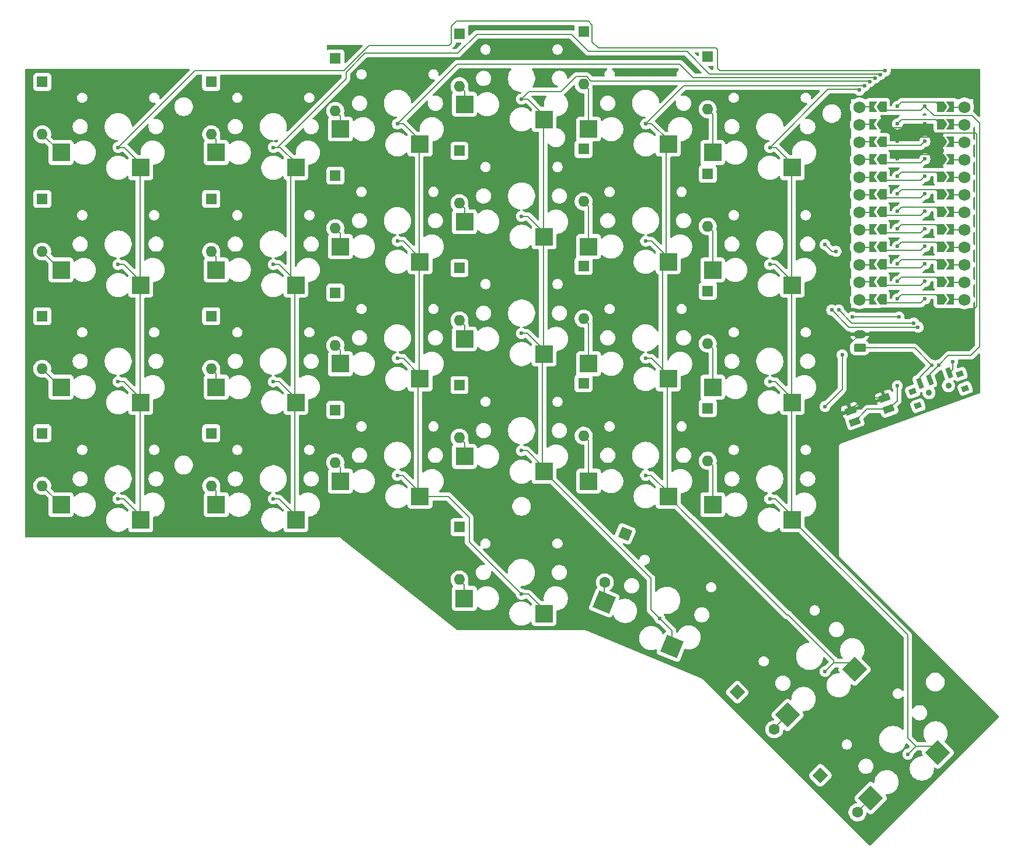
<source format=gbr>
%TF.GenerationSoftware,KiCad,Pcbnew,9.0.0*%
%TF.CreationDate,2025-03-18T17:15:54-04:00*%
%TF.ProjectId,skylight,736b796c-6967-4687-942e-6b696361645f,1.0*%
%TF.SameCoordinates,Original*%
%TF.FileFunction,Copper,L2,Bot*%
%TF.FilePolarity,Positive*%
%FSLAX46Y46*%
G04 Gerber Fmt 4.6, Leading zero omitted, Abs format (unit mm)*
G04 Created by KiCad (PCBNEW 9.0.0) date 2025-03-18 17:15:54*
%MOMM*%
%LPD*%
G01*
G04 APERTURE LIST*
G04 Aperture macros list*
%AMRoundRect*
0 Rectangle with rounded corners*
0 $1 Rounding radius*
0 $2 $3 $4 $5 $6 $7 $8 $9 X,Y pos of 4 corners*
0 Add a 4 corners polygon primitive as box body*
4,1,4,$2,$3,$4,$5,$6,$7,$8,$9,$2,$3,0*
0 Add four circle primitives for the rounded corners*
1,1,$1+$1,$2,$3*
1,1,$1+$1,$4,$5*
1,1,$1+$1,$6,$7*
1,1,$1+$1,$8,$9*
0 Add four rect primitives between the rounded corners*
20,1,$1+$1,$2,$3,$4,$5,0*
20,1,$1+$1,$4,$5,$6,$7,0*
20,1,$1+$1,$6,$7,$8,$9,0*
20,1,$1+$1,$8,$9,$2,$3,0*%
%AMHorizOval*
0 Thick line with rounded ends*
0 $1 width*
0 $2 $3 position (X,Y) of the first rounded end (center of the circle)*
0 $4 $5 position (X,Y) of the second rounded end (center of the circle)*
0 Add line between two ends*
20,1,$1,$2,$3,$4,$5,0*
0 Add two circle primitives to create the rounded ends*
1,1,$1,$2,$3*
1,1,$1,$4,$5*%
%AMRotRect*
0 Rectangle, with rotation*
0 The origin of the aperture is its center*
0 $1 length*
0 $2 width*
0 $3 Rotation angle, in degrees counterclockwise*
0 Add horizontal line*
21,1,$1,$2,0,0,$3*%
%AMFreePoly0*
4,1,6,1.000000,0.000000,0.500000,-0.750000,-0.500000,-0.750000,-0.500000,0.750000,0.500000,0.750000,1.000000,0.000000,1.000000,0.000000,$1*%
%AMFreePoly1*
4,1,6,0.500000,-0.750000,-0.650000,-0.750000,-0.150000,0.000000,-0.650000,0.750000,0.500000,0.750000,0.500000,-0.750000,0.500000,-0.750000,$1*%
G04 Aperture macros list end*
%TA.AperFunction,ComponentPad*%
%ADD10R,1.600000X1.600000*%
%TD*%
%TA.AperFunction,ComponentPad*%
%ADD11O,1.600000X1.600000*%
%TD*%
%TA.AperFunction,SMDPad,CuDef*%
%ADD12R,2.600000X2.600000*%
%TD*%
%TA.AperFunction,ComponentPad*%
%ADD13RotRect,1.600000X1.600000X315.000000*%
%TD*%
%TA.AperFunction,ComponentPad*%
%ADD14HorizOval,1.600000X0.000000X0.000000X0.000000X0.000000X0*%
%TD*%
%TA.AperFunction,ComponentPad*%
%ADD15C,0.901700*%
%TD*%
%TA.AperFunction,ComponentPad*%
%ADD16C,1.752600*%
%TD*%
%TA.AperFunction,SMDPad,CuDef*%
%ADD17RotRect,2.600000X2.600000X337.500000*%
%TD*%
%TA.AperFunction,ComponentPad*%
%ADD18RotRect,1.600000X1.600000X247.500000*%
%TD*%
%TA.AperFunction,ComponentPad*%
%ADD19HorizOval,1.600000X0.000000X0.000000X0.000000X0.000000X0*%
%TD*%
%TA.AperFunction,ComponentPad*%
%ADD20RoundRect,0.250000X0.625000X-0.350000X0.625000X0.350000X-0.625000X0.350000X-0.625000X-0.350000X0*%
%TD*%
%TA.AperFunction,ComponentPad*%
%ADD21O,1.750000X1.200000*%
%TD*%
%TA.AperFunction,SMDPad,CuDef*%
%ADD22RotRect,2.600000X2.600000X45.000000*%
%TD*%
%TA.AperFunction,SMDPad,CuDef*%
%ADD23FreePoly0,180.000000*%
%TD*%
%TA.AperFunction,SMDPad,CuDef*%
%ADD24FreePoly1,180.000000*%
%TD*%
%TA.AperFunction,SMDPad,CuDef*%
%ADD25FreePoly0,0.000000*%
%TD*%
%TA.AperFunction,SMDPad,CuDef*%
%ADD26FreePoly1,0.000000*%
%TD*%
%TA.AperFunction,SMDPad,CuDef*%
%ADD27RotRect,1.000760X0.800100X200.000000*%
%TD*%
%TA.AperFunction,SMDPad,CuDef*%
%ADD28RotRect,0.701040X1.501140X200.000000*%
%TD*%
%TA.AperFunction,SMDPad,CuDef*%
%ADD29RotRect,1.550000X1.000000X200.000000*%
%TD*%
%TA.AperFunction,ViaPad*%
%ADD30C,0.600000*%
%TD*%
%TA.AperFunction,Conductor*%
%ADD31C,0.200000*%
%TD*%
G04 APERTURE END LIST*
D10*
%TO.P,D10,1,K*%
%TO.N,ROW2*%
X93000000Y-45400000D03*
D11*
%TO.P,D10,2,A*%
%TO.N,Net-(D10-A)*%
X93000000Y-53020000D03*
%TD*%
D12*
%TO.P,SW13,2,2*%
%TO.N,Net-(D13-A)*%
X35225000Y-79700000D03*
%TO.P,SW13,1,1*%
%TO.N,COL1*%
X46775000Y-81900000D03*
%TD*%
%TO.P,SW20,1,1*%
%TO.N,COL2*%
X69275000Y-98950000D03*
%TO.P,SW20,2,2*%
%TO.N,Net-(D20-A)*%
X57725000Y-96750000D03*
%TD*%
D10*
%TO.P,D19,1,K*%
%TO.N,ROW4*%
X32500000Y-86400000D03*
D11*
%TO.P,D19,2,A*%
%TO.N,Net-(D19-A)*%
X32500000Y-94020000D03*
%TD*%
D12*
%TO.P,SW21,1,1*%
%TO.N,COL3*%
X87275000Y-95550000D03*
%TO.P,SW21,2,2*%
%TO.N,Net-(D21-A)*%
X75725000Y-93350000D03*
%TD*%
D10*
%TO.P,D21,1,K*%
%TO.N,ROW4*%
X75000000Y-83000000D03*
D11*
%TO.P,D21,2,A*%
%TO.N,Net-(D21-A)*%
X75000000Y-90620000D03*
%TD*%
D12*
%TO.P,SW23,1,1*%
%TO.N,COL5*%
X123275000Y-95550000D03*
%TO.P,SW23,2,2*%
%TO.N,Net-(D23-A)*%
X111725000Y-93350000D03*
%TD*%
D10*
%TO.P,D20,1,K*%
%TO.N,ROW4*%
X57000000Y-86400000D03*
D11*
%TO.P,D20,2,A*%
%TO.N,Net-(D20-A)*%
X57000000Y-94020000D03*
%TD*%
D12*
%TO.P,SW18,1,1*%
%TO.N,COL6*%
X141275000Y-81900000D03*
%TO.P,SW18,2,2*%
%TO.N,Net-(D18-A)*%
X129725000Y-79700000D03*
%TD*%
%TO.P,SW10,1,1*%
%TO.N,COL4*%
X105275000Y-57900000D03*
%TO.P,SW10,2,2*%
%TO.N,Net-(D10-A)*%
X93725000Y-55700000D03*
%TD*%
D10*
%TO.P,D18,1,K*%
%TO.N,ROW3*%
X129000000Y-65750000D03*
D11*
%TO.P,D18,2,A*%
%TO.N,Net-(D18-A)*%
X129000000Y-73370000D03*
%TD*%
D10*
%TO.P,D11,1,K*%
%TO.N,ROW2*%
X111000000Y-45130000D03*
D11*
%TO.P,D11,2,A*%
%TO.N,Net-(D11-A)*%
X111000000Y-52750000D03*
%TD*%
D10*
%TO.P,D14,1,K*%
%TO.N,ROW3*%
X57000000Y-69400000D03*
D11*
%TO.P,D14,2,A*%
%TO.N,Net-(D14-A)*%
X57000000Y-77020000D03*
%TD*%
D12*
%TO.P,SW27,1,1*%
%TO.N,COL3*%
X105255000Y-112550000D03*
%TO.P,SW27,2,2*%
%TO.N,Net-(D27-A)*%
X93705000Y-110350000D03*
%TD*%
D10*
%TO.P,D1,1,K*%
%TO.N,ROW1*%
X32500000Y-35400000D03*
D11*
%TO.P,D1,2,A*%
%TO.N,Net-(D1-A)*%
X32500000Y-43020000D03*
%TD*%
D12*
%TO.P,SW6,1,1*%
%TO.N,COL6*%
X141275000Y-47850000D03*
%TO.P,SW6,2,2*%
%TO.N,Net-(D6-A)*%
X129725000Y-45650000D03*
%TD*%
D10*
%TO.P,D22,1,K*%
%TO.N,ROW4*%
X93000000Y-79400000D03*
D11*
%TO.P,D22,2,A*%
%TO.N,Net-(D22-A)*%
X93000000Y-87020000D03*
%TD*%
D12*
%TO.P,SW19,1,1*%
%TO.N,COL1*%
X46775000Y-98950000D03*
%TO.P,SW19,2,2*%
%TO.N,Net-(D19-A)*%
X35225000Y-96750000D03*
%TD*%
D10*
%TO.P,D4,1,K*%
%TO.N,ROW1*%
X93000000Y-28400000D03*
D11*
%TO.P,D4,2,A*%
%TO.N,Net-(D4-A)*%
X93000000Y-36020000D03*
%TD*%
D10*
%TO.P,D5,1,K*%
%TO.N,ROW1*%
X111000000Y-28130000D03*
D11*
%TO.P,D5,2,A*%
%TO.N,Net-(D5-A)*%
X111000000Y-35750000D03*
%TD*%
D12*
%TO.P,SW16,1,1*%
%TO.N,COL4*%
X105275000Y-74900000D03*
%TO.P,SW16,2,2*%
%TO.N,Net-(D16-A)*%
X93725000Y-72700000D03*
%TD*%
D10*
%TO.P,D24,1,K*%
%TO.N,ROW4*%
X129000000Y-82750000D03*
D11*
%TO.P,D24,2,A*%
%TO.N,Net-(D24-A)*%
X129000000Y-90370000D03*
%TD*%
D10*
%TO.P,D2,1,K*%
%TO.N,ROW1*%
X57000000Y-35400000D03*
D11*
%TO.P,D2,2,A*%
%TO.N,Net-(D2-A)*%
X57000000Y-43020000D03*
%TD*%
D12*
%TO.P,SW17,1,1*%
%TO.N,COL5*%
X123275000Y-78500000D03*
%TO.P,SW17,2,2*%
%TO.N,Net-(D17-A)*%
X111725000Y-76300000D03*
%TD*%
D10*
%TO.P,D8,1,K*%
%TO.N,ROW2*%
X57000000Y-52400000D03*
D11*
%TO.P,D8,2,A*%
%TO.N,Net-(D8-A)*%
X57000000Y-60020000D03*
%TD*%
D12*
%TO.P,SW24,1,1*%
%TO.N,COL6*%
X141275000Y-98950000D03*
%TO.P,SW24,2,2*%
%TO.N,Net-(D24-A)*%
X129725000Y-96750000D03*
%TD*%
D13*
%TO.P,D29,1,K*%
%TO.N,ROW5*%
X133280118Y-123963941D03*
D14*
%TO.P,D29,2,A*%
%TO.N,Net-(D29-A)*%
X138668272Y-129352095D03*
%TD*%
D15*
%TO.P,SW25,*%
%TO.N,*%
X161089390Y-80513420D03*
X163910610Y-79486580D03*
%TD*%
D10*
%TO.P,D13,1,K*%
%TO.N,ROW3*%
X32500000Y-69400000D03*
D11*
%TO.P,D13,2,A*%
%TO.N,Net-(D13-A)*%
X32500000Y-77020000D03*
%TD*%
D10*
%TO.P,D12,1,K*%
%TO.N,ROW2*%
X129000000Y-48740000D03*
D11*
%TO.P,D12,2,A*%
%TO.N,Net-(D12-A)*%
X129000000Y-56360000D03*
%TD*%
D12*
%TO.P,SW12,1,1*%
%TO.N,COL6*%
X141275000Y-64900000D03*
%TO.P,SW12,2,2*%
%TO.N,Net-(D12-A)*%
X129725000Y-62700000D03*
%TD*%
D16*
%TO.P,U1,1,TX0/P0.06*%
%TO.N,unconnected-(U1-TX0{slash}P0.06-Pad1)*%
X151000000Y-39060000D03*
%TO.P,U1,2,RX1/P0.08*%
%TO.N,unconnected-(U1-RX1{slash}P0.08-Pad2)*%
X151000000Y-41600000D03*
%TO.P,U1,3,GND*%
%TO.N,GND*%
X151000000Y-44140000D03*
%TO.P,U1,4,GND*%
X151000000Y-46680000D03*
%TO.P,U1,5,P0.17*%
%TO.N,unconnected-(U1-P0.17-Pad5)*%
X151000000Y-49220000D03*
%TO.P,U1,6,P0.20*%
%TO.N,ROW1*%
X151000000Y-51760000D03*
%TO.P,U1,7,P0.22*%
%TO.N,ROW2*%
X151000000Y-54300000D03*
%TO.P,U1,8,P0.24*%
%TO.N,ROW3*%
X151000000Y-56840000D03*
%TO.P,U1,9,P1.00*%
%TO.N,ROW4*%
X151000000Y-59380000D03*
%TO.P,U1,10,P0.11*%
%TO.N,ROW5*%
X151000000Y-61920000D03*
%TO.P,U1,11,P1.04*%
%TO.N,unconnected-(U1-P1.04-Pad11)*%
X151000000Y-64460000D03*
%TO.P,U1,12,P1.06*%
%TO.N,unconnected-(U1-P1.06-Pad12)*%
X151000000Y-67000000D03*
%TO.P,U1,13,NFC1/P0.09*%
%TO.N,unconnected-(U1-NFC1{slash}P0.09-Pad13)*%
X166240000Y-67000000D03*
%TO.P,U1,14,NFC2/P0.10*%
%TO.N,unconnected-(U1-NFC2{slash}P0.10-Pad14)*%
X166240000Y-64460000D03*
%TO.P,U1,15,P1.11*%
%TO.N,COL6*%
X166240000Y-61920000D03*
%TO.P,U1,16,P1.13*%
%TO.N,COL5*%
X166240000Y-59380000D03*
%TO.P,U1,17,P1.15*%
%TO.N,COL4*%
X166240000Y-56840000D03*
%TO.P,U1,18,AIN0/P0.02*%
%TO.N,COL3*%
X166240000Y-54300000D03*
%TO.P,U1,19,AIN5/P0.29*%
%TO.N,COL2*%
X166240000Y-51760000D03*
%TO.P,U1,20,AIN7/P0.31*%
%TO.N,COL1*%
X166240000Y-49220000D03*
%TO.P,U1,21,VCC*%
%TO.N,unconnected-(U1-VCC-Pad21)*%
X166240000Y-46680000D03*
%TO.P,U1,22,RST*%
%TO.N,RESET*%
X166240000Y-44140000D03*
%TO.P,U1,23,GND*%
%TO.N,GND*%
X166240000Y-41600000D03*
%TO.P,U1,24,BATIN/P0.04*%
%TO.N,BAT_3.7V*%
X166240000Y-39060000D03*
%TD*%
D12*
%TO.P,SW8,1,1*%
%TO.N,COL2*%
X69275000Y-64900000D03*
%TO.P,SW8,2,2*%
%TO.N,Net-(D8-A)*%
X57725000Y-62700000D03*
%TD*%
%TO.P,SW9,1,1*%
%TO.N,COL3*%
X87275000Y-61500000D03*
%TO.P,SW9,2,2*%
%TO.N,Net-(D9-A)*%
X75725000Y-59300000D03*
%TD*%
D10*
%TO.P,D9,1,K*%
%TO.N,ROW2*%
X75000000Y-49000000D03*
D11*
%TO.P,D9,2,A*%
%TO.N,Net-(D9-A)*%
X75000000Y-56620000D03*
%TD*%
D17*
%TO.P,SW28,1,1*%
%TO.N,COL4*%
X123818817Y-117372406D03*
%TO.P,SW28,2,2*%
%TO.N,Net-(D28-A)*%
X113989912Y-110919878D03*
%TD*%
D10*
%TO.P,D15,1,K*%
%TO.N,ROW3*%
X75000000Y-66000000D03*
D11*
%TO.P,D15,2,A*%
%TO.N,Net-(D15-A)*%
X75000000Y-73620000D03*
%TD*%
D12*
%TO.P,SW5,1,1*%
%TO.N,COL5*%
X123275000Y-44450000D03*
%TO.P,SW5,2,2*%
%TO.N,Net-(D5-A)*%
X111725000Y-42250000D03*
%TD*%
%TO.P,SW11,1,1*%
%TO.N,COL5*%
X123275000Y-61500000D03*
%TO.P,SW11,2,2*%
%TO.N,Net-(D11-A)*%
X111725000Y-59300000D03*
%TD*%
%TO.P,SW7,1,1*%
%TO.N,COL1*%
X46775000Y-64900000D03*
%TO.P,SW7,2,2*%
%TO.N,Net-(D7-A)*%
X35225000Y-62700000D03*
%TD*%
%TO.P,SW2,1,1*%
%TO.N,COL2*%
X69275000Y-47850000D03*
%TO.P,SW2,2,2*%
%TO.N,Net-(D2-A)*%
X57725000Y-45650000D03*
%TD*%
%TO.P,SW3,1,1*%
%TO.N,COL3*%
X87275000Y-44450000D03*
%TO.P,SW3,2,2*%
%TO.N,Net-(D3-A)*%
X75725000Y-42250000D03*
%TD*%
%TO.P,SW15,1,1*%
%TO.N,COL3*%
X87275000Y-78500000D03*
%TO.P,SW15,2,2*%
%TO.N,Net-(D15-A)*%
X75725000Y-76300000D03*
%TD*%
%TO.P,SW4,1,1*%
%TO.N,COL4*%
X105275000Y-40850000D03*
%TO.P,SW4,2,2*%
%TO.N,Net-(D4-A)*%
X93725000Y-38650000D03*
%TD*%
D10*
%TO.P,D16,1,K*%
%TO.N,ROW3*%
X93000000Y-62400000D03*
D11*
%TO.P,D16,2,A*%
%TO.N,Net-(D16-A)*%
X93000000Y-70020000D03*
%TD*%
D12*
%TO.P,SW22,1,1*%
%TO.N,COL4*%
X105275000Y-91950000D03*
%TO.P,SW22,2,2*%
%TO.N,Net-(D22-A)*%
X93725000Y-89750000D03*
%TD*%
%TO.P,SW1,1,1*%
%TO.N,COL1*%
X46775000Y-47850000D03*
%TO.P,SW1,2,2*%
%TO.N,Net-(D1-A)*%
X35225000Y-45650000D03*
%TD*%
D18*
%TO.P,D28,1,K*%
%TO.N,ROW5*%
X117000000Y-101000000D03*
D19*
%TO.P,D28,2,A*%
%TO.N,Net-(D28-A)*%
X114083952Y-108039962D03*
%TD*%
D12*
%TO.P,SW14,1,1*%
%TO.N,COL2*%
X69275000Y-81900000D03*
%TO.P,SW14,2,2*%
%TO.N,Net-(D14-A)*%
X57725000Y-79700000D03*
%TD*%
D20*
%TO.P,J2,1,Pin_1*%
%TO.N,Net-(J2-Pin_1)*%
X151050000Y-74000000D03*
D21*
%TO.P,J2,2,Pin_2*%
%TO.N,GND*%
X151050000Y-72000000D03*
%TD*%
D22*
%TO.P,SW29,1,1*%
%TO.N,COL5*%
X150303178Y-120655452D03*
%TO.P,SW29,2,2*%
%TO.N,Net-(D29-A)*%
X140580460Y-127266900D03*
%TD*%
%TO.P,SW30,1,1*%
%TO.N,COL6*%
X162364124Y-132724203D03*
%TO.P,SW30,2,2*%
%TO.N,Net-(D30-A)*%
X152641406Y-139335651D03*
%TD*%
D10*
%TO.P,D23,1,K*%
%TO.N,ROW4*%
X111000000Y-79130000D03*
D11*
%TO.P,D23,2,A*%
%TO.N,Net-(D23-A)*%
X111000000Y-86750000D03*
%TD*%
D13*
%TO.P,D30,1,K*%
%TO.N,ROW5*%
X145336042Y-136019865D03*
D14*
%TO.P,D30,2,A*%
%TO.N,Net-(D30-A)*%
X150724196Y-141408019D03*
%TD*%
D10*
%TO.P,D27,1,K*%
%TO.N,ROW5*%
X93000000Y-100000000D03*
D11*
%TO.P,D27,2,A*%
%TO.N,Net-(D27-A)*%
X93000000Y-107620000D03*
%TD*%
D10*
%TO.P,D7,1,K*%
%TO.N,ROW2*%
X32500000Y-52400000D03*
D11*
%TO.P,D7,2,A*%
%TO.N,Net-(D7-A)*%
X32500000Y-60020000D03*
%TD*%
D10*
%TO.P,D6,1,K*%
%TO.N,ROW1*%
X129000000Y-31750000D03*
D11*
%TO.P,D6,2,A*%
%TO.N,Net-(D6-A)*%
X129000000Y-39370000D03*
%TD*%
D10*
%TO.P,D3,1,K*%
%TO.N,ROW1*%
X75000000Y-32000000D03*
D11*
%TO.P,D3,2,A*%
%TO.N,Net-(D3-A)*%
X75000000Y-39620000D03*
%TD*%
D10*
%TO.P,D17,1,K*%
%TO.N,ROW3*%
X111000000Y-62130000D03*
D11*
%TO.P,D17,2,A*%
%TO.N,Net-(D17-A)*%
X111000000Y-69750000D03*
%TD*%
D23*
%TO.P,REF\u002A\u002A5,1*%
%TO.N,COL1*%
X154425000Y-49140000D03*
D24*
%TO.P,REF\u002A\u002A5,2*%
%TO.N,unconnected-(U1-P0.17-Pad5)*%
X152975000Y-49140000D03*
%TD*%
D23*
%TO.P,REF\u002A\u002A2,1*%
%TO.N,GND*%
X154425000Y-41520000D03*
D24*
%TO.P,REF\u002A\u002A2,2*%
%TO.N,unconnected-(U1-RX1{slash}P0.08-Pad2)*%
X152975000Y-41520000D03*
%TD*%
D23*
%TO.P,REF\u002A\u002A7,1*%
%TO.N,COL3*%
X154425000Y-54220000D03*
D24*
%TO.P,REF\u002A\u002A7,2*%
%TO.N,ROW2*%
X152975000Y-54220000D03*
%TD*%
D25*
%TO.P,REF\u002A\u002A10,1*%
%TO.N,GND*%
X162775000Y-44100000D03*
D26*
%TO.P,REF\u002A\u002A10,2*%
%TO.N,RESET*%
X164225000Y-44100000D03*
%TD*%
D25*
%TO.P,REF\u002A\u002A7,1*%
%TO.N,ROW1*%
X162775000Y-51720000D03*
D26*
%TO.P,REF\u002A\u002A7,2*%
%TO.N,COL2*%
X164225000Y-51720000D03*
%TD*%
D23*
%TO.P,REF\u002A\u002A,1*%
%TO.N,unconnected-(U1-NFC1{slash}P0.09-Pad13)*%
X154425000Y-66920000D03*
D24*
%TO.P,REF\u002A\u002A,2*%
%TO.N,unconnected-(U1-P1.06-Pad12)*%
X152975000Y-66920000D03*
%TD*%
D25*
%TO.P,REF\u002A\u002A1,1*%
%TO.N,unconnected-(U1-P1.06-Pad12)*%
X162775000Y-66960000D03*
D26*
%TO.P,REF\u002A\u002A1,2*%
%TO.N,unconnected-(U1-NFC1{slash}P0.09-Pad13)*%
X164225000Y-66960000D03*
%TD*%
D25*
%TO.P,REF\u002A\u002A5,1*%
%TO.N,ROW3*%
X162775000Y-56800000D03*
D26*
%TO.P,REF\u002A\u002A5,2*%
%TO.N,COL4*%
X164225000Y-56800000D03*
%TD*%
D25*
%TO.P,REF\u002A\u002A8,1*%
%TO.N,unconnected-(U1-P0.17-Pad5)*%
X162775000Y-49180000D03*
D26*
%TO.P,REF\u002A\u002A8,2*%
%TO.N,COL1*%
X164225000Y-49180000D03*
%TD*%
D15*
%TO.P,SW25,*%
%TO.N,*%
X163910610Y-79486580D03*
X161089390Y-80513420D03*
D27*
%TO.P,SW25,0*%
%TO.N,N/C*%
X166339900Y-79878212D03*
X165587579Y-77811227D03*
X159480182Y-82374945D03*
X158727861Y-80307960D03*
D28*
%TO.P,SW25,1,A*%
%TO.N,unconnected-(SW25-A-Pad1)*%
X164016166Y-77585785D03*
%TO.P,SW25,2,B*%
%TO.N,BAT_3.7V*%
X161197333Y-78611757D03*
%TO.P,SW25,3,C*%
%TO.N,Net-(J2-Pin_1)*%
X159786723Y-79125177D03*
%TD*%
D25*
%TO.P,REF\u002A\u002A11,1*%
%TO.N,unconnected-(U1-RX1{slash}P0.08-Pad2)*%
X162775000Y-41560000D03*
D26*
%TO.P,REF\u002A\u002A11,2*%
%TO.N,GND*%
X164225000Y-41560000D03*
%TD*%
D25*
%TO.P,REF\u002A\u002A,1*%
%TO.N,unconnected-(U1-TX0{slash}P0.06-Pad1)*%
X162775000Y-39020000D03*
D26*
%TO.P,REF\u002A\u002A,2*%
%TO.N,BAT_3.7V*%
X164225000Y-39020000D03*
%TD*%
D23*
%TO.P,REF\u002A\u002A11,1*%
%TO.N,unconnected-(U1-NFC2{slash}P0.10-Pad14)*%
X154425000Y-64380000D03*
D24*
%TO.P,REF\u002A\u002A11,2*%
%TO.N,unconnected-(U1-P1.04-Pad11)*%
X152975000Y-64380000D03*
%TD*%
D25*
%TO.P,REF\u002A\u002A3,1*%
%TO.N,ROW5*%
X162775000Y-61880000D03*
D26*
%TO.P,REF\u002A\u002A3,2*%
%TO.N,COL6*%
X164225000Y-61880000D03*
%TD*%
D23*
%TO.P,REF\u002A\u002A4,1*%
%TO.N,unconnected-(U1-VCC-Pad21)*%
X154425000Y-46600000D03*
D24*
%TO.P,REF\u002A\u002A4,2*%
%TO.N,GND*%
X152975000Y-46600000D03*
%TD*%
D23*
%TO.P,REF\u002A\u002A6,1*%
%TO.N,COL2*%
X154425000Y-51680000D03*
D24*
%TO.P,REF\u002A\u002A6,2*%
%TO.N,ROW1*%
X152975000Y-51680000D03*
%TD*%
D29*
%TO.P,SW51,1,1*%
%TO.N,RESET*%
X150324024Y-84696542D03*
X155257411Y-82900936D03*
%TO.P,SW51,2,2*%
%TO.N,GND*%
X149742589Y-83099064D03*
X154675976Y-81303458D03*
%TD*%
D23*
%TO.P,REF\u002A\u002A10,1*%
%TO.N,COL6*%
X154425000Y-61840000D03*
D24*
%TO.P,REF\u002A\u002A10,2*%
%TO.N,ROW5*%
X152975000Y-61840000D03*
%TD*%
D23*
%TO.P,REF\u002A\u002A9,1*%
%TO.N,COL5*%
X154425000Y-59300000D03*
D24*
%TO.P,REF\u002A\u002A9,2*%
%TO.N,ROW4*%
X152975000Y-59300000D03*
%TD*%
D25*
%TO.P,REF\u002A\u002A6,1*%
%TO.N,ROW2*%
X162775000Y-54260000D03*
D26*
%TO.P,REF\u002A\u002A6,2*%
%TO.N,COL3*%
X164225000Y-54260000D03*
%TD*%
D23*
%TO.P,REF\u002A\u002A8,1*%
%TO.N,COL4*%
X154425000Y-56760000D03*
D24*
%TO.P,REF\u002A\u002A8,2*%
%TO.N,ROW3*%
X152975000Y-56760000D03*
%TD*%
D25*
%TO.P,REF\u002A\u002A9,1*%
%TO.N,GND*%
X162775000Y-46640000D03*
D26*
%TO.P,REF\u002A\u002A9,2*%
%TO.N,unconnected-(U1-VCC-Pad21)*%
X164225000Y-46640000D03*
%TD*%
D23*
%TO.P,REF\u002A\u002A3,1*%
%TO.N,RESET*%
X154425000Y-44060000D03*
D24*
%TO.P,REF\u002A\u002A3,2*%
%TO.N,GND*%
X152975000Y-44060000D03*
%TD*%
D25*
%TO.P,REF\u002A\u002A4,1*%
%TO.N,ROW4*%
X162775000Y-59340000D03*
D26*
%TO.P,REF\u002A\u002A4,2*%
%TO.N,COL5*%
X164225000Y-59340000D03*
%TD*%
D25*
%TO.P,REF\u002A\u002A2,1*%
%TO.N,unconnected-(U1-P1.04-Pad11)*%
X162775000Y-64420000D03*
D26*
%TO.P,REF\u002A\u002A2,2*%
%TO.N,unconnected-(U1-NFC2{slash}P0.10-Pad14)*%
X164225000Y-64420000D03*
%TD*%
D23*
%TO.P,REF\u002A\u002A1,1*%
%TO.N,BAT_3.7V*%
X154425000Y-38980000D03*
D24*
%TO.P,REF\u002A\u002A1,2*%
%TO.N,unconnected-(U1-TX0{slash}P0.06-Pad1)*%
X152975000Y-38980000D03*
%TD*%
D30*
%TO.N,COL1*%
X43500000Y-61900000D03*
X43500000Y-95900000D03*
X154750000Y-33800000D03*
X43500000Y-44900000D03*
X43500000Y-78900000D03*
X160500000Y-49120000D03*
%TO.N,COL2*%
X66000000Y-44900000D03*
X160500000Y-51660000D03*
X66000000Y-95900000D03*
X154000000Y-34350000D03*
X66000000Y-61900000D03*
X66000000Y-78900000D03*
%TO.N,COL3*%
X84000000Y-75500000D03*
X102000000Y-109750000D03*
X160500000Y-54200000D03*
X84000000Y-58500000D03*
X84000000Y-92500000D03*
X84000000Y-41500000D03*
X153250000Y-34850000D03*
%TO.N,COL4*%
X102000000Y-37900000D03*
X160500000Y-56740000D03*
X102000000Y-54900000D03*
X102000000Y-88900000D03*
X102000000Y-71900000D03*
X152500000Y-35350000D03*
X122030118Y-113253289D03*
%TO.N,COL5*%
X160500000Y-59280000D03*
X146030118Y-120963941D03*
X120000000Y-41500000D03*
X151750000Y-36000000D03*
X120000000Y-92500000D03*
X120000000Y-75500000D03*
X120000000Y-58500000D03*
%TO.N,COL6*%
X158030118Y-132963941D03*
X160500000Y-61820000D03*
X138000000Y-95900000D03*
X138000000Y-44900000D03*
X138000000Y-78900000D03*
X151000000Y-36600000D03*
X138000000Y-61900000D03*
%TO.N,ROW1*%
X156500000Y-51660000D03*
X159500000Y-71000000D03*
X147000000Y-68500000D03*
%TO.N,ROW2*%
X146000000Y-59000000D03*
X147612765Y-59987235D03*
X158900000Y-70400000D03*
X148000000Y-68500000D03*
X156500000Y-54200000D03*
%TO.N,ROW3*%
X156750000Y-69500000D03*
X156500000Y-56740000D03*
X150000000Y-69500000D03*
%TO.N,ROW4*%
X146000000Y-82500000D03*
X156500000Y-59280000D03*
X148500000Y-75000000D03*
%TO.N,ROW5*%
X156500000Y-61820000D03*
%TO.N,GND*%
X156500000Y-44040000D03*
X151500000Y-78500000D03*
X160500000Y-72000000D03*
X156500000Y-46580000D03*
X160500000Y-41500000D03*
%TO.N,Net-(J2-Pin_1)*%
X161500000Y-76500000D03*
%TO.N,unconnected-(U1-RX1{slash}P0.08-Pad2)*%
X156500000Y-41500000D03*
%TO.N,unconnected-(U1-P1.04-Pad11)*%
X156500000Y-64360000D03*
%TO.N,BAT_3.7V*%
X160500000Y-38960000D03*
X162500000Y-76500000D03*
%TO.N,unconnected-(U1-TX0{slash}P0.06-Pad1)*%
X156500000Y-38960000D03*
%TO.N,unconnected-(U1-NFC1{slash}P0.09-Pad13)*%
X160500000Y-66900000D03*
%TO.N,unconnected-(U1-P1.06-Pad12)*%
X156500000Y-66900000D03*
%TO.N,unconnected-(U1-P0.17-Pad5)*%
X156500000Y-49120000D03*
%TO.N,RESET*%
X156500000Y-79500000D03*
X160500000Y-44040000D03*
%TO.N,unconnected-(U1-VCC-Pad21)*%
X160500000Y-46580000D03*
%TO.N,unconnected-(SW25-A-Pad1)*%
X164500000Y-76000000D03*
%TO.N,unconnected-(U1-NFC2{slash}P0.10-Pad14)*%
X160500000Y-64360000D03*
%TD*%
D31*
%TO.N,Net-(D1-A)*%
X35130000Y-45650000D02*
X32500000Y-43020000D01*
X35225000Y-45650000D02*
X35130000Y-45650000D01*
%TO.N,Net-(D2-A)*%
X57725000Y-45650000D02*
X57725000Y-43745000D01*
X57725000Y-43745000D02*
X57000000Y-43020000D01*
%TO.N,Net-(D3-A)*%
X75725000Y-42250000D02*
X75725000Y-40345000D01*
X75725000Y-40345000D02*
X75000000Y-39620000D01*
%TO.N,Net-(D4-A)*%
X93725000Y-38650000D02*
X93725000Y-36745000D01*
X93725000Y-36745000D02*
X93000000Y-36020000D01*
%TO.N,Net-(D5-A)*%
X111725000Y-42250000D02*
X111725000Y-36475000D01*
X111725000Y-36475000D02*
X111000000Y-35750000D01*
%TO.N,Net-(D6-A)*%
X129725000Y-40095000D02*
X129000000Y-39370000D01*
X129725000Y-45650000D02*
X129725000Y-40095000D01*
%TO.N,Net-(D7-A)*%
X35180000Y-62700000D02*
X32500000Y-60020000D01*
X35225000Y-62700000D02*
X35180000Y-62700000D01*
%TO.N,Net-(D8-A)*%
X57725000Y-60745000D02*
X57000000Y-60020000D01*
X57725000Y-62700000D02*
X57725000Y-60745000D01*
%TO.N,Net-(D9-A)*%
X75725000Y-57345000D02*
X75000000Y-56620000D01*
X75725000Y-59300000D02*
X75725000Y-57345000D01*
%TO.N,Net-(D10-A)*%
X93725000Y-53745000D02*
X93000000Y-53020000D01*
X93725000Y-55700000D02*
X93725000Y-53745000D01*
%TO.N,Net-(D11-A)*%
X111725000Y-59300000D02*
X111725000Y-53475000D01*
X111725000Y-53475000D02*
X111000000Y-52750000D01*
%TO.N,Net-(D12-A)*%
X129725000Y-62700000D02*
X129725000Y-57085000D01*
X129725000Y-57085000D02*
X129000000Y-56360000D01*
%TO.N,Net-(D13-A)*%
X35225000Y-79700000D02*
X35180000Y-79700000D01*
X35180000Y-79700000D02*
X32500000Y-77020000D01*
%TO.N,Net-(D14-A)*%
X57725000Y-77745000D02*
X57000000Y-77020000D01*
X57725000Y-79700000D02*
X57725000Y-77745000D01*
%TO.N,Net-(D15-A)*%
X75725000Y-76300000D02*
X75725000Y-74345000D01*
X75725000Y-74345000D02*
X75000000Y-73620000D01*
%TO.N,Net-(D16-A)*%
X93725000Y-70745000D02*
X93000000Y-70020000D01*
X93725000Y-72700000D02*
X93725000Y-70745000D01*
%TO.N,Net-(D17-A)*%
X111725000Y-70475000D02*
X111000000Y-69750000D01*
X111725000Y-76300000D02*
X111725000Y-70475000D01*
%TO.N,Net-(D18-A)*%
X129725000Y-79700000D02*
X129725000Y-74095000D01*
X129725000Y-74095000D02*
X129000000Y-73370000D01*
%TO.N,Net-(D19-A)*%
X35225000Y-96750000D02*
X35225000Y-96745000D01*
X35225000Y-96745000D02*
X32500000Y-94020000D01*
%TO.N,Net-(D20-A)*%
X57725000Y-94745000D02*
X57000000Y-94020000D01*
X57725000Y-96750000D02*
X57725000Y-94745000D01*
%TO.N,Net-(D21-A)*%
X75725000Y-93350000D02*
X75725000Y-91345000D01*
X75725000Y-91345000D02*
X75000000Y-90620000D01*
%TO.N,Net-(D22-A)*%
X93725000Y-89750000D02*
X93725000Y-87745000D01*
X93725000Y-87745000D02*
X93000000Y-87020000D01*
%TO.N,Net-(D23-A)*%
X111725000Y-93350000D02*
X111725000Y-87475000D01*
X111725000Y-87475000D02*
X111000000Y-86750000D01*
%TO.N,Net-(D24-A)*%
X129725000Y-91095000D02*
X129000000Y-90370000D01*
X129725000Y-96750000D02*
X129725000Y-91095000D01*
%TO.N,Net-(D27-A)*%
X93705000Y-110350000D02*
X93705000Y-108325000D01*
X93705000Y-108325000D02*
X93000000Y-107620000D01*
%TO.N,Net-(D28-A)*%
X113989912Y-110919878D02*
X113989912Y-108134002D01*
X113989912Y-108134002D02*
X114083952Y-108039962D01*
%TO.N,COL1*%
X92549000Y-26601000D02*
X91851000Y-27299000D01*
X112250000Y-27178000D02*
X111673000Y-26601000D01*
X46649000Y-47976000D02*
X46775000Y-47850000D01*
X91851000Y-27299000D02*
X91851000Y-29748942D01*
X44292836Y-95900000D02*
X43500000Y-95900000D01*
X44392836Y-44900000D02*
X43500000Y-44900000D01*
X44342836Y-61900000D02*
X43500000Y-61900000D01*
X159899000Y-49721000D02*
X155006000Y-49721000D01*
X76250000Y-33750000D02*
X54650000Y-33750000D01*
X46775000Y-64332164D02*
X44342836Y-61900000D01*
X46775000Y-98382164D02*
X44292836Y-95900000D01*
X46649000Y-81774000D02*
X46775000Y-81900000D01*
X130399000Y-30750000D02*
X130149000Y-30500000D01*
X46649000Y-82026000D02*
X46649000Y-98824000D01*
X46775000Y-64900000D02*
X46649000Y-64774000D01*
X130149000Y-30500000D02*
X113150058Y-30500000D01*
X79899000Y-30101000D02*
X76250000Y-33750000D01*
X155006000Y-49721000D02*
X154425000Y-49140000D01*
X46775000Y-64900000D02*
X46775000Y-64332164D01*
X54650000Y-33750000D02*
X43500000Y-44900000D01*
X91851000Y-29748942D02*
X91498942Y-30101000D01*
X112250000Y-29599942D02*
X112250000Y-27178000D01*
X166240000Y-49220000D02*
X164265000Y-49220000D01*
X46775000Y-47850000D02*
X46775000Y-47282164D01*
X46775000Y-81900000D02*
X46649000Y-82026000D01*
X113150058Y-30500000D02*
X112250000Y-29599942D01*
X154750000Y-33750000D02*
X130750000Y-33750000D01*
X46649000Y-65026000D02*
X46649000Y-81774000D01*
X46649000Y-98824000D02*
X46775000Y-98950000D01*
X46775000Y-47282164D02*
X44392836Y-44900000D01*
X130750000Y-33750000D02*
X130399000Y-33399000D01*
X164265000Y-49220000D02*
X164225000Y-49180000D01*
X154750000Y-33800000D02*
X154750000Y-33750000D01*
X130399000Y-33399000D02*
X130399000Y-30750000D01*
X46649000Y-64774000D02*
X46649000Y-47976000D01*
X91498942Y-30101000D02*
X79899000Y-30101000D01*
X44342836Y-78900000D02*
X43500000Y-78900000D01*
X46775000Y-98950000D02*
X46775000Y-98382164D01*
X111673000Y-26601000D02*
X92549000Y-26601000D01*
X46775000Y-64900000D02*
X46649000Y-65026000D01*
X46775000Y-81332164D02*
X44342836Y-78900000D01*
X160500000Y-49120000D02*
X159899000Y-49721000D01*
X46775000Y-81900000D02*
X46775000Y-81332164D01*
%TO.N,COL2*%
X154000000Y-34350000D02*
X153900000Y-34250000D01*
X160500000Y-51660000D02*
X159899000Y-52261000D01*
X69149000Y-82026000D02*
X69275000Y-81900000D01*
X79317100Y-31250000D02*
X76533550Y-34033550D01*
X69275000Y-81332164D02*
X66842836Y-78900000D01*
X129250000Y-34250000D02*
X126000000Y-31000000D01*
X69149000Y-81774000D02*
X69275000Y-81900000D01*
X159899000Y-52261000D02*
X155006000Y-52261000D01*
X69275000Y-98950000D02*
X69275000Y-98382164D01*
X76533550Y-34033550D02*
X76533550Y-34966450D01*
X69275000Y-64900000D02*
X68500000Y-64125000D01*
X69149000Y-65026000D02*
X69149000Y-81774000D01*
X109250000Y-28500000D02*
X95500000Y-28500000D01*
X92750000Y-31250000D02*
X79317100Y-31250000D01*
X155006000Y-52261000D02*
X154425000Y-51680000D01*
X69275000Y-64900000D02*
X69149000Y-65026000D01*
X68500000Y-48625000D02*
X69275000Y-47850000D01*
X76533550Y-34966450D02*
X66600000Y-44900000D01*
X68500000Y-64125000D02*
X68500000Y-48625000D01*
X111750000Y-31000000D02*
X109250000Y-28500000D01*
X69275000Y-98382164D02*
X66792836Y-95900000D01*
X95500000Y-28500000D02*
X92750000Y-31250000D01*
X66600000Y-44900000D02*
X66000000Y-44900000D01*
X69149000Y-98824000D02*
X69149000Y-82026000D01*
X166240000Y-51760000D02*
X164265000Y-51760000D01*
X153900000Y-34250000D02*
X129250000Y-34250000D01*
X66792836Y-95900000D02*
X66000000Y-95900000D01*
X69275000Y-81900000D02*
X69275000Y-81332164D01*
X126000000Y-31000000D02*
X111750000Y-31000000D01*
X67025000Y-44900000D02*
X66000000Y-44900000D01*
X69275000Y-47150000D02*
X67025000Y-44900000D01*
X69275000Y-64332164D02*
X66842836Y-61900000D01*
X69275000Y-64900000D02*
X69275000Y-64332164D01*
X66842836Y-61900000D02*
X66000000Y-61900000D01*
X66842836Y-78900000D02*
X66000000Y-78900000D01*
X164265000Y-51760000D02*
X164225000Y-51720000D01*
X69275000Y-98950000D02*
X69149000Y-98824000D01*
X69275000Y-47850000D02*
X69275000Y-47150000D01*
%TO.N,COL3*%
X166240000Y-54300000D02*
X164265000Y-54300000D01*
X94400000Y-102150000D02*
X102000000Y-109750000D01*
X87275000Y-77932164D02*
X84842836Y-75500000D01*
X91350000Y-95550000D02*
X94400000Y-98600000D01*
X84892836Y-41500000D02*
X84000000Y-41500000D01*
X155006000Y-54801000D02*
X154425000Y-54220000D01*
X160500000Y-54200000D02*
X159899000Y-54801000D01*
X87149000Y-44576000D02*
X87149000Y-61374000D01*
X105255000Y-112550000D02*
X105255000Y-111982164D01*
X87000000Y-78775000D02*
X87275000Y-78500000D01*
X103022836Y-109750000D02*
X102000000Y-109750000D01*
X92665500Y-32834500D02*
X84000000Y-41500000D01*
X84792836Y-92500000D02*
X84000000Y-92500000D01*
X164265000Y-54300000D02*
X164225000Y-54260000D01*
X153150000Y-34750000D02*
X126866849Y-34750000D01*
X124951349Y-32834500D02*
X92665500Y-32834500D01*
X105255000Y-111982164D02*
X103022836Y-109750000D01*
X126866849Y-34750000D02*
X124951349Y-32834500D01*
X153250000Y-34850000D02*
X153150000Y-34750000D01*
X84842836Y-75500000D02*
X84000000Y-75500000D01*
X87275000Y-44450000D02*
X87275000Y-43882164D01*
X87275000Y-95550000D02*
X87275000Y-94982164D01*
X87275000Y-95550000D02*
X91350000Y-95550000D01*
X87275000Y-78500000D02*
X87275000Y-77932164D01*
X87275000Y-60932164D02*
X87275000Y-61500000D01*
X94400000Y-98600000D02*
X94400000Y-102150000D01*
X159899000Y-54801000D02*
X155006000Y-54801000D01*
X87275000Y-95550000D02*
X87000000Y-95275000D01*
X87149000Y-78374000D02*
X87275000Y-78500000D01*
X87275000Y-44450000D02*
X87149000Y-44576000D01*
X87275000Y-61500000D02*
X87149000Y-61626000D01*
X87275000Y-94982164D02*
X84792836Y-92500000D01*
X87000000Y-95275000D02*
X87000000Y-78775000D01*
X87275000Y-43882164D02*
X84892836Y-41500000D01*
X84000000Y-58500000D02*
X84842836Y-58500000D01*
X84842836Y-58500000D02*
X87275000Y-60932164D01*
X87149000Y-61374000D02*
X87275000Y-61500000D01*
X87149000Y-61626000D02*
X87149000Y-78374000D01*
%TO.N,COL4*%
X105275000Y-74900000D02*
X105149000Y-74774000D01*
X105275000Y-91382164D02*
X105275000Y-91950000D01*
X102892836Y-37900000D02*
X102000000Y-37900000D01*
X105275000Y-40850000D02*
X105149000Y-40976000D01*
X102842836Y-71900000D02*
X102000000Y-71900000D01*
X105275000Y-74900000D02*
X105275000Y-74332164D01*
X103101000Y-36799000D02*
X102000000Y-37900000D01*
X102000000Y-88900000D02*
X102792836Y-88900000D01*
X164265000Y-56840000D02*
X164225000Y-56800000D01*
X102900000Y-54900000D02*
X102000000Y-54900000D01*
X107766709Y-36799000D02*
X103101000Y-36799000D01*
X159899000Y-57341000D02*
X155006000Y-57341000D01*
X111456050Y-34649000D02*
X109916709Y-34649000D01*
X105000000Y-91675000D02*
X105000000Y-75175000D01*
X105149000Y-40976000D02*
X105149000Y-57774000D01*
X152500000Y-35350000D02*
X152400000Y-35250000D01*
X105275000Y-57275000D02*
X102900000Y-54900000D01*
X155006000Y-57341000D02*
X154425000Y-56760000D01*
X105149000Y-74774000D02*
X105149000Y-58026000D01*
X105275000Y-91950000D02*
X105000000Y-91675000D01*
X120769387Y-107444387D02*
X120769387Y-111992558D01*
X105000000Y-75175000D02*
X105275000Y-74900000D01*
X123818817Y-115041988D02*
X122030118Y-113253289D01*
X105149000Y-57774000D02*
X105275000Y-57900000D01*
X166240000Y-56840000D02*
X164265000Y-56840000D01*
X105275000Y-91950000D02*
X120769387Y-107444387D01*
X105275000Y-57900000D02*
X105275000Y-57275000D01*
X105275000Y-74332164D02*
X102842836Y-71900000D01*
X152400000Y-35250000D02*
X112057050Y-35250000D01*
X160500000Y-56740000D02*
X159899000Y-57341000D01*
X112057050Y-35250000D02*
X111456050Y-34649000D01*
X105275000Y-40850000D02*
X105275000Y-40282164D01*
X105275000Y-40282164D02*
X102892836Y-37900000D01*
X123818817Y-117372406D02*
X123818817Y-115041988D01*
X102792836Y-88900000D02*
X105275000Y-91382164D01*
X120769387Y-111992558D02*
X122030118Y-113253289D01*
X109916709Y-34649000D02*
X107766709Y-36799000D01*
X105149000Y-58026000D02*
X105275000Y-57900000D01*
%TO.N,COL5*%
X125500000Y-36000000D02*
X120000000Y-41500000D01*
X140687235Y-112750000D02*
X147257846Y-119320611D01*
X149383939Y-119736213D02*
X147500000Y-119736213D01*
X147257846Y-119320611D02*
X147257846Y-119736213D01*
X123275000Y-78500000D02*
X123275000Y-77932164D01*
X123275000Y-44450000D02*
X123275000Y-43882164D01*
X123275000Y-95550000D02*
X126475000Y-98750000D01*
X123149000Y-95424000D02*
X123149000Y-78626000D01*
X123275000Y-77932164D02*
X120842836Y-75500000D01*
X155006000Y-59881000D02*
X154425000Y-59300000D01*
X160500000Y-59280000D02*
X159899000Y-59881000D01*
X123275000Y-61500000D02*
X123000000Y-61225000D01*
X120842836Y-75500000D02*
X120000000Y-75500000D01*
X123275000Y-61500000D02*
X123275000Y-60932164D01*
X120792836Y-92500000D02*
X120000000Y-92500000D01*
X147257846Y-119736213D02*
X146030118Y-120963941D01*
X123000000Y-44725000D02*
X123275000Y-44450000D01*
X164265000Y-59380000D02*
X164225000Y-59340000D01*
X123000000Y-61225000D02*
X123000000Y-44725000D01*
X150303178Y-120655452D02*
X149383939Y-119736213D01*
X123275000Y-78500000D02*
X122500000Y-77725000D01*
X123275000Y-94982164D02*
X120792836Y-92500000D01*
X126475000Y-98750000D02*
X126500000Y-98750000D01*
X151750000Y-36000000D02*
X125500000Y-36000000D01*
X159899000Y-59881000D02*
X155006000Y-59881000D01*
X123275000Y-43882164D02*
X120892836Y-41500000D01*
X122500000Y-77725000D02*
X122500000Y-62275000D01*
X123149000Y-78626000D02*
X123275000Y-78500000D01*
X147500000Y-119736213D02*
X147257846Y-119736213D01*
X123275000Y-95550000D02*
X123149000Y-95424000D01*
X120842836Y-58500000D02*
X120000000Y-58500000D01*
X126500000Y-98750000D02*
X140500000Y-112750000D01*
X140500000Y-112750000D02*
X140687235Y-112750000D01*
X166240000Y-59380000D02*
X164265000Y-59380000D01*
X123275000Y-60932164D02*
X120842836Y-58500000D01*
X120892836Y-41500000D02*
X120000000Y-41500000D01*
X122500000Y-62275000D02*
X123275000Y-61500000D01*
X123275000Y-95550000D02*
X123275000Y-94982164D01*
%TO.N,COL6*%
X166240000Y-61920000D02*
X164265000Y-61920000D01*
X141149000Y-81774000D02*
X141149000Y-65026000D01*
X141275000Y-47282164D02*
X138892836Y-44900000D01*
X141275000Y-98950000D02*
X141149000Y-98824000D01*
X141275000Y-47850000D02*
X141149000Y-47976000D01*
X159899000Y-62421000D02*
X155006000Y-62421000D01*
X141149000Y-65026000D02*
X141275000Y-64900000D01*
X141275000Y-47850000D02*
X141275000Y-47282164D01*
X138792836Y-95900000D02*
X138000000Y-95900000D01*
X159189095Y-131804964D02*
X158030118Y-132963941D01*
X141275000Y-98382164D02*
X138792836Y-95900000D01*
X141275000Y-81332164D02*
X138842836Y-78900000D01*
X138892836Y-44900000D02*
X138000000Y-44900000D01*
X141149000Y-82026000D02*
X141275000Y-81900000D01*
X164265000Y-61920000D02*
X164225000Y-61880000D01*
X155006000Y-62421000D02*
X154425000Y-61840000D01*
X160500000Y-61820000D02*
X159899000Y-62421000D01*
X141275000Y-98950000D02*
X158000000Y-115675000D01*
X162364124Y-132724203D02*
X161444885Y-131804964D01*
X141149000Y-47976000D02*
X141149000Y-64774000D01*
X138842836Y-78900000D02*
X138000000Y-78900000D01*
X161444885Y-131804964D02*
X159189095Y-131804964D01*
X141149000Y-98824000D02*
X141149000Y-82026000D01*
X141275000Y-81900000D02*
X141275000Y-81332164D01*
X158000000Y-130615869D02*
X159189095Y-131804964D01*
X150900000Y-36500000D02*
X146400000Y-36500000D01*
X146400000Y-36500000D02*
X138000000Y-44900000D01*
X151000000Y-36600000D02*
X150900000Y-36500000D01*
X141275000Y-81900000D02*
X141149000Y-81774000D01*
X141149000Y-64774000D02*
X141275000Y-64900000D01*
X141275000Y-98950000D02*
X141275000Y-98382164D01*
X141275000Y-64900000D02*
X141275000Y-64332164D01*
X158000000Y-115675000D02*
X158000000Y-130615869D01*
X138842836Y-61900000D02*
X138000000Y-61900000D01*
X141275000Y-64332164D02*
X138842836Y-61900000D01*
%TO.N,ROW1*%
X157101000Y-51059000D02*
X162114000Y-51059000D01*
X152895000Y-51760000D02*
X152975000Y-51680000D01*
X156500000Y-51660000D02*
X157101000Y-51059000D01*
X162114000Y-51059000D02*
X162775000Y-51720000D01*
X149500000Y-71000000D02*
X147000000Y-68500000D01*
X159500000Y-71000000D02*
X149500000Y-71000000D01*
X151000000Y-51760000D02*
X152895000Y-51760000D01*
%TO.N,ROW2*%
X156500000Y-54200000D02*
X157101000Y-53599000D01*
X157101000Y-53599000D02*
X162114000Y-53599000D01*
X151000000Y-54300000D02*
X152895000Y-54300000D01*
X152895000Y-54300000D02*
X152975000Y-54220000D01*
X158900000Y-70400000D02*
X149900000Y-70400000D01*
X146987235Y-59987235D02*
X146000000Y-59000000D01*
X149900000Y-70400000D02*
X148000000Y-68500000D01*
X147612765Y-59987235D02*
X146987235Y-59987235D01*
X162114000Y-53599000D02*
X162775000Y-54260000D01*
%TO.N,ROW3*%
X162114000Y-56139000D02*
X162775000Y-56800000D01*
X151000000Y-56840000D02*
X152895000Y-56840000D01*
X156750000Y-69500000D02*
X150000000Y-69500000D01*
X156500000Y-56740000D02*
X157101000Y-56139000D01*
X152895000Y-56840000D02*
X152975000Y-56760000D01*
X157101000Y-56139000D02*
X162114000Y-56139000D01*
%TO.N,ROW4*%
X148500000Y-75000000D02*
X148500000Y-80000000D01*
X148500000Y-80000000D02*
X146000000Y-82500000D01*
X162114000Y-58679000D02*
X162775000Y-59340000D01*
X156500000Y-59280000D02*
X157101000Y-58679000D01*
X151000000Y-59380000D02*
X152895000Y-59380000D01*
X157101000Y-58679000D02*
X162114000Y-58679000D01*
X152895000Y-59380000D02*
X152975000Y-59300000D01*
%TO.N,ROW5*%
X152895000Y-61920000D02*
X152975000Y-61840000D01*
X157101000Y-61219000D02*
X162114000Y-61219000D01*
X156500000Y-61820000D02*
X157101000Y-61219000D01*
X162114000Y-61219000D02*
X162775000Y-61880000D01*
X151000000Y-61920000D02*
X152895000Y-61920000D01*
%TO.N,Net-(D29-A)*%
X138668272Y-129179088D02*
X138668272Y-129352095D01*
X140580460Y-127266900D02*
X138668272Y-129179088D01*
%TO.N,Net-(D30-A)*%
X152641406Y-139335651D02*
X150724196Y-141252861D01*
X150724196Y-141252861D02*
X150724196Y-141408019D01*
%TO.N,GND*%
X164265000Y-41600000D02*
X164225000Y-41560000D01*
X151538195Y-81303458D02*
X154675976Y-81303458D01*
X167998000Y-68000000D02*
X167998000Y-42998000D01*
X156500000Y-44040000D02*
X157020000Y-43520000D01*
X162114000Y-45979000D02*
X162775000Y-46640000D01*
X149500000Y-73550000D02*
X151050000Y-72000000D01*
X156500000Y-46580000D02*
X157101000Y-45979000D01*
X151080000Y-46600000D02*
X151000000Y-46680000D01*
X151500000Y-81341652D02*
X151420826Y-81420826D01*
X157500000Y-42101000D02*
X155006000Y-42101000D01*
X151500000Y-78500000D02*
X149500000Y-76500000D01*
X152975000Y-46600000D02*
X151080000Y-46600000D01*
X157020000Y-43520000D02*
X157101000Y-43439000D01*
X152975000Y-44060000D02*
X151080000Y-44060000D01*
X158000000Y-42101000D02*
X157500000Y-42101000D01*
X166240000Y-41600000D02*
X164265000Y-41600000D01*
X149742589Y-83099064D02*
X151420826Y-81420826D01*
X167998000Y-42998000D02*
X167830000Y-42830000D01*
X163998000Y-72000000D02*
X167998000Y-68000000D01*
X155006000Y-42101000D02*
X154425000Y-41520000D01*
X151080000Y-44060000D02*
X151000000Y-44140000D01*
X160500000Y-41500000D02*
X159899000Y-42101000D01*
X162114000Y-43439000D02*
X162775000Y-44100000D01*
X157020000Y-43520000D02*
X157020000Y-42581000D01*
X151500000Y-78500000D02*
X151500000Y-81341652D01*
X159899000Y-42101000D02*
X159750000Y-42101000D01*
X157020000Y-42581000D02*
X157500000Y-42101000D01*
X151420826Y-81420826D02*
X151538195Y-81303458D01*
X160500000Y-72000000D02*
X163998000Y-72000000D01*
X149500000Y-76500000D02*
X149500000Y-73550000D01*
X151050000Y-72000000D02*
X160500000Y-72000000D01*
X167830000Y-42830000D02*
X160479000Y-42830000D01*
X160479000Y-42830000D02*
X159750000Y-42101000D01*
X157101000Y-43439000D02*
X162114000Y-43439000D01*
X159750000Y-42101000D02*
X158000000Y-42101000D01*
X157101000Y-45979000D02*
X162114000Y-45979000D01*
%TO.N,Net-(J2-Pin_1)*%
X159000000Y-74000000D02*
X151050000Y-74000000D01*
X159786723Y-79125177D02*
X159786723Y-78213277D01*
X159786723Y-78213277D02*
X161500000Y-76500000D01*
X161500000Y-76500000D02*
X159000000Y-74000000D01*
%TO.N,unconnected-(U1-RX1{slash}P0.08-Pad2)*%
X152975000Y-41520000D02*
X151080000Y-41520000D01*
X151080000Y-41520000D02*
X151000000Y-41600000D01*
X156500000Y-41500000D02*
X157101000Y-40899000D01*
X157101000Y-40899000D02*
X162114000Y-40899000D01*
X162114000Y-40899000D02*
X162775000Y-41560000D01*
%TO.N,unconnected-(U1-P1.04-Pad11)*%
X156500000Y-64360000D02*
X157101000Y-63759000D01*
X162114000Y-63759000D02*
X162775000Y-64420000D01*
X157101000Y-63759000D02*
X162114000Y-63759000D01*
X152975000Y-64380000D02*
X151080000Y-64380000D01*
X151080000Y-64380000D02*
X151000000Y-64460000D01*
%TO.N,BAT_3.7V*%
X155006000Y-39561000D02*
X159899000Y-39561000D01*
X162500000Y-76500000D02*
X163900000Y-75100000D01*
X167150000Y-75100000D02*
X168399000Y-73851000D01*
X160500000Y-39000000D02*
X160500000Y-38960000D01*
X168399000Y-41399000D02*
X167300000Y-40300000D01*
X168399000Y-73851000D02*
X168399000Y-41399000D01*
X161197333Y-78611757D02*
X161197333Y-77802667D01*
X161800000Y-40300000D02*
X160500000Y-39000000D01*
X167300000Y-40300000D02*
X161800000Y-40300000D01*
X166240000Y-39060000D02*
X164265000Y-39060000D01*
X164265000Y-39060000D02*
X164225000Y-39020000D01*
X159899000Y-39561000D02*
X160500000Y-38960000D01*
X154425000Y-38980000D02*
X155006000Y-39561000D01*
X163900000Y-75100000D02*
X167150000Y-75100000D01*
X161197333Y-77802667D02*
X162500000Y-76500000D01*
%TO.N,unconnected-(U1-TX0{slash}P0.06-Pad1)*%
X157101000Y-38359000D02*
X162114000Y-38359000D01*
X162114000Y-38359000D02*
X162775000Y-39020000D01*
X151080000Y-38980000D02*
X151000000Y-39060000D01*
X152975000Y-38980000D02*
X151080000Y-38980000D01*
X156500000Y-38960000D02*
X157101000Y-38359000D01*
%TO.N,unconnected-(U1-NFC1{slash}P0.09-Pad13)*%
X164225000Y-66960000D02*
X166200000Y-66960000D01*
X159900000Y-67500000D02*
X155005000Y-67500000D01*
X160500000Y-66900000D02*
X159900000Y-67500000D01*
X155005000Y-67500000D02*
X154425000Y-66920000D01*
X166200000Y-66960000D02*
X166240000Y-67000000D01*
%TO.N,unconnected-(U1-P1.06-Pad12)*%
X157101000Y-66299000D02*
X162114000Y-66299000D01*
X152895000Y-67000000D02*
X152975000Y-66920000D01*
X162114000Y-66299000D02*
X162775000Y-66960000D01*
X151000000Y-67000000D02*
X152895000Y-67000000D01*
X156500000Y-66900000D02*
X157101000Y-66299000D01*
%TO.N,unconnected-(U1-P0.17-Pad5)*%
X156500000Y-49120000D02*
X157120000Y-48500000D01*
X162095000Y-48500000D02*
X162775000Y-49180000D01*
X157120000Y-48500000D02*
X162095000Y-48500000D01*
X151000000Y-49220000D02*
X152895000Y-49220000D01*
X152895000Y-49220000D02*
X152975000Y-49140000D01*
%TO.N,RESET*%
X164265000Y-44140000D02*
X164225000Y-44100000D01*
X150324024Y-84696542D02*
X152119630Y-82900936D01*
X160500000Y-44040000D02*
X159899000Y-44641000D01*
X155006000Y-44641000D02*
X154425000Y-44060000D01*
X156500000Y-81658347D02*
X156500000Y-79500000D01*
X166240000Y-44140000D02*
X164265000Y-44140000D01*
X159899000Y-44641000D02*
X155006000Y-44641000D01*
X155257411Y-82900936D02*
X156500000Y-81658347D01*
X152119630Y-82900936D02*
X155257411Y-82900936D01*
%TO.N,unconnected-(U1-VCC-Pad21)*%
X164265000Y-46680000D02*
X164225000Y-46640000D01*
X166240000Y-46680000D02*
X164265000Y-46680000D01*
X160500000Y-46580000D02*
X159899000Y-47181000D01*
X155006000Y-47181000D02*
X154425000Y-46600000D01*
X159899000Y-47181000D02*
X155006000Y-47181000D01*
%TO.N,unconnected-(SW25-A-Pad1)*%
X164500000Y-76000000D02*
X164500000Y-77101951D01*
X164500000Y-77101951D02*
X164016166Y-77585785D01*
%TO.N,unconnected-(U1-NFC2{slash}P0.10-Pad14)*%
X155006000Y-64961000D02*
X154425000Y-64380000D01*
X164265000Y-64460000D02*
X164225000Y-64420000D01*
X160500000Y-64360000D02*
X159899000Y-64961000D01*
X159899000Y-64961000D02*
X155006000Y-64961000D01*
X166240000Y-64460000D02*
X164265000Y-64460000D01*
%TD*%
%TA.AperFunction,Conductor*%
%TO.N,GND*%
G36*
X109016942Y-29120185D02*
G01*
X109037584Y-29136819D01*
X111265139Y-31364374D01*
X111265149Y-31364385D01*
X111269479Y-31368715D01*
X111269480Y-31368716D01*
X111381284Y-31480520D01*
X111468095Y-31530639D01*
X111468097Y-31530641D01*
X111503192Y-31550903D01*
X111518215Y-31559577D01*
X111670943Y-31600501D01*
X111670946Y-31600501D01*
X111836653Y-31600501D01*
X111836669Y-31600500D01*
X125699903Y-31600500D01*
X125766942Y-31620185D01*
X125787584Y-31636819D01*
X128088584Y-33937819D01*
X128122069Y-33999142D01*
X128117085Y-34068834D01*
X128075213Y-34124767D01*
X128009749Y-34149184D01*
X128000903Y-34149500D01*
X127166946Y-34149500D01*
X127099907Y-34129815D01*
X127079265Y-34113181D01*
X125438939Y-32472855D01*
X125438937Y-32472852D01*
X125320066Y-32353981D01*
X125320065Y-32353980D01*
X125233253Y-32303860D01*
X125233253Y-32303859D01*
X125233249Y-32303858D01*
X125183134Y-32274923D01*
X125030406Y-32233999D01*
X124872292Y-32233999D01*
X124864696Y-32233999D01*
X124864680Y-32234000D01*
X92752170Y-32234000D01*
X92752162Y-32233997D01*
X92752162Y-32233999D01*
X92744558Y-32233999D01*
X92586443Y-32233999D01*
X92510079Y-32254461D01*
X92433714Y-32274923D01*
X92433709Y-32274926D01*
X92296790Y-32353975D01*
X92296782Y-32353981D01*
X90176819Y-34473944D01*
X90115496Y-34507429D01*
X90045804Y-34502445D01*
X89989871Y-34460573D01*
X89965454Y-34395109D01*
X89965736Y-34374099D01*
X89965799Y-34373459D01*
X89965800Y-34373455D01*
X89965800Y-34226545D01*
X89937140Y-34082458D01*
X89880920Y-33946731D01*
X89880919Y-33946730D01*
X89880916Y-33946724D01*
X89799301Y-33824580D01*
X89799298Y-33824576D01*
X89695423Y-33720701D01*
X89695419Y-33720698D01*
X89573275Y-33639083D01*
X89573266Y-33639078D01*
X89437544Y-33582861D01*
X89437545Y-33582861D01*
X89437542Y-33582860D01*
X89437538Y-33582859D01*
X89437534Y-33582858D01*
X89293459Y-33554200D01*
X89293455Y-33554200D01*
X89146545Y-33554200D01*
X89146540Y-33554200D01*
X89002465Y-33582858D01*
X89002455Y-33582861D01*
X88866733Y-33639078D01*
X88866724Y-33639083D01*
X88744580Y-33720698D01*
X88744576Y-33720701D01*
X88640701Y-33824576D01*
X88640698Y-33824580D01*
X88559083Y-33946724D01*
X88559078Y-33946733D01*
X88502861Y-34082455D01*
X88502858Y-34082465D01*
X88474200Y-34226540D01*
X88474200Y-34373459D01*
X88502858Y-34517534D01*
X88502861Y-34517544D01*
X88559078Y-34653266D01*
X88559083Y-34653275D01*
X88640698Y-34775419D01*
X88640701Y-34775423D01*
X88744576Y-34879298D01*
X88744580Y-34879301D01*
X88866724Y-34960916D01*
X88866730Y-34960919D01*
X88866731Y-34960920D01*
X89002458Y-35017140D01*
X89145062Y-35045505D01*
X89146540Y-35045799D01*
X89146544Y-35045800D01*
X89146545Y-35045800D01*
X89293450Y-35045800D01*
X89293455Y-35045800D01*
X89293459Y-35045799D01*
X89294099Y-35045736D01*
X89294437Y-35045800D01*
X89299547Y-35045800D01*
X89299547Y-35046768D01*
X89362746Y-35058749D01*
X89413460Y-35106810D01*
X89430140Y-35174660D01*
X89407490Y-35240756D01*
X89393944Y-35256819D01*
X86176681Y-38474083D01*
X86115358Y-38507568D01*
X86045666Y-38502584D01*
X85989733Y-38460712D01*
X85965316Y-38395248D01*
X85965000Y-38386402D01*
X85965000Y-38371213D01*
X85964999Y-38371199D01*
X85962563Y-38352699D01*
X85931378Y-38115825D01*
X85864710Y-37867016D01*
X85785335Y-37675388D01*
X85766140Y-37629047D01*
X85766132Y-37629030D01*
X85637347Y-37405969D01*
X85637343Y-37405962D01*
X85557668Y-37302127D01*
X85480536Y-37201607D01*
X85480530Y-37201600D01*
X85298399Y-37019469D01*
X85298392Y-37019463D01*
X85094046Y-36862663D01*
X85094044Y-36862661D01*
X85094038Y-36862657D01*
X85094033Y-36862654D01*
X85094030Y-36862652D01*
X84870969Y-36733867D01*
X84870952Y-36733859D01*
X84632982Y-36635289D01*
X84475243Y-36593023D01*
X84384175Y-36568622D01*
X84349417Y-36564046D01*
X84128800Y-36535000D01*
X84128793Y-36535000D01*
X83871207Y-36535000D01*
X83871199Y-36535000D01*
X83615825Y-36568622D01*
X83367017Y-36635289D01*
X83129047Y-36733859D01*
X83129030Y-36733867D01*
X82905969Y-36862652D01*
X82905953Y-36862663D01*
X82701607Y-37019463D01*
X82701600Y-37019469D01*
X82519469Y-37201600D01*
X82519463Y-37201607D01*
X82362663Y-37405953D01*
X82362652Y-37405969D01*
X82233867Y-37629030D01*
X82233859Y-37629047D01*
X82135289Y-37867017D01*
X82068622Y-38115825D01*
X82035000Y-38371199D01*
X82035000Y-38628800D01*
X82053957Y-38772786D01*
X82068622Y-38884175D01*
X82086700Y-38951644D01*
X82135289Y-39132982D01*
X82233859Y-39370952D01*
X82233867Y-39370969D01*
X82362652Y-39594030D01*
X82362663Y-39594046D01*
X82519463Y-39798392D01*
X82519469Y-39798399D01*
X82701600Y-39980530D01*
X82701607Y-39980536D01*
X82823554Y-40074109D01*
X82905962Y-40137343D01*
X82905969Y-40137347D01*
X83129030Y-40266132D01*
X83129035Y-40266134D01*
X83129038Y-40266136D01*
X83129042Y-40266137D01*
X83129047Y-40266140D01*
X83192592Y-40292461D01*
X83367016Y-40364710D01*
X83615825Y-40431378D01*
X83866024Y-40464317D01*
X83929920Y-40492583D01*
X83968391Y-40550908D01*
X83969222Y-40620773D01*
X83932150Y-40679996D01*
X83874030Y-40708873D01*
X83766508Y-40730261D01*
X83766498Y-40730264D01*
X83620827Y-40790602D01*
X83620814Y-40790609D01*
X83489711Y-40878210D01*
X83489707Y-40878213D01*
X83378213Y-40989707D01*
X83378210Y-40989711D01*
X83290609Y-41120814D01*
X83290602Y-41120827D01*
X83230264Y-41266498D01*
X83230261Y-41266510D01*
X83199500Y-41421153D01*
X83199500Y-41578846D01*
X83230261Y-41733489D01*
X83230264Y-41733501D01*
X83290602Y-41879172D01*
X83290609Y-41879185D01*
X83378210Y-42010288D01*
X83378213Y-42010292D01*
X83489707Y-42121786D01*
X83489711Y-42121789D01*
X83620814Y-42209390D01*
X83620827Y-42209397D01*
X83766498Y-42269735D01*
X83766503Y-42269737D01*
X83921153Y-42300499D01*
X83921156Y-42300500D01*
X83921158Y-42300500D01*
X84078844Y-42300500D01*
X84078845Y-42300499D01*
X84233497Y-42269737D01*
X84379179Y-42209394D01*
X84396429Y-42197868D01*
X84510875Y-42121398D01*
X84528921Y-42115747D01*
X84544831Y-42105523D01*
X84575792Y-42101071D01*
X84577553Y-42100520D01*
X84579766Y-42100500D01*
X84592739Y-42100500D01*
X84659778Y-42120185D01*
X84680420Y-42136819D01*
X85453140Y-42909539D01*
X85486625Y-42970862D01*
X85482052Y-43034813D01*
X85482693Y-43034965D01*
X85481758Y-43038919D01*
X85481642Y-43040550D01*
X85480909Y-43042515D01*
X85480908Y-43042516D01*
X85474501Y-43102116D01*
X85474500Y-43102135D01*
X85474500Y-43149557D01*
X85454815Y-43216596D01*
X85402011Y-43262351D01*
X85332853Y-43272295D01*
X85269297Y-43243270D01*
X85262819Y-43237238D01*
X85156670Y-43131089D01*
X85156661Y-43131081D01*
X84974617Y-42991392D01*
X84944976Y-42974279D01*
X84852189Y-42920708D01*
X84775890Y-42876657D01*
X84775876Y-42876650D01*
X84563887Y-42788842D01*
X84548858Y-42784815D01*
X84342238Y-42729452D01*
X84304215Y-42724446D01*
X84114741Y-42699500D01*
X84114734Y-42699500D01*
X83885266Y-42699500D01*
X83885258Y-42699500D01*
X83668715Y-42728009D01*
X83657762Y-42729452D01*
X83618019Y-42740101D01*
X83436112Y-42788842D01*
X83224123Y-42876650D01*
X83224109Y-42876657D01*
X83025382Y-42991392D01*
X82843338Y-43131081D01*
X82681081Y-43293338D01*
X82541392Y-43475382D01*
X82426657Y-43674109D01*
X82426650Y-43674123D01*
X82338842Y-43886112D01*
X82316218Y-43970548D01*
X82279477Y-44107671D01*
X82279453Y-44107759D01*
X82279451Y-44107770D01*
X82249500Y-44335258D01*
X82249500Y-44564741D01*
X82269133Y-44713857D01*
X82279452Y-44792238D01*
X82314205Y-44921940D01*
X82338842Y-45013887D01*
X82426650Y-45225876D01*
X82426657Y-45225890D01*
X82541392Y-45424617D01*
X82681081Y-45606661D01*
X82681089Y-45606670D01*
X82843330Y-45768911D01*
X82843338Y-45768918D01*
X82843339Y-45768919D01*
X82881061Y-45797864D01*
X83025382Y-45908607D01*
X83025385Y-45908608D01*
X83025388Y-45908611D01*
X83224112Y-46023344D01*
X83224117Y-46023346D01*
X83224123Y-46023349D01*
X83275131Y-46044477D01*
X83436113Y-46111158D01*
X83657762Y-46170548D01*
X83885266Y-46200500D01*
X83885273Y-46200500D01*
X84114727Y-46200500D01*
X84114734Y-46200500D01*
X84342238Y-46170548D01*
X84563887Y-46111158D01*
X84775888Y-46023344D01*
X84974612Y-45908611D01*
X85156661Y-45768919D01*
X85262820Y-45662759D01*
X85324141Y-45629276D01*
X85393833Y-45634260D01*
X85449767Y-45676131D01*
X85474184Y-45741595D01*
X85474500Y-45750440D01*
X85474500Y-45797868D01*
X85474501Y-45797876D01*
X85480908Y-45857483D01*
X85531202Y-45992328D01*
X85531206Y-45992335D01*
X85617452Y-46107544D01*
X85617455Y-46107547D01*
X85732664Y-46193793D01*
X85732671Y-46193797D01*
X85750643Y-46200500D01*
X85867517Y-46244091D01*
X85927127Y-46250500D01*
X86424500Y-46250499D01*
X86491539Y-46270183D01*
X86537294Y-46322987D01*
X86548500Y-46374499D01*
X86548500Y-59057067D01*
X86528815Y-59124106D01*
X86476011Y-59169861D01*
X86406853Y-59179805D01*
X86343297Y-59150780D01*
X86336819Y-59144748D01*
X85330426Y-58138355D01*
X85330424Y-58138352D01*
X85211553Y-58019481D01*
X85211545Y-58019475D01*
X85094895Y-57952128D01*
X85094892Y-57952127D01*
X85074621Y-57940423D01*
X85048422Y-57933403D01*
X84921893Y-57899499D01*
X84763779Y-57899499D01*
X84756183Y-57899499D01*
X84756167Y-57899500D01*
X84579766Y-57899500D01*
X84512727Y-57879815D01*
X84510875Y-57878602D01*
X84379185Y-57790609D01*
X84379172Y-57790602D01*
X84241440Y-57733553D01*
X84187036Y-57689713D01*
X84164971Y-57623419D01*
X84182250Y-57555719D01*
X84233387Y-57508108D01*
X84272705Y-57496053D01*
X84384175Y-57481378D01*
X84632984Y-57414710D01*
X84870962Y-57316136D01*
X84876997Y-57312652D01*
X84957895Y-57265945D01*
X85094038Y-57187343D01*
X85298394Y-57030535D01*
X85480535Y-56848394D01*
X85637343Y-56644038D01*
X85766136Y-56420962D01*
X85864710Y-56182984D01*
X85931378Y-55934175D01*
X85965000Y-55678793D01*
X85965000Y-55421207D01*
X85931378Y-55165825D01*
X85864710Y-54917016D01*
X85785335Y-54725388D01*
X85766140Y-54679047D01*
X85766132Y-54679030D01*
X85637347Y-54455969D01*
X85637343Y-54455962D01*
X85557668Y-54352127D01*
X85480536Y-54251607D01*
X85480530Y-54251600D01*
X85298399Y-54069469D01*
X85298392Y-54069463D01*
X85094046Y-53912663D01*
X85094044Y-53912661D01*
X85094038Y-53912657D01*
X85094033Y-53912654D01*
X85094030Y-53912652D01*
X84870969Y-53783867D01*
X84870952Y-53783859D01*
X84632982Y-53685289D01*
X84475243Y-53643023D01*
X84384175Y-53618622D01*
X84352252Y-53614419D01*
X84128800Y-53585000D01*
X84128793Y-53585000D01*
X83871207Y-53585000D01*
X83871199Y-53585000D01*
X83615825Y-53618622D01*
X83367017Y-53685289D01*
X83129047Y-53783859D01*
X83129030Y-53783867D01*
X82905969Y-53912652D01*
X82905953Y-53912663D01*
X82701607Y-54069463D01*
X82701600Y-54069469D01*
X82519469Y-54251600D01*
X82519463Y-54251607D01*
X82362663Y-54455953D01*
X82362652Y-54455969D01*
X82233867Y-54679030D01*
X82233859Y-54679047D01*
X82135289Y-54917017D01*
X82068622Y-55165825D01*
X82035000Y-55421199D01*
X82035000Y-55678800D01*
X82050958Y-55800005D01*
X82068622Y-55934175D01*
X82069891Y-55938910D01*
X82135289Y-56182982D01*
X82233859Y-56420952D01*
X82233867Y-56420969D01*
X82362652Y-56644030D01*
X82362663Y-56644046D01*
X82519463Y-56848392D01*
X82519469Y-56848399D01*
X82701600Y-57030530D01*
X82701607Y-57030536D01*
X82801890Y-57107486D01*
X82905962Y-57187343D01*
X82905969Y-57187347D01*
X83129030Y-57316132D01*
X83129035Y-57316134D01*
X83129038Y-57316136D01*
X83129042Y-57316137D01*
X83129047Y-57316140D01*
X83215539Y-57351966D01*
X83367016Y-57414710D01*
X83615825Y-57481378D01*
X83712389Y-57494091D01*
X83727292Y-57496053D01*
X83791189Y-57524320D01*
X83829660Y-57582644D01*
X83830491Y-57652509D01*
X83793419Y-57711732D01*
X83758559Y-57733553D01*
X83620827Y-57790602D01*
X83620814Y-57790609D01*
X83489711Y-57878210D01*
X83489707Y-57878213D01*
X83378213Y-57989707D01*
X83378210Y-57989711D01*
X83290609Y-58120814D01*
X83290602Y-58120827D01*
X83230264Y-58266498D01*
X83230261Y-58266510D01*
X83199500Y-58421153D01*
X83199500Y-58578846D01*
X83230261Y-58733489D01*
X83230264Y-58733501D01*
X83290602Y-58879172D01*
X83290609Y-58879185D01*
X83378210Y-59010288D01*
X83378213Y-59010292D01*
X83489707Y-59121786D01*
X83489711Y-59121789D01*
X83620814Y-59209390D01*
X83620827Y-59209397D01*
X83744963Y-59260815D01*
X83766503Y-59269737D01*
X83914547Y-59299185D01*
X83921153Y-59300499D01*
X83921156Y-59300500D01*
X83921158Y-59300500D01*
X84078844Y-59300500D01*
X84078845Y-59300499D01*
X84233497Y-59269737D01*
X84346166Y-59223067D01*
X84379172Y-59209397D01*
X84379172Y-59209396D01*
X84379179Y-59209394D01*
X84379184Y-59209390D01*
X84379187Y-59209389D01*
X84423462Y-59179805D01*
X84488678Y-59136228D01*
X84555354Y-59115350D01*
X84622735Y-59133834D01*
X84645250Y-59151649D01*
X85453140Y-59959539D01*
X85486625Y-60020862D01*
X85488865Y-60059338D01*
X85487285Y-60075419D01*
X85480909Y-60092517D01*
X85474500Y-60152127D01*
X85474500Y-60205625D01*
X85473906Y-60211675D01*
X85463014Y-60238670D01*
X85454815Y-60266596D01*
X85450100Y-60270681D01*
X85447765Y-60276470D01*
X85424004Y-60293293D01*
X85402011Y-60312351D01*
X85395834Y-60313239D01*
X85390742Y-60316845D01*
X85361664Y-60318152D01*
X85332853Y-60322295D01*
X85327176Y-60319702D01*
X85320943Y-60319983D01*
X85295774Y-60305361D01*
X85269297Y-60293270D01*
X85262819Y-60287238D01*
X85156670Y-60181089D01*
X85156661Y-60181081D01*
X84974617Y-60041392D01*
X84956624Y-60031004D01*
X84825454Y-59955273D01*
X84775890Y-59926657D01*
X84775876Y-59926650D01*
X84563887Y-59838842D01*
X84542170Y-59833023D01*
X84342238Y-59779452D01*
X84304215Y-59774446D01*
X84114741Y-59749500D01*
X84114734Y-59749500D01*
X83885266Y-59749500D01*
X83885258Y-59749500D01*
X83668715Y-59778009D01*
X83657762Y-59779452D01*
X83579209Y-59800500D01*
X83436112Y-59838842D01*
X83224123Y-59926650D01*
X83224109Y-59926657D01*
X83025382Y-60041392D01*
X82843338Y-60181081D01*
X82681081Y-60343338D01*
X82541392Y-60525382D01*
X82426657Y-60724109D01*
X82426650Y-60724123D01*
X82338842Y-60936112D01*
X82316218Y-61020548D01*
X82279477Y-61157671D01*
X82279453Y-61157759D01*
X82279451Y-61157770D01*
X82249500Y-61385258D01*
X82249500Y-61614741D01*
X82268285Y-61757416D01*
X82279452Y-61842238D01*
X82301393Y-61924123D01*
X82338842Y-62063887D01*
X82426650Y-62275876D01*
X82426657Y-62275890D01*
X82439260Y-62297719D01*
X82531259Y-62457067D01*
X82541392Y-62474617D01*
X82681081Y-62656661D01*
X82681089Y-62656670D01*
X82843330Y-62818911D01*
X82843338Y-62818918D01*
X83025382Y-62958607D01*
X83025385Y-62958608D01*
X83025388Y-62958611D01*
X83224112Y-63073344D01*
X83224117Y-63073346D01*
X83224123Y-63073349D01*
X83313971Y-63110565D01*
X83436113Y-63161158D01*
X83657762Y-63220548D01*
X83885266Y-63250500D01*
X83885273Y-63250500D01*
X84114727Y-63250500D01*
X84114734Y-63250500D01*
X84342238Y-63220548D01*
X84563887Y-63161158D01*
X84775888Y-63073344D01*
X84974612Y-62958611D01*
X85156661Y-62818919D01*
X85262820Y-62712759D01*
X85324141Y-62679276D01*
X85393833Y-62684260D01*
X85449767Y-62726131D01*
X85474184Y-62791595D01*
X85474500Y-62800440D01*
X85474500Y-62847868D01*
X85474501Y-62847876D01*
X85480908Y-62907483D01*
X85531202Y-63042328D01*
X85531206Y-63042335D01*
X85617452Y-63157544D01*
X85617455Y-63157547D01*
X85732664Y-63243793D01*
X85732671Y-63243797D01*
X85750643Y-63250500D01*
X85867517Y-63294091D01*
X85927127Y-63300500D01*
X86424500Y-63300499D01*
X86491539Y-63320183D01*
X86537294Y-63372987D01*
X86548500Y-63424499D01*
X86548500Y-76057067D01*
X86528815Y-76124106D01*
X86476011Y-76169861D01*
X86406853Y-76179805D01*
X86343297Y-76150780D01*
X86336819Y-76144748D01*
X85330426Y-75138355D01*
X85330424Y-75138352D01*
X85211553Y-75019481D01*
X85211545Y-75019475D01*
X85094895Y-74952128D01*
X85094892Y-74952127D01*
X85078585Y-74942712D01*
X85074621Y-74940423D01*
X84921893Y-74899499D01*
X84763779Y-74899499D01*
X84756183Y-74899499D01*
X84756167Y-74899500D01*
X84579766Y-74899500D01*
X84512727Y-74879815D01*
X84510875Y-74878602D01*
X84379185Y-74790609D01*
X84379172Y-74790602D01*
X84241440Y-74733553D01*
X84187036Y-74689713D01*
X84164971Y-74623419D01*
X84182250Y-74555719D01*
X84233387Y-74508108D01*
X84272705Y-74496053D01*
X84384175Y-74481378D01*
X84632984Y-74414710D01*
X84870962Y-74316136D01*
X84876997Y-74312652D01*
X84957895Y-74265945D01*
X85094038Y-74187343D01*
X85298394Y-74030535D01*
X85480535Y-73848394D01*
X85637343Y-73644038D01*
X85766136Y-73420962D01*
X85864710Y-73182984D01*
X85931378Y-72934175D01*
X85965000Y-72678793D01*
X85965000Y-72421207D01*
X85931378Y-72165825D01*
X85864710Y-71917016D01*
X85785335Y-71725388D01*
X85766140Y-71679047D01*
X85766132Y-71679030D01*
X85637347Y-71455969D01*
X85637343Y-71455962D01*
X85557668Y-71352127D01*
X85480536Y-71251607D01*
X85480530Y-71251600D01*
X85298399Y-71069469D01*
X85298392Y-71069463D01*
X85094046Y-70912663D01*
X85094044Y-70912661D01*
X85094038Y-70912657D01*
X85094033Y-70912654D01*
X85094030Y-70912652D01*
X84870969Y-70783867D01*
X84870952Y-70783859D01*
X84632982Y-70685289D01*
X84475243Y-70643023D01*
X84384175Y-70618622D01*
X84352252Y-70614419D01*
X84128800Y-70585000D01*
X84128793Y-70585000D01*
X83871207Y-70585000D01*
X83871199Y-70585000D01*
X83615825Y-70618622D01*
X83367017Y-70685289D01*
X83129047Y-70783859D01*
X83129030Y-70783867D01*
X82905969Y-70912652D01*
X82905953Y-70912663D01*
X82701607Y-71069463D01*
X82701600Y-71069469D01*
X82519469Y-71251600D01*
X82519463Y-71251607D01*
X82362663Y-71455953D01*
X82362652Y-71455969D01*
X82233867Y-71679030D01*
X82233859Y-71679047D01*
X82135289Y-71917017D01*
X82068622Y-72165825D01*
X82035000Y-72421199D01*
X82035000Y-72678800D01*
X82060275Y-72870776D01*
X82068622Y-72934175D01*
X82077008Y-72965472D01*
X82135289Y-73182982D01*
X82233859Y-73420952D01*
X82233867Y-73420969D01*
X82362652Y-73644030D01*
X82362663Y-73644046D01*
X82519463Y-73848392D01*
X82519469Y-73848399D01*
X82701600Y-74030530D01*
X82701607Y-74030536D01*
X82801890Y-74107486D01*
X82905962Y-74187343D01*
X82905969Y-74187347D01*
X83129030Y-74316132D01*
X83129035Y-74316134D01*
X83129038Y-74316136D01*
X83129042Y-74316137D01*
X83129047Y-74316140D01*
X83223386Y-74355216D01*
X83367016Y-74414710D01*
X83615825Y-74481378D01*
X83679120Y-74489711D01*
X83727292Y-74496053D01*
X83791189Y-74524320D01*
X83829660Y-74582644D01*
X83830491Y-74652509D01*
X83793419Y-74711732D01*
X83758559Y-74733553D01*
X83620827Y-74790602D01*
X83620814Y-74790609D01*
X83489711Y-74878210D01*
X83489707Y-74878213D01*
X83378213Y-74989707D01*
X83378210Y-74989711D01*
X83290609Y-75120814D01*
X83290602Y-75120827D01*
X83230264Y-75266498D01*
X83230261Y-75266510D01*
X83199500Y-75421153D01*
X83199500Y-75578846D01*
X83230261Y-75733489D01*
X83230264Y-75733501D01*
X83290602Y-75879172D01*
X83290609Y-75879185D01*
X83378210Y-76010288D01*
X83378213Y-76010292D01*
X83489707Y-76121786D01*
X83489711Y-76121789D01*
X83620814Y-76209390D01*
X83620827Y-76209397D01*
X83713718Y-76247873D01*
X83766503Y-76269737D01*
X83921153Y-76300499D01*
X83921156Y-76300500D01*
X83921158Y-76300500D01*
X84078844Y-76300500D01*
X84078845Y-76300499D01*
X84233497Y-76269737D01*
X84346166Y-76223067D01*
X84379172Y-76209397D01*
X84379172Y-76209396D01*
X84379179Y-76209394D01*
X84379184Y-76209390D01*
X84379187Y-76209389D01*
X84423462Y-76179805D01*
X84488678Y-76136228D01*
X84555354Y-76115350D01*
X84622735Y-76133834D01*
X84645250Y-76151649D01*
X85453140Y-76959539D01*
X85486625Y-77020862D01*
X85488865Y-77059338D01*
X85487285Y-77075419D01*
X85480909Y-77092517D01*
X85474500Y-77152127D01*
X85474500Y-77205625D01*
X85473906Y-77211675D01*
X85463014Y-77238670D01*
X85454815Y-77266596D01*
X85450100Y-77270681D01*
X85447765Y-77276470D01*
X85424004Y-77293293D01*
X85402011Y-77312351D01*
X85395834Y-77313239D01*
X85390742Y-77316845D01*
X85361664Y-77318152D01*
X85332853Y-77322295D01*
X85327176Y-77319702D01*
X85320943Y-77319983D01*
X85295774Y-77305361D01*
X85269297Y-77293270D01*
X85262819Y-77287238D01*
X85156670Y-77181089D01*
X85156661Y-77181081D01*
X84974617Y-77041392D01*
X84944976Y-77024279D01*
X84775888Y-76926656D01*
X84775876Y-76926650D01*
X84563887Y-76838842D01*
X84342238Y-76779452D01*
X84304215Y-76774446D01*
X84114741Y-76749500D01*
X84114734Y-76749500D01*
X83885266Y-76749500D01*
X83885258Y-76749500D01*
X83672794Y-76777473D01*
X83657762Y-76779452D01*
X83618019Y-76790101D01*
X83436112Y-76838842D01*
X83224123Y-76926650D01*
X83224109Y-76926657D01*
X83025382Y-77041392D01*
X82843338Y-77181081D01*
X82681081Y-77343338D01*
X82541392Y-77525382D01*
X82426657Y-77724109D01*
X82426650Y-77724123D01*
X82338842Y-77936112D01*
X82316218Y-78020548D01*
X82279477Y-78157671D01*
X82279453Y-78157759D01*
X82279451Y-78157770D01*
X82249500Y-78385258D01*
X82249500Y-78614741D01*
X82268285Y-78757416D01*
X82279452Y-78842238D01*
X82316055Y-78978842D01*
X82338842Y-79063887D01*
X82426650Y-79275876D01*
X82426657Y-79275890D01*
X82450118Y-79316525D01*
X82531259Y-79457067D01*
X82541392Y-79474617D01*
X82681081Y-79656661D01*
X82681089Y-79656670D01*
X82843330Y-79818911D01*
X82843338Y-79818918D01*
X83025382Y-79958607D01*
X83025385Y-79958608D01*
X83025388Y-79958611D01*
X83224112Y-80073344D01*
X83224117Y-80073346D01*
X83224123Y-80073349D01*
X83271638Y-80093030D01*
X83436113Y-80161158D01*
X83657762Y-80220548D01*
X83885266Y-80250500D01*
X83885273Y-80250500D01*
X84114727Y-80250500D01*
X84114734Y-80250500D01*
X84342238Y-80220548D01*
X84563887Y-80161158D01*
X84775888Y-80073344D01*
X84974612Y-79958611D01*
X85156661Y-79818919D01*
X85262820Y-79712759D01*
X85324141Y-79679276D01*
X85393833Y-79684260D01*
X85449767Y-79726131D01*
X85474184Y-79791595D01*
X85474500Y-79800440D01*
X85474500Y-79847868D01*
X85474501Y-79847876D01*
X85480908Y-79907483D01*
X85531202Y-80042328D01*
X85531206Y-80042335D01*
X85617452Y-80157544D01*
X85617455Y-80157547D01*
X85732664Y-80243793D01*
X85732671Y-80243797D01*
X85750643Y-80250500D01*
X85867517Y-80294091D01*
X85927127Y-80300500D01*
X86275500Y-80300499D01*
X86342539Y-80320183D01*
X86388294Y-80372987D01*
X86399500Y-80424499D01*
X86399500Y-92958067D01*
X86379815Y-93025106D01*
X86327011Y-93070861D01*
X86257853Y-93080805D01*
X86194297Y-93051780D01*
X86187819Y-93045748D01*
X85280426Y-92138355D01*
X85280424Y-92138352D01*
X85161553Y-92019481D01*
X85161552Y-92019480D01*
X85074740Y-91969360D01*
X85074740Y-91969359D01*
X85074736Y-91969358D01*
X85024621Y-91940423D01*
X84871893Y-91899499D01*
X84713779Y-91899499D01*
X84706183Y-91899499D01*
X84706167Y-91899500D01*
X84579766Y-91899500D01*
X84512727Y-91879815D01*
X84510875Y-91878602D01*
X84379185Y-91790609D01*
X84379175Y-91790604D01*
X84333037Y-91771493D01*
X84278634Y-91727652D01*
X84256569Y-91661358D01*
X84273848Y-91593658D01*
X84324986Y-91546048D01*
X84364300Y-91533994D01*
X84384175Y-91531378D01*
X84632984Y-91464710D01*
X84870962Y-91366136D01*
X84876997Y-91362652D01*
X84982724Y-91301610D01*
X85094038Y-91237343D01*
X85298394Y-91080535D01*
X85480535Y-90898394D01*
X85637343Y-90694038D01*
X85760003Y-90481585D01*
X85766132Y-90470969D01*
X85766132Y-90470968D01*
X85766136Y-90470962D01*
X85864710Y-90232984D01*
X85931378Y-89984175D01*
X85965000Y-89728793D01*
X85965000Y-89471207D01*
X85931378Y-89215825D01*
X85864710Y-88967016D01*
X85785335Y-88775388D01*
X85766140Y-88729047D01*
X85766132Y-88729030D01*
X85637347Y-88505969D01*
X85637343Y-88505962D01*
X85557668Y-88402127D01*
X85480536Y-88301607D01*
X85480530Y-88301600D01*
X85298399Y-88119469D01*
X85298392Y-88119463D01*
X85094046Y-87962663D01*
X85094044Y-87962661D01*
X85094038Y-87962657D01*
X85094033Y-87962654D01*
X85094030Y-87962652D01*
X84870969Y-87833867D01*
X84870952Y-87833859D01*
X84632982Y-87735289D01*
X84475243Y-87693023D01*
X84384175Y-87668622D01*
X84352252Y-87664419D01*
X84128800Y-87635000D01*
X84128793Y-87635000D01*
X83871207Y-87635000D01*
X83871199Y-87635000D01*
X83615825Y-87668622D01*
X83367017Y-87735289D01*
X83129047Y-87833859D01*
X83129030Y-87833867D01*
X82905969Y-87962652D01*
X82905953Y-87962663D01*
X82701607Y-88119463D01*
X82701600Y-88119469D01*
X82519469Y-88301600D01*
X82519463Y-88301607D01*
X82362663Y-88505953D01*
X82362652Y-88505969D01*
X82233867Y-88729030D01*
X82233859Y-88729047D01*
X82135289Y-88967017D01*
X82068622Y-89215825D01*
X82035000Y-89471199D01*
X82035000Y-89728800D01*
X82068622Y-89984174D01*
X82135289Y-90232982D01*
X82233859Y-90470952D01*
X82233867Y-90470969D01*
X82362652Y-90694030D01*
X82362663Y-90694046D01*
X82519463Y-90898392D01*
X82519469Y-90898399D01*
X82701600Y-91080530D01*
X82701607Y-91080536D01*
X82801890Y-91157486D01*
X82905962Y-91237343D01*
X82905969Y-91237347D01*
X83129030Y-91366132D01*
X83129035Y-91366134D01*
X83129038Y-91366136D01*
X83129042Y-91366137D01*
X83129047Y-91366140D01*
X83223386Y-91405216D01*
X83367016Y-91464710D01*
X83615825Y-91531378D01*
X83635695Y-91533994D01*
X83699588Y-91562257D01*
X83738061Y-91620580D01*
X83738894Y-91690445D01*
X83701824Y-91749670D01*
X83666963Y-91771493D01*
X83620821Y-91790606D01*
X83620814Y-91790609D01*
X83489711Y-91878210D01*
X83489707Y-91878213D01*
X83378213Y-91989707D01*
X83378210Y-91989711D01*
X83290609Y-92120814D01*
X83290602Y-92120827D01*
X83230264Y-92266498D01*
X83230261Y-92266510D01*
X83199500Y-92421153D01*
X83199500Y-92578846D01*
X83230261Y-92733489D01*
X83230264Y-92733501D01*
X83290602Y-92879172D01*
X83290609Y-92879185D01*
X83378210Y-93010288D01*
X83378213Y-93010292D01*
X83489707Y-93121786D01*
X83489711Y-93121789D01*
X83620814Y-93209390D01*
X83620827Y-93209397D01*
X83737957Y-93257913D01*
X83766503Y-93269737D01*
X83921153Y-93300499D01*
X83921156Y-93300500D01*
X83921158Y-93300500D01*
X84078844Y-93300500D01*
X84078845Y-93300499D01*
X84233497Y-93269737D01*
X84379179Y-93209394D01*
X84433974Y-93172781D01*
X84458706Y-93156256D01*
X84525383Y-93135378D01*
X84592763Y-93153862D01*
X84615278Y-93171677D01*
X85453140Y-94009539D01*
X85486625Y-94070862D01*
X85488865Y-94109338D01*
X85487285Y-94125419D01*
X85480909Y-94142517D01*
X85474500Y-94202127D01*
X85474500Y-94255625D01*
X85473906Y-94261675D01*
X85463014Y-94288670D01*
X85454815Y-94316596D01*
X85450100Y-94320681D01*
X85447765Y-94326470D01*
X85424004Y-94343293D01*
X85402011Y-94362351D01*
X85395834Y-94363239D01*
X85390742Y-94366845D01*
X85361664Y-94368152D01*
X85332853Y-94372295D01*
X85327176Y-94369702D01*
X85320943Y-94369983D01*
X85295774Y-94355361D01*
X85269297Y-94343270D01*
X85262819Y-94337238D01*
X85156670Y-94231089D01*
X85156661Y-94231081D01*
X84974617Y-94091392D01*
X84944976Y-94074279D01*
X84775888Y-93976656D01*
X84775876Y-93976650D01*
X84563887Y-93888842D01*
X84497157Y-93870962D01*
X84342238Y-93829452D01*
X84304215Y-93824446D01*
X84114741Y-93799500D01*
X84114734Y-93799500D01*
X83885266Y-93799500D01*
X83885258Y-93799500D01*
X83668715Y-93828009D01*
X83657762Y-93829452D01*
X83618019Y-93840101D01*
X83436112Y-93888842D01*
X83224123Y-93976650D01*
X83224109Y-93976657D01*
X83025382Y-94091392D01*
X82843338Y-94231081D01*
X82681081Y-94393338D01*
X82541392Y-94575382D01*
X82426657Y-94774109D01*
X82426650Y-94774123D01*
X82338842Y-94986112D01*
X82316218Y-95070548D01*
X82279477Y-95207671D01*
X82279453Y-95207759D01*
X82279451Y-95207770D01*
X82249500Y-95435258D01*
X82249500Y-95664741D01*
X82270093Y-95821153D01*
X82279452Y-95892238D01*
X82338842Y-96113887D01*
X82426650Y-96325876D01*
X82426657Y-96325890D01*
X82492896Y-96440620D01*
X82539757Y-96521786D01*
X82541392Y-96524617D01*
X82681081Y-96706661D01*
X82681089Y-96706670D01*
X82843330Y-96868911D01*
X82843338Y-96868918D01*
X83025382Y-97008607D01*
X83025385Y-97008608D01*
X83025388Y-97008611D01*
X83224112Y-97123344D01*
X83224117Y-97123346D01*
X83224123Y-97123349D01*
X83315480Y-97161190D01*
X83436113Y-97211158D01*
X83657762Y-97270548D01*
X83885266Y-97300500D01*
X83885273Y-97300500D01*
X84114727Y-97300500D01*
X84114734Y-97300500D01*
X84342238Y-97270548D01*
X84563887Y-97211158D01*
X84775888Y-97123344D01*
X84974612Y-97008611D01*
X85156661Y-96868919D01*
X85262820Y-96762759D01*
X85324141Y-96729276D01*
X85393833Y-96734260D01*
X85449767Y-96776131D01*
X85474184Y-96841595D01*
X85474500Y-96850440D01*
X85474500Y-96897868D01*
X85474501Y-96897876D01*
X85480908Y-96957483D01*
X85531202Y-97092328D01*
X85531206Y-97092335D01*
X85617452Y-97207544D01*
X85617455Y-97207547D01*
X85732664Y-97293793D01*
X85732671Y-97293797D01*
X85867517Y-97344091D01*
X85867516Y-97344091D01*
X85874444Y-97344835D01*
X85927127Y-97350500D01*
X88622872Y-97350499D01*
X88682483Y-97344091D01*
X88817331Y-97293796D01*
X88932546Y-97207546D01*
X89018796Y-97092331D01*
X89069091Y-96957483D01*
X89075500Y-96897873D01*
X89075500Y-96274500D01*
X89095185Y-96207461D01*
X89147989Y-96161706D01*
X89199500Y-96150500D01*
X91049903Y-96150500D01*
X91116942Y-96170185D01*
X91137584Y-96186819D01*
X93438584Y-98487819D01*
X93472069Y-98549142D01*
X93467085Y-98618834D01*
X93425213Y-98674767D01*
X93359749Y-98699184D01*
X93350903Y-98699500D01*
X92152129Y-98699500D01*
X92152123Y-98699501D01*
X92092516Y-98705908D01*
X91957671Y-98756202D01*
X91957664Y-98756206D01*
X91842455Y-98842452D01*
X91842452Y-98842455D01*
X91756206Y-98957664D01*
X91756202Y-98957671D01*
X91705908Y-99092517D01*
X91699501Y-99152116D01*
X91699500Y-99152135D01*
X91699500Y-100847870D01*
X91699501Y-100847876D01*
X91705908Y-100907483D01*
X91756202Y-101042328D01*
X91756206Y-101042335D01*
X91842452Y-101157544D01*
X91842455Y-101157547D01*
X91957664Y-101243793D01*
X91957671Y-101243797D01*
X92092517Y-101294091D01*
X92092516Y-101294091D01*
X92099444Y-101294835D01*
X92152127Y-101300500D01*
X93675500Y-101300499D01*
X93742539Y-101320184D01*
X93788294Y-101372987D01*
X93799500Y-101424499D01*
X93799500Y-102063330D01*
X93799499Y-102063348D01*
X93799499Y-102229054D01*
X93799498Y-102229054D01*
X93829611Y-102341436D01*
X93840423Y-102381785D01*
X93851228Y-102400500D01*
X93869358Y-102431900D01*
X93869359Y-102431904D01*
X93869360Y-102431904D01*
X93903754Y-102491478D01*
X93919479Y-102518714D01*
X93919481Y-102518717D01*
X94038349Y-102637585D01*
X94038355Y-102637590D01*
X96692117Y-105291352D01*
X96725602Y-105352675D01*
X96720618Y-105422367D01*
X96678746Y-105478300D01*
X96613282Y-105502717D01*
X96585040Y-105501507D01*
X96566684Y-105498600D01*
X96566682Y-105498600D01*
X96393318Y-105498600D01*
X96393313Y-105498600D01*
X96222086Y-105525720D01*
X96057211Y-105579290D01*
X96057208Y-105579291D01*
X95902739Y-105657998D01*
X95822719Y-105716136D01*
X95762486Y-105759899D01*
X95762484Y-105759901D01*
X95762483Y-105759901D01*
X95639901Y-105882483D01*
X95639901Y-105882484D01*
X95639899Y-105882486D01*
X95596136Y-105942719D01*
X95537998Y-106022739D01*
X95459291Y-106177208D01*
X95459290Y-106177211D01*
X95405720Y-106342086D01*
X95378600Y-106513312D01*
X95378600Y-106686687D01*
X95405720Y-106857913D01*
X95459290Y-107022788D01*
X95459291Y-107022791D01*
X95509218Y-107120776D01*
X95537998Y-107177260D01*
X95639899Y-107317514D01*
X95762486Y-107440101D01*
X95902740Y-107542002D01*
X95968040Y-107575274D01*
X96057208Y-107620708D01*
X96057211Y-107620709D01*
X96139648Y-107647494D01*
X96222088Y-107674280D01*
X96301391Y-107686840D01*
X96393313Y-107701400D01*
X96393318Y-107701400D01*
X96566687Y-107701400D01*
X96649695Y-107688252D01*
X96737912Y-107674280D01*
X96902791Y-107620708D01*
X97057260Y-107542002D01*
X97197514Y-107440101D01*
X97320101Y-107317514D01*
X97422002Y-107177260D01*
X97500708Y-107022791D01*
X97554280Y-106857912D01*
X97573041Y-106739462D01*
X97581400Y-106686687D01*
X97581400Y-106513315D01*
X97578493Y-106494963D01*
X97587447Y-106425669D01*
X97632442Y-106372217D01*
X97699193Y-106351576D01*
X97766507Y-106370300D01*
X97788647Y-106387882D01*
X101165425Y-109764660D01*
X101198910Y-109825983D01*
X101199361Y-109828149D01*
X101230261Y-109983491D01*
X101230264Y-109983501D01*
X101290602Y-110129172D01*
X101290609Y-110129185D01*
X101378210Y-110260288D01*
X101378213Y-110260292D01*
X101489707Y-110371786D01*
X101489711Y-110371789D01*
X101620814Y-110459390D01*
X101620827Y-110459397D01*
X101702552Y-110493248D01*
X101766503Y-110519737D01*
X101896791Y-110545653D01*
X101921153Y-110550499D01*
X101921156Y-110550500D01*
X101921158Y-110550500D01*
X102078844Y-110550500D01*
X102078845Y-110550499D01*
X102233497Y-110519737D01*
X102379179Y-110459394D01*
X102379185Y-110459390D01*
X102510875Y-110371398D01*
X102528921Y-110365747D01*
X102544831Y-110355523D01*
X102575792Y-110351071D01*
X102577553Y-110350520D01*
X102579766Y-110350500D01*
X102722739Y-110350500D01*
X102789778Y-110370185D01*
X102810420Y-110386819D01*
X103433140Y-111009539D01*
X103466625Y-111070862D01*
X103462052Y-111134813D01*
X103462693Y-111134965D01*
X103461758Y-111138919D01*
X103461642Y-111140550D01*
X103460909Y-111142515D01*
X103460908Y-111142516D01*
X103454501Y-111202116D01*
X103454500Y-111202135D01*
X103454500Y-111249557D01*
X103434815Y-111316596D01*
X103382011Y-111362351D01*
X103312853Y-111372295D01*
X103249297Y-111343270D01*
X103242819Y-111337238D01*
X103136670Y-111231089D01*
X103136661Y-111231081D01*
X102954617Y-111091392D01*
X102755890Y-110976657D01*
X102755876Y-110976650D01*
X102543887Y-110888842D01*
X102322238Y-110829452D01*
X102284215Y-110824446D01*
X102094741Y-110799500D01*
X102094734Y-110799500D01*
X101865266Y-110799500D01*
X101865258Y-110799500D01*
X101648715Y-110828009D01*
X101637762Y-110829452D01*
X101545225Y-110854247D01*
X101416112Y-110888842D01*
X101204123Y-110976650D01*
X101204109Y-110976657D01*
X101005382Y-111091392D01*
X100823338Y-111231081D01*
X100661081Y-111393338D01*
X100521392Y-111575382D01*
X100406657Y-111774109D01*
X100406650Y-111774123D01*
X100318842Y-111986112D01*
X100259453Y-112207759D01*
X100259451Y-112207770D01*
X100229500Y-112435258D01*
X100229500Y-112664741D01*
X100254440Y-112854172D01*
X100259452Y-112892238D01*
X100311254Y-113085567D01*
X100318842Y-113113887D01*
X100406650Y-113325876D01*
X100406657Y-113325890D01*
X100521392Y-113524617D01*
X100661081Y-113706661D01*
X100661089Y-113706670D01*
X100823330Y-113868911D01*
X100823338Y-113868918D01*
X101005382Y-114008607D01*
X101005385Y-114008608D01*
X101005388Y-114008611D01*
X101204112Y-114123344D01*
X101204117Y-114123346D01*
X101204123Y-114123349D01*
X101286178Y-114157337D01*
X101416113Y-114211158D01*
X101637762Y-114270548D01*
X101865266Y-114300500D01*
X101865273Y-114300500D01*
X102094727Y-114300500D01*
X102094734Y-114300500D01*
X102322238Y-114270548D01*
X102543887Y-114211158D01*
X102755888Y-114123344D01*
X102954612Y-114008611D01*
X103136661Y-113868919D01*
X103242820Y-113762759D01*
X103304141Y-113729276D01*
X103373833Y-113734260D01*
X103429767Y-113776131D01*
X103454184Y-113841595D01*
X103454500Y-113850440D01*
X103454500Y-113897868D01*
X103454501Y-113897876D01*
X103460908Y-113957483D01*
X103511202Y-114092328D01*
X103511206Y-114092335D01*
X103597452Y-114207544D01*
X103597455Y-114207547D01*
X103712664Y-114293793D01*
X103712671Y-114293797D01*
X103847517Y-114344091D01*
X103847516Y-114344091D01*
X103854444Y-114344835D01*
X103907127Y-114350500D01*
X106602872Y-114350499D01*
X106662483Y-114344091D01*
X106797331Y-114293796D01*
X106912546Y-114207546D01*
X106998796Y-114092331D01*
X107049091Y-113957483D01*
X107055500Y-113897873D01*
X107055499Y-112214409D01*
X107075184Y-112147371D01*
X107127987Y-112101616D01*
X107163311Y-112091471D01*
X107322238Y-112070548D01*
X107543887Y-112011158D01*
X107755888Y-111923344D01*
X107954612Y-111808611D01*
X108125504Y-111677480D01*
X111788629Y-111677480D01*
X111788630Y-111677483D01*
X111824222Y-111816931D01*
X111824223Y-111816933D01*
X111824224Y-111816935D01*
X111887357Y-111923342D01*
X111897664Y-111940714D01*
X112002993Y-112038778D01*
X112002995Y-112038780D01*
X112002997Y-112038781D01*
X112002998Y-112038782D01*
X112055618Y-112067514D01*
X114546162Y-113099130D01*
X114603688Y-113116022D01*
X114651631Y-113117734D01*
X114747514Y-113121160D01*
X114747514Y-113121159D01*
X114747518Y-113121160D01*
X114886969Y-113085566D01*
X115010745Y-113012128D01*
X115108816Y-112906792D01*
X115137548Y-112854172D01*
X115155699Y-112810349D01*
X115199538Y-112755949D01*
X115265832Y-112733883D01*
X115333531Y-112751161D01*
X115381142Y-112802298D01*
X115384820Y-112810351D01*
X115442270Y-112949047D01*
X115442274Y-112949056D01*
X115557009Y-113147783D01*
X115696698Y-113329827D01*
X115696706Y-113329836D01*
X115858947Y-113492077D01*
X115858955Y-113492084D01*
X115858956Y-113492085D01*
X115901346Y-113524612D01*
X116040999Y-113631773D01*
X116041002Y-113631774D01*
X116041005Y-113631777D01*
X116239729Y-113746510D01*
X116239734Y-113746512D01*
X116239740Y-113746515D01*
X116304777Y-113773454D01*
X116451730Y-113834324D01*
X116673379Y-113893714D01*
X116900883Y-113923666D01*
X116900890Y-113923666D01*
X117130344Y-113923666D01*
X117130351Y-113923666D01*
X117357855Y-113893714D01*
X117579504Y-113834324D01*
X117791505Y-113746510D01*
X117990229Y-113631777D01*
X118172278Y-113492085D01*
X118172282Y-113492080D01*
X118172287Y-113492077D01*
X118334528Y-113329836D01*
X118334531Y-113329831D01*
X118334536Y-113329827D01*
X118474228Y-113147778D01*
X118588961Y-112949054D01*
X118676775Y-112737053D01*
X118736165Y-112515404D01*
X118766117Y-112287900D01*
X118766117Y-112058432D01*
X118736165Y-111830928D01*
X118676775Y-111609279D01*
X118588961Y-111397278D01*
X118474228Y-111198554D01*
X118474225Y-111198551D01*
X118474224Y-111198548D01*
X118334535Y-111016504D01*
X118334528Y-111016496D01*
X118172287Y-110854255D01*
X118172278Y-110854247D01*
X117990234Y-110714558D01*
X117791507Y-110599823D01*
X117791493Y-110599816D01*
X117579504Y-110512008D01*
X117357855Y-110452618D01*
X117319832Y-110447612D01*
X117130358Y-110422666D01*
X117130351Y-110422666D01*
X116900883Y-110422666D01*
X116900875Y-110422666D01*
X116684332Y-110451175D01*
X116673379Y-110452618D01*
X116628187Y-110464727D01*
X116451729Y-110512008D01*
X116451728Y-110512008D01*
X116313026Y-110569460D01*
X116243556Y-110576929D01*
X116181077Y-110545653D01*
X116145426Y-110485564D01*
X116147920Y-110415739D01*
X116151007Y-110407462D01*
X116169164Y-110363628D01*
X116186056Y-110306102D01*
X116191194Y-110162272D01*
X116155600Y-110022821D01*
X116082162Y-109899045D01*
X116082160Y-109899043D01*
X116082159Y-109899041D01*
X115976830Y-109800977D01*
X115976828Y-109800975D01*
X115924202Y-109772240D01*
X114847341Y-109326189D01*
X114792938Y-109282348D01*
X114770873Y-109216054D01*
X114788152Y-109148354D01*
X114821906Y-109111312D01*
X114931171Y-109031928D01*
X115075918Y-108887181D01*
X115075920Y-108887177D01*
X115075923Y-108887175D01*
X115143175Y-108794609D01*
X115196239Y-108721572D01*
X115289172Y-108539181D01*
X115324456Y-108430588D01*
X116887341Y-108430588D01*
X116887341Y-108603963D01*
X116914461Y-108775189D01*
X116968031Y-108940064D01*
X116968032Y-108940067D01*
X117028329Y-109058404D01*
X117046739Y-109094536D01*
X117148640Y-109234790D01*
X117271227Y-109357377D01*
X117411481Y-109459278D01*
X117462252Y-109485147D01*
X117565949Y-109537984D01*
X117565952Y-109537985D01*
X117648389Y-109564770D01*
X117730829Y-109591556D01*
X117810132Y-109604116D01*
X117902054Y-109618676D01*
X117902059Y-109618676D01*
X118075428Y-109618676D01*
X118158436Y-109605528D01*
X118246653Y-109591556D01*
X118411532Y-109537984D01*
X118566001Y-109459278D01*
X118706255Y-109357377D01*
X118828842Y-109234790D01*
X118930743Y-109094536D01*
X119009449Y-108940067D01*
X119063021Y-108775188D01*
X119080332Y-108665892D01*
X119090141Y-108603963D01*
X119090141Y-108430588D01*
X119074363Y-108330978D01*
X119063021Y-108259364D01*
X119030751Y-108160046D01*
X119009450Y-108094487D01*
X119009449Y-108094484D01*
X118930742Y-107940015D01*
X118928995Y-107937610D01*
X118828842Y-107799762D01*
X118706255Y-107677175D01*
X118566001Y-107575274D01*
X118411532Y-107496567D01*
X118411529Y-107496566D01*
X118246654Y-107442996D01*
X118075428Y-107415876D01*
X118075423Y-107415876D01*
X117902059Y-107415876D01*
X117902054Y-107415876D01*
X117730827Y-107442996D01*
X117565952Y-107496566D01*
X117565949Y-107496567D01*
X117411480Y-107575274D01*
X117363847Y-107609882D01*
X117271227Y-107677175D01*
X117271225Y-107677177D01*
X117271224Y-107677177D01*
X117148642Y-107799759D01*
X117148642Y-107799760D01*
X117148640Y-107799762D01*
X117104877Y-107859995D01*
X117046739Y-107940015D01*
X116968032Y-108094484D01*
X116968031Y-108094487D01*
X116914461Y-108259362D01*
X116887341Y-108430588D01*
X115324456Y-108430588D01*
X115338920Y-108386072D01*
X115352428Y-108344500D01*
X115352428Y-108344499D01*
X115352429Y-108344496D01*
X115384452Y-108142314D01*
X115384452Y-107937610D01*
X115382380Y-107924530D01*
X115352429Y-107735427D01*
X115323079Y-107645099D01*
X115289172Y-107540743D01*
X115289170Y-107540740D01*
X115289170Y-107540738D01*
X115237892Y-107440101D01*
X115196239Y-107358352D01*
X115166570Y-107317516D01*
X115075923Y-107192748D01*
X114931165Y-107047990D01*
X114765565Y-106927677D01*
X114765564Y-106927676D01*
X114765562Y-106927675D01*
X114708605Y-106898653D01*
X114583175Y-106834743D01*
X114388486Y-106771484D01*
X114213947Y-106743840D01*
X114186304Y-106739462D01*
X113981600Y-106739462D01*
X113957281Y-106743313D01*
X113779417Y-106771484D01*
X113584728Y-106834743D01*
X113402338Y-106927677D01*
X113236738Y-107047990D01*
X113091980Y-107192748D01*
X112971667Y-107358348D01*
X112878733Y-107540738D01*
X112815474Y-107735427D01*
X112783452Y-107937610D01*
X112783452Y-108142313D01*
X112815474Y-108344496D01*
X112878733Y-108539185D01*
X112966290Y-108711023D01*
X112979186Y-108779692D01*
X112952910Y-108844433D01*
X112946561Y-108851813D01*
X112887337Y-108915425D01*
X112871008Y-108932964D01*
X112865792Y-108942517D01*
X112842274Y-108985587D01*
X111843316Y-111397289D01*
X111810660Y-111476128D01*
X111805710Y-111492987D01*
X111793767Y-111533656D01*
X111788629Y-111677480D01*
X108125504Y-111677480D01*
X108136661Y-111668919D01*
X108136665Y-111668914D01*
X108136670Y-111668911D01*
X108298911Y-111506670D01*
X108298914Y-111506665D01*
X108298919Y-111506661D01*
X108438611Y-111324612D01*
X108553344Y-111125888D01*
X108641158Y-110913887D01*
X108700548Y-110692238D01*
X108730500Y-110464734D01*
X108730500Y-110235266D01*
X108700548Y-110007762D01*
X108641158Y-109786113D01*
X108560570Y-109591556D01*
X108553349Y-109574123D01*
X108553346Y-109574117D01*
X108553344Y-109574112D01*
X108438611Y-109375388D01*
X108438608Y-109375385D01*
X108438607Y-109375382D01*
X108298918Y-109193338D01*
X108298911Y-109193330D01*
X108136670Y-109031089D01*
X108136661Y-109031081D01*
X107954617Y-108891392D01*
X107947323Y-108887181D01*
X107761147Y-108779692D01*
X107755890Y-108776657D01*
X107755876Y-108776650D01*
X107543887Y-108688842D01*
X107458235Y-108665892D01*
X107322238Y-108629452D01*
X107284215Y-108624446D01*
X107094741Y-108599500D01*
X107094734Y-108599500D01*
X106865266Y-108599500D01*
X106865258Y-108599500D01*
X106648715Y-108628009D01*
X106637762Y-108629452D01*
X106577250Y-108645666D01*
X106416112Y-108688842D01*
X106204123Y-108776650D01*
X106204109Y-108776657D01*
X106005382Y-108891392D01*
X105823338Y-109031081D01*
X105661081Y-109193338D01*
X105521392Y-109375382D01*
X105406657Y-109574109D01*
X105406650Y-109574123D01*
X105318842Y-109786112D01*
X105259453Y-110007759D01*
X105259451Y-110007770D01*
X105229500Y-110235258D01*
X105229500Y-110464741D01*
X105248535Y-110609314D01*
X105245899Y-110626215D01*
X105248334Y-110643147D01*
X105240628Y-110660020D01*
X105237770Y-110678349D01*
X105226415Y-110691142D01*
X105219309Y-110706703D01*
X105203702Y-110716732D01*
X105191390Y-110730605D01*
X105174624Y-110735419D01*
X105160531Y-110744477D01*
X105125596Y-110749500D01*
X104922934Y-110749500D01*
X104855895Y-110729815D01*
X104835253Y-110713181D01*
X103510426Y-109388355D01*
X103510424Y-109388352D01*
X103391553Y-109269481D01*
X103391552Y-109269480D01*
X103296787Y-109214768D01*
X103296786Y-109214767D01*
X103265918Y-109196946D01*
X103254621Y-109190423D01*
X103254620Y-109190422D01*
X103254619Y-109190422D01*
X103198717Y-109175443D01*
X103101893Y-109149499D01*
X102943779Y-109149499D01*
X102936183Y-109149499D01*
X102936167Y-109149500D01*
X102579766Y-109149500D01*
X102512727Y-109129815D01*
X102510875Y-109128602D01*
X102379185Y-109040609D01*
X102379172Y-109040602D01*
X102233501Y-108980264D01*
X102233491Y-108980261D01*
X102078149Y-108949361D01*
X102061392Y-108940595D01*
X102042914Y-108936576D01*
X102017877Y-108917833D01*
X102016238Y-108916976D01*
X102014660Y-108915425D01*
X101875916Y-108776681D01*
X101842431Y-108715358D01*
X101847415Y-108645666D01*
X101889287Y-108589733D01*
X101954751Y-108565316D01*
X101963597Y-108565000D01*
X102108786Y-108565000D01*
X102108793Y-108565000D01*
X102364175Y-108531378D01*
X102612984Y-108464710D01*
X102850962Y-108366136D01*
X103074038Y-108237343D01*
X103278394Y-108080535D01*
X103460535Y-107898394D01*
X103617343Y-107694038D01*
X103746136Y-107470962D01*
X103844710Y-107232984D01*
X103911378Y-106984175D01*
X103945000Y-106728793D01*
X103945000Y-106513312D01*
X106378600Y-106513312D01*
X106378600Y-106686687D01*
X106405720Y-106857913D01*
X106459290Y-107022788D01*
X106459291Y-107022791D01*
X106509218Y-107120776D01*
X106537998Y-107177260D01*
X106639899Y-107317514D01*
X106762486Y-107440101D01*
X106902740Y-107542002D01*
X106968040Y-107575274D01*
X107057208Y-107620708D01*
X107057211Y-107620709D01*
X107139648Y-107647494D01*
X107222088Y-107674280D01*
X107301391Y-107686840D01*
X107393313Y-107701400D01*
X107393318Y-107701400D01*
X107566687Y-107701400D01*
X107649695Y-107688252D01*
X107737912Y-107674280D01*
X107902791Y-107620708D01*
X108057260Y-107542002D01*
X108197514Y-107440101D01*
X108320101Y-107317514D01*
X108422002Y-107177260D01*
X108500708Y-107022791D01*
X108554280Y-106857912D01*
X108573041Y-106739462D01*
X108581400Y-106686687D01*
X108581400Y-106513312D01*
X108558748Y-106370300D01*
X108554280Y-106342088D01*
X108500708Y-106177209D01*
X108500708Y-106177208D01*
X108422001Y-106022739D01*
X108418008Y-106017243D01*
X108320101Y-105882486D01*
X108197514Y-105759899D01*
X108057260Y-105657998D01*
X108014964Y-105636447D01*
X107902791Y-105579291D01*
X107902788Y-105579290D01*
X107737913Y-105525720D01*
X107566687Y-105498600D01*
X107566682Y-105498600D01*
X107393318Y-105498600D01*
X107393313Y-105498600D01*
X107222086Y-105525720D01*
X107057211Y-105579290D01*
X107057208Y-105579291D01*
X106902739Y-105657998D01*
X106822719Y-105716136D01*
X106762486Y-105759899D01*
X106762484Y-105759901D01*
X106762483Y-105759901D01*
X106639901Y-105882483D01*
X106639901Y-105882484D01*
X106639899Y-105882486D01*
X106596136Y-105942719D01*
X106537998Y-106022739D01*
X106459291Y-106177208D01*
X106459290Y-106177211D01*
X106405720Y-106342086D01*
X106378600Y-106513312D01*
X103945000Y-106513312D01*
X103945000Y-106471207D01*
X103911378Y-106215825D01*
X103844710Y-105967016D01*
X103746136Y-105729038D01*
X103746134Y-105729035D01*
X103746132Y-105729030D01*
X103617347Y-105505969D01*
X103617343Y-105505962D01*
X103460535Y-105301606D01*
X103460530Y-105301600D01*
X103278399Y-105119469D01*
X103278392Y-105119463D01*
X103074046Y-104962663D01*
X103074044Y-104962661D01*
X103074038Y-104962657D01*
X103074033Y-104962654D01*
X103074030Y-104962652D01*
X102850969Y-104833867D01*
X102850952Y-104833859D01*
X102612982Y-104735289D01*
X102455243Y-104693023D01*
X102364175Y-104668622D01*
X102324009Y-104663334D01*
X102108800Y-104635000D01*
X102108793Y-104635000D01*
X101851207Y-104635000D01*
X101851199Y-104635000D01*
X101595825Y-104668622D01*
X101347017Y-104735289D01*
X101109047Y-104833859D01*
X101109030Y-104833867D01*
X100885969Y-104962652D01*
X100885953Y-104962663D01*
X100681607Y-105119463D01*
X100681600Y-105119469D01*
X100499469Y-105301600D01*
X100499463Y-105301607D01*
X100342663Y-105505953D01*
X100342652Y-105505969D01*
X100213867Y-105729030D01*
X100213859Y-105729047D01*
X100115289Y-105967017D01*
X100048622Y-106215825D01*
X100015000Y-106471199D01*
X100015000Y-106616403D01*
X99995315Y-106683442D01*
X99942511Y-106729197D01*
X99873353Y-106739141D01*
X99809797Y-106710116D01*
X99803319Y-106704084D01*
X96424429Y-103325194D01*
X96390944Y-103263871D01*
X96395928Y-103194179D01*
X96437800Y-103138246D01*
X96503264Y-103113829D01*
X96536164Y-103117555D01*
X96536484Y-103115952D01*
X96686540Y-103145799D01*
X96686544Y-103145800D01*
X96686545Y-103145800D01*
X96833456Y-103145800D01*
X96833457Y-103145799D01*
X96977542Y-103117140D01*
X97113269Y-103060920D01*
X97235420Y-102979301D01*
X97339301Y-102875420D01*
X97420920Y-102753269D01*
X97477140Y-102617542D01*
X97505800Y-102473455D01*
X97505800Y-102326545D01*
X97505799Y-102326540D01*
X106454200Y-102326540D01*
X106454200Y-102473459D01*
X106482858Y-102617534D01*
X106482861Y-102617544D01*
X106539078Y-102753266D01*
X106539083Y-102753275D01*
X106620698Y-102875419D01*
X106620701Y-102875423D01*
X106724576Y-102979298D01*
X106724580Y-102979301D01*
X106846724Y-103060916D01*
X106846730Y-103060919D01*
X106846731Y-103060920D01*
X106982458Y-103117140D01*
X107088568Y-103138246D01*
X107126540Y-103145799D01*
X107126544Y-103145800D01*
X107126545Y-103145800D01*
X107273456Y-103145800D01*
X107273457Y-103145799D01*
X107417542Y-103117140D01*
X107553269Y-103060920D01*
X107675420Y-102979301D01*
X107779301Y-102875420D01*
X107860920Y-102753269D01*
X107917140Y-102617542D01*
X107945800Y-102473455D01*
X107945800Y-102326545D01*
X107917140Y-102182458D01*
X107860920Y-102046731D01*
X107860919Y-102046730D01*
X107860916Y-102046724D01*
X107779301Y-101924580D01*
X107779298Y-101924576D01*
X107675423Y-101820701D01*
X107675419Y-101820698D01*
X107553275Y-101739083D01*
X107553266Y-101739078D01*
X107417544Y-101682861D01*
X107417545Y-101682861D01*
X107417542Y-101682860D01*
X107417538Y-101682859D01*
X107417534Y-101682858D01*
X107273459Y-101654200D01*
X107273455Y-101654200D01*
X107126545Y-101654200D01*
X107126540Y-101654200D01*
X106982465Y-101682858D01*
X106982455Y-101682861D01*
X106846733Y-101739078D01*
X106846724Y-101739083D01*
X106724580Y-101820698D01*
X106724576Y-101820701D01*
X106620701Y-101924576D01*
X106620698Y-101924580D01*
X106539083Y-102046724D01*
X106539078Y-102046733D01*
X106482861Y-102182455D01*
X106482858Y-102182465D01*
X106454200Y-102326540D01*
X97505799Y-102326540D01*
X97477140Y-102182458D01*
X97420920Y-102046731D01*
X97420919Y-102046730D01*
X97420916Y-102046724D01*
X97339301Y-101924580D01*
X97339298Y-101924576D01*
X97235423Y-101820701D01*
X97235419Y-101820698D01*
X97113275Y-101739083D01*
X97113266Y-101739078D01*
X96977544Y-101682861D01*
X96977545Y-101682861D01*
X96977542Y-101682860D01*
X96977538Y-101682859D01*
X96977534Y-101682858D01*
X96833459Y-101654200D01*
X96833455Y-101654200D01*
X96686545Y-101654200D01*
X96686540Y-101654200D01*
X96542465Y-101682858D01*
X96542455Y-101682861D01*
X96406733Y-101739078D01*
X96406724Y-101739083D01*
X96284580Y-101820698D01*
X96284576Y-101820701D01*
X96180701Y-101924576D01*
X96180698Y-101924580D01*
X96099083Y-102046724D01*
X96099078Y-102046733D01*
X96042861Y-102182455D01*
X96042858Y-102182465D01*
X96014200Y-102326540D01*
X96014200Y-102473459D01*
X96044048Y-102623516D01*
X96041278Y-102624066D01*
X96041734Y-102681886D01*
X96004424Y-102740960D01*
X95941099Y-102770484D01*
X95871864Y-102761085D01*
X95834805Y-102735570D01*
X95036819Y-101937584D01*
X95003334Y-101876261D01*
X95000500Y-101849903D01*
X95000500Y-98520944D01*
X95000500Y-98520943D01*
X94999769Y-98518216D01*
X94986711Y-98469481D01*
X94959577Y-98368216D01*
X94933673Y-98323349D01*
X94880524Y-98231290D01*
X94880521Y-98231286D01*
X94880520Y-98231284D01*
X94768716Y-98119480D01*
X94768715Y-98119479D01*
X94764385Y-98115149D01*
X94764374Y-98115139D01*
X93542948Y-96893713D01*
X100649500Y-96893713D01*
X100649500Y-97106286D01*
X100682380Y-97313887D01*
X100682754Y-97316243D01*
X100705685Y-97386818D01*
X100748444Y-97518414D01*
X100844951Y-97707820D01*
X100969890Y-97879786D01*
X101120213Y-98030109D01*
X101292179Y-98155048D01*
X101292181Y-98155049D01*
X101292184Y-98155051D01*
X101481588Y-98251557D01*
X101683757Y-98317246D01*
X101893713Y-98350500D01*
X101893714Y-98350500D01*
X102106286Y-98350500D01*
X102106287Y-98350500D01*
X102316243Y-98317246D01*
X102518412Y-98251557D01*
X102707816Y-98155051D01*
X102756776Y-98119480D01*
X102879786Y-98030109D01*
X102879788Y-98030106D01*
X102879792Y-98030104D01*
X103030104Y-97879792D01*
X103030106Y-97879788D01*
X103030109Y-97879786D01*
X103155048Y-97707820D01*
X103155047Y-97707820D01*
X103155051Y-97707816D01*
X103251557Y-97518412D01*
X103317246Y-97316243D01*
X103350500Y-97106287D01*
X103350500Y-96893713D01*
X103317246Y-96683757D01*
X103251557Y-96481588D01*
X103155051Y-96292184D01*
X103155049Y-96292181D01*
X103155048Y-96292179D01*
X103030109Y-96120213D01*
X102879786Y-95969890D01*
X102707820Y-95844951D01*
X102518414Y-95748444D01*
X102518413Y-95748443D01*
X102518412Y-95748443D01*
X102316243Y-95682754D01*
X102316241Y-95682753D01*
X102316240Y-95682753D01*
X102154957Y-95657208D01*
X102106287Y-95649500D01*
X101893713Y-95649500D01*
X101845042Y-95657208D01*
X101683760Y-95682753D01*
X101481585Y-95748444D01*
X101292179Y-95844951D01*
X101120213Y-95969890D01*
X100969890Y-96120213D01*
X100844951Y-96292179D01*
X100748444Y-96481585D01*
X100682753Y-96683760D01*
X100649500Y-96893713D01*
X93542948Y-96893713D01*
X91837590Y-95188355D01*
X91837588Y-95188352D01*
X91718717Y-95069481D01*
X91718716Y-95069480D01*
X91619098Y-95011966D01*
X91581785Y-94990423D01*
X91429057Y-94949499D01*
X91270943Y-94949499D01*
X91263347Y-94949499D01*
X91263331Y-94949500D01*
X90156293Y-94949500D01*
X90089254Y-94929815D01*
X90043499Y-94877011D01*
X90033555Y-94807853D01*
X90062580Y-94744297D01*
X90080806Y-94727125D01*
X90083782Y-94724841D01*
X90156661Y-94668919D01*
X90156665Y-94668914D01*
X90156670Y-94668911D01*
X90318911Y-94506670D01*
X90318914Y-94506665D01*
X90318919Y-94506661D01*
X90458611Y-94324612D01*
X90573344Y-94125888D01*
X90661158Y-93913887D01*
X90720548Y-93692238D01*
X90750500Y-93464734D01*
X90750500Y-93235266D01*
X90720548Y-93007762D01*
X90661158Y-92786113D01*
X90575305Y-92578846D01*
X90573349Y-92574123D01*
X90573346Y-92574117D01*
X90573344Y-92574112D01*
X90458611Y-92375388D01*
X90458608Y-92375385D01*
X90458607Y-92375382D01*
X90318918Y-92193338D01*
X90318911Y-92193330D01*
X90156670Y-92031089D01*
X90156661Y-92031081D01*
X89974617Y-91891392D01*
X89775890Y-91776657D01*
X89775876Y-91776650D01*
X89563887Y-91688842D01*
X89546249Y-91684116D01*
X89342238Y-91629452D01*
X89304215Y-91624446D01*
X89114741Y-91599500D01*
X89114734Y-91599500D01*
X88885266Y-91599500D01*
X88885258Y-91599500D01*
X88668715Y-91628009D01*
X88657762Y-91629452D01*
X88624080Y-91638477D01*
X88436112Y-91688842D01*
X88224123Y-91776650D01*
X88224109Y-91776657D01*
X88025382Y-91891392D01*
X87843338Y-92031081D01*
X87812181Y-92062238D01*
X87750858Y-92095723D01*
X87681166Y-92090739D01*
X87625233Y-92048867D01*
X87600816Y-91983403D01*
X87600500Y-91974557D01*
X87600500Y-89513312D01*
X88398600Y-89513312D01*
X88398600Y-89686687D01*
X88425720Y-89857913D01*
X88479290Y-90022788D01*
X88479291Y-90022791D01*
X88528931Y-90120213D01*
X88557998Y-90177260D01*
X88659899Y-90317514D01*
X88782486Y-90440101D01*
X88922740Y-90542002D01*
X88998502Y-90580604D01*
X89077208Y-90620708D01*
X89077211Y-90620709D01*
X89159648Y-90647494D01*
X89242088Y-90674280D01*
X89321391Y-90686840D01*
X89413313Y-90701400D01*
X89413318Y-90701400D01*
X89586687Y-90701400D01*
X89669695Y-90688252D01*
X89757912Y-90674280D01*
X89922791Y-90620708D01*
X90077260Y-90542002D01*
X90217514Y-90440101D01*
X90340101Y-90317514D01*
X90442002Y-90177260D01*
X90520708Y-90022791D01*
X90574280Y-89857912D01*
X90591618Y-89748443D01*
X90601400Y-89686687D01*
X90601400Y-89513312D01*
X90579972Y-89378028D01*
X90574280Y-89342088D01*
X90520708Y-89177209D01*
X90520708Y-89177208D01*
X90442001Y-89022739D01*
X90438225Y-89017542D01*
X90340101Y-88882486D01*
X90217514Y-88759899D01*
X90077260Y-88657998D01*
X89922791Y-88579291D01*
X89922788Y-88579290D01*
X89757913Y-88525720D01*
X89586687Y-88498600D01*
X89586682Y-88498600D01*
X89413318Y-88498600D01*
X89413313Y-88498600D01*
X89242086Y-88525720D01*
X89077211Y-88579290D01*
X89077208Y-88579291D01*
X88922739Y-88657998D01*
X88867196Y-88698353D01*
X88782486Y-88759899D01*
X88782484Y-88759901D01*
X88782483Y-88759901D01*
X88659901Y-88882483D01*
X88659901Y-88882484D01*
X88659899Y-88882486D01*
X88616136Y-88942719D01*
X88557998Y-89022739D01*
X88479291Y-89177208D01*
X88479290Y-89177211D01*
X88425720Y-89342086D01*
X88398600Y-89513312D01*
X87600500Y-89513312D01*
X87600500Y-86917648D01*
X91699500Y-86917648D01*
X91699500Y-87122351D01*
X91731522Y-87324534D01*
X91794781Y-87519223D01*
X91834520Y-87597213D01*
X91887147Y-87700500D01*
X91887715Y-87701613D01*
X92008028Y-87867213D01*
X92062680Y-87921865D01*
X92096165Y-87983188D01*
X92091181Y-88052880D01*
X92071113Y-88084116D01*
X92072768Y-88085355D01*
X91981206Y-88207664D01*
X91981202Y-88207671D01*
X91930908Y-88342517D01*
X91927464Y-88374557D01*
X91924501Y-88402123D01*
X91924500Y-88402135D01*
X91924500Y-91097870D01*
X91924501Y-91097876D01*
X91930908Y-91157483D01*
X91981202Y-91292328D01*
X91981206Y-91292335D01*
X92067452Y-91407544D01*
X92067455Y-91407547D01*
X92182664Y-91493793D01*
X92182671Y-91493797D01*
X92317517Y-91544091D01*
X92317516Y-91544091D01*
X92324444Y-91544835D01*
X92377127Y-91550500D01*
X95072872Y-91550499D01*
X95132483Y-91544091D01*
X95267331Y-91493796D01*
X95382546Y-91407546D01*
X95468796Y-91292331D01*
X95519091Y-91157483D01*
X95525500Y-91097873D01*
X95525499Y-91050440D01*
X95545182Y-90983405D01*
X95597985Y-90937649D01*
X95667144Y-90927704D01*
X95730700Y-90956727D01*
X95737180Y-90962761D01*
X95843330Y-91068911D01*
X95843338Y-91068918D01*
X95843339Y-91068919D01*
X95881071Y-91097872D01*
X96025382Y-91208607D01*
X96025385Y-91208608D01*
X96025388Y-91208611D01*
X96224112Y-91323344D01*
X96224117Y-91323346D01*
X96224123Y-91323349D01*
X96315480Y-91361190D01*
X96436113Y-91411158D01*
X96657762Y-91470548D01*
X96885266Y-91500500D01*
X96885273Y-91500500D01*
X97114727Y-91500500D01*
X97114734Y-91500500D01*
X97342238Y-91470548D01*
X97563887Y-91411158D01*
X97775888Y-91323344D01*
X97974612Y-91208611D01*
X98156661Y-91068919D01*
X98156665Y-91068914D01*
X98156670Y-91068911D01*
X98318911Y-90906670D01*
X98318914Y-90906665D01*
X98318919Y-90906661D01*
X98458611Y-90724612D01*
X98573344Y-90525888D01*
X98661158Y-90313887D01*
X98720548Y-90092238D01*
X98750500Y-89864734D01*
X98750500Y-89635266D01*
X98720548Y-89407762D01*
X98661158Y-89186113D01*
X98611190Y-89065480D01*
X98573349Y-88974123D01*
X98573346Y-88974117D01*
X98573344Y-88974112D01*
X98458611Y-88775388D01*
X98458608Y-88775385D01*
X98458607Y-88775382D01*
X98318918Y-88593338D01*
X98318911Y-88593330D01*
X98156670Y-88431089D01*
X98156661Y-88431081D01*
X97974617Y-88291392D01*
X97775890Y-88176657D01*
X97775876Y-88176650D01*
X97563887Y-88088842D01*
X97342238Y-88029452D01*
X97304215Y-88024446D01*
X97114741Y-87999500D01*
X97114734Y-87999500D01*
X96885266Y-87999500D01*
X96885258Y-87999500D01*
X96668715Y-88028009D01*
X96657762Y-88029452D01*
X96631044Y-88036611D01*
X96436112Y-88088842D01*
X96224123Y-88176650D01*
X96224109Y-88176657D01*
X96025382Y-88291392D01*
X95843338Y-88431081D01*
X95737180Y-88537239D01*
X95675857Y-88570724D01*
X95606165Y-88565740D01*
X95550232Y-88523868D01*
X95525815Y-88458404D01*
X95525499Y-88449558D01*
X95525499Y-88402129D01*
X95525498Y-88402123D01*
X95525497Y-88402116D01*
X95519091Y-88342517D01*
X95518884Y-88341963D01*
X95468797Y-88207671D01*
X95468793Y-88207664D01*
X95382547Y-88092455D01*
X95382544Y-88092452D01*
X95267335Y-88006206D01*
X95267328Y-88006202D01*
X95132482Y-87955908D01*
X95132483Y-87955908D01*
X95072883Y-87949501D01*
X95072881Y-87949500D01*
X95072873Y-87949500D01*
X95072865Y-87949500D01*
X94449501Y-87949500D01*
X94382462Y-87929815D01*
X94336707Y-87877011D01*
X94325501Y-87825500D01*
X94325501Y-87665945D01*
X94325501Y-87665943D01*
X94284577Y-87513215D01*
X94262649Y-87475236D01*
X94246176Y-87407337D01*
X94252105Y-87374920D01*
X94268477Y-87324534D01*
X94300500Y-87122352D01*
X94300500Y-86917648D01*
X94268802Y-86717515D01*
X94268477Y-86715465D01*
X94205218Y-86520776D01*
X94166845Y-86445466D01*
X94112287Y-86338390D01*
X94053817Y-86257912D01*
X93991971Y-86172786D01*
X93847219Y-86028034D01*
X93820697Y-86008765D01*
X93820695Y-86008762D01*
X93689317Y-85913312D01*
X95398600Y-85913312D01*
X95398600Y-86086687D01*
X95425720Y-86257913D01*
X95479290Y-86422788D01*
X95479291Y-86422791D01*
X95529218Y-86520776D01*
X95557998Y-86577260D01*
X95659899Y-86717514D01*
X95782486Y-86840101D01*
X95922740Y-86942002D01*
X95998502Y-86980604D01*
X96077208Y-87020708D01*
X96077211Y-87020709D01*
X96159648Y-87047494D01*
X96242088Y-87074280D01*
X96321391Y-87086840D01*
X96413313Y-87101400D01*
X96413318Y-87101400D01*
X96586687Y-87101400D01*
X96669695Y-87088252D01*
X96757912Y-87074280D01*
X96922791Y-87020708D01*
X97077260Y-86942002D01*
X97217514Y-86840101D01*
X97340101Y-86717514D01*
X97442002Y-86577260D01*
X97520708Y-86422791D01*
X97574280Y-86257912D01*
X97592037Y-86145799D01*
X97601400Y-86086687D01*
X97601400Y-85913312D01*
X97585187Y-85810955D01*
X97574280Y-85742088D01*
X97543586Y-85647620D01*
X97520709Y-85577211D01*
X97520708Y-85577208D01*
X97471953Y-85481522D01*
X97442002Y-85422740D01*
X97340101Y-85282486D01*
X97217514Y-85159899D01*
X97077260Y-85057998D01*
X96922791Y-84979291D01*
X96922788Y-84979290D01*
X96757913Y-84925720D01*
X96586687Y-84898600D01*
X96586682Y-84898600D01*
X96413318Y-84898600D01*
X96413313Y-84898600D01*
X96242086Y-84925720D01*
X96077211Y-84979290D01*
X96077208Y-84979291D01*
X95922739Y-85057998D01*
X95865616Y-85099501D01*
X95782486Y-85159899D01*
X95782484Y-85159901D01*
X95782483Y-85159901D01*
X95659901Y-85282483D01*
X95659901Y-85282484D01*
X95659899Y-85282486D01*
X95627892Y-85326540D01*
X95557998Y-85422739D01*
X95479291Y-85577208D01*
X95479290Y-85577211D01*
X95425720Y-85742086D01*
X95398600Y-85913312D01*
X93689317Y-85913312D01*
X93681613Y-85907715D01*
X93681612Y-85907714D01*
X93681610Y-85907713D01*
X93624653Y-85878691D01*
X93499223Y-85814781D01*
X93304534Y-85751522D01*
X93129995Y-85723878D01*
X93102352Y-85719500D01*
X92897648Y-85719500D01*
X92873329Y-85723351D01*
X92695465Y-85751522D01*
X92500776Y-85814781D01*
X92318386Y-85907715D01*
X92152786Y-86028028D01*
X92008028Y-86172786D01*
X91887715Y-86338386D01*
X91794781Y-86520776D01*
X91731522Y-86715465D01*
X91699500Y-86917648D01*
X87600500Y-86917648D01*
X87600500Y-85326540D01*
X88474200Y-85326540D01*
X88474200Y-85473459D01*
X88502858Y-85617534D01*
X88502861Y-85617544D01*
X88559078Y-85753266D01*
X88559083Y-85753275D01*
X88640698Y-85875419D01*
X88640701Y-85875423D01*
X88744576Y-85979298D01*
X88744580Y-85979301D01*
X88866724Y-86060916D01*
X88866733Y-86060921D01*
X88884765Y-86068390D01*
X89002458Y-86117140D01*
X89146540Y-86145799D01*
X89146544Y-86145800D01*
X89146545Y-86145800D01*
X89293456Y-86145800D01*
X89293457Y-86145799D01*
X89437542Y-86117140D01*
X89573269Y-86060920D01*
X89695420Y-85979301D01*
X89799301Y-85875420D01*
X89880920Y-85753269D01*
X89937140Y-85617542D01*
X89965800Y-85473455D01*
X89965800Y-85326545D01*
X89937140Y-85182458D01*
X89880920Y-85046731D01*
X89880919Y-85046730D01*
X89880916Y-85046724D01*
X89799301Y-84924580D01*
X89799298Y-84924576D01*
X89695423Y-84820701D01*
X89695419Y-84820698D01*
X89573275Y-84739083D01*
X89573266Y-84739078D01*
X89437544Y-84682861D01*
X89437545Y-84682861D01*
X89437542Y-84682860D01*
X89437538Y-84682859D01*
X89437534Y-84682858D01*
X89293459Y-84654200D01*
X89293455Y-84654200D01*
X89146545Y-84654200D01*
X89146540Y-84654200D01*
X89002465Y-84682858D01*
X89002455Y-84682861D01*
X88866733Y-84739078D01*
X88866724Y-84739083D01*
X88744580Y-84820698D01*
X88744576Y-84820701D01*
X88640701Y-84924576D01*
X88640698Y-84924580D01*
X88559083Y-85046724D01*
X88559078Y-85046733D01*
X88502861Y-85182455D01*
X88502858Y-85182465D01*
X88474200Y-85326540D01*
X87600500Y-85326540D01*
X87600500Y-81726540D01*
X96034200Y-81726540D01*
X96034200Y-81873459D01*
X96062858Y-82017534D01*
X96062861Y-82017544D01*
X96119078Y-82153266D01*
X96119083Y-82153275D01*
X96200698Y-82275419D01*
X96200701Y-82275423D01*
X96304576Y-82379298D01*
X96304580Y-82379301D01*
X96426724Y-82460916D01*
X96426730Y-82460919D01*
X96426731Y-82460920D01*
X96562458Y-82517140D01*
X96706540Y-82545799D01*
X96706544Y-82545800D01*
X96706545Y-82545800D01*
X96853456Y-82545800D01*
X96853457Y-82545799D01*
X96997542Y-82517140D01*
X97133269Y-82460920D01*
X97255420Y-82379301D01*
X97359301Y-82275420D01*
X97440920Y-82153269D01*
X97497140Y-82017542D01*
X97525800Y-81873455D01*
X97525800Y-81726545D01*
X97497140Y-81582458D01*
X97444722Y-81455909D01*
X97440921Y-81446733D01*
X97440916Y-81446724D01*
X97359301Y-81324580D01*
X97359298Y-81324576D01*
X97255423Y-81220701D01*
X97255419Y-81220698D01*
X97133275Y-81139083D01*
X97133266Y-81139078D01*
X96997544Y-81082861D01*
X96997545Y-81082861D01*
X96997542Y-81082860D01*
X96997538Y-81082859D01*
X96997534Y-81082858D01*
X96853459Y-81054200D01*
X96853455Y-81054200D01*
X96706545Y-81054200D01*
X96706540Y-81054200D01*
X96562465Y-81082858D01*
X96562455Y-81082861D01*
X96426733Y-81139078D01*
X96426724Y-81139083D01*
X96304580Y-81220698D01*
X96304576Y-81220701D01*
X96200701Y-81324576D01*
X96200698Y-81324580D01*
X96119083Y-81446724D01*
X96119078Y-81446733D01*
X96062861Y-81582455D01*
X96062858Y-81582465D01*
X96034200Y-81726540D01*
X87600500Y-81726540D01*
X87600500Y-80424499D01*
X87620185Y-80357460D01*
X87672989Y-80311705D01*
X87724500Y-80300499D01*
X88622871Y-80300499D01*
X88622872Y-80300499D01*
X88682483Y-80294091D01*
X88817331Y-80243796D01*
X88932546Y-80157546D01*
X89018796Y-80042331D01*
X89069091Y-79907483D01*
X89075500Y-79847873D01*
X89075499Y-78552135D01*
X91699500Y-78552135D01*
X91699500Y-80247870D01*
X91699501Y-80247876D01*
X91705908Y-80307483D01*
X91756202Y-80442328D01*
X91756206Y-80442335D01*
X91842452Y-80557544D01*
X91842455Y-80557547D01*
X91957664Y-80643793D01*
X91957671Y-80643797D01*
X92092517Y-80694091D01*
X92092516Y-80694091D01*
X92099444Y-80694835D01*
X92152127Y-80700500D01*
X93847872Y-80700499D01*
X93907483Y-80694091D01*
X94042331Y-80643796D01*
X94157546Y-80557546D01*
X94243796Y-80442331D01*
X94294091Y-80307483D01*
X94300500Y-80247873D01*
X94300499Y-78552128D01*
X94294091Y-78492517D01*
X94292122Y-78487239D01*
X94243797Y-78357671D01*
X94243793Y-78357664D01*
X94157547Y-78242455D01*
X94157544Y-78242452D01*
X94042335Y-78156206D01*
X94042328Y-78156202D01*
X93907482Y-78105908D01*
X93907483Y-78105908D01*
X93847883Y-78099501D01*
X93847881Y-78099500D01*
X93847873Y-78099500D01*
X93847864Y-78099500D01*
X92152129Y-78099500D01*
X92152123Y-78099501D01*
X92092516Y-78105908D01*
X91957671Y-78156202D01*
X91957664Y-78156206D01*
X91842455Y-78242452D01*
X91842452Y-78242455D01*
X91756206Y-78357664D01*
X91756202Y-78357671D01*
X91705908Y-78492517D01*
X91700446Y-78543330D01*
X91699501Y-78552123D01*
X91699500Y-78552135D01*
X89075499Y-78552135D01*
X89075499Y-78164409D01*
X89095184Y-78097371D01*
X89147988Y-78051616D01*
X89183311Y-78041471D01*
X89342238Y-78020548D01*
X89563887Y-77961158D01*
X89775888Y-77873344D01*
X89974612Y-77758611D01*
X90156661Y-77618919D01*
X90156665Y-77618914D01*
X90156670Y-77618911D01*
X90318911Y-77456670D01*
X90318914Y-77456665D01*
X90318919Y-77456661D01*
X90458611Y-77274612D01*
X90573344Y-77075888D01*
X90661158Y-76863887D01*
X90720548Y-76642238D01*
X90750500Y-76414734D01*
X90750500Y-76185266D01*
X90720548Y-75957762D01*
X90661158Y-75736113D01*
X90576437Y-75531578D01*
X90573349Y-75524123D01*
X90573346Y-75524117D01*
X90573344Y-75524112D01*
X90458611Y-75325388D01*
X90458608Y-75325385D01*
X90458607Y-75325382D01*
X90318918Y-75143338D01*
X90318911Y-75143330D01*
X90156670Y-74981089D01*
X90156661Y-74981081D01*
X89974617Y-74841392D01*
X89775890Y-74726657D01*
X89775876Y-74726650D01*
X89563887Y-74638842D01*
X89556337Y-74636819D01*
X89342238Y-74579452D01*
X89304215Y-74574446D01*
X89114741Y-74549500D01*
X89114734Y-74549500D01*
X88885266Y-74549500D01*
X88885258Y-74549500D01*
X88668715Y-74578009D01*
X88657762Y-74579452D01*
X88607681Y-74592871D01*
X88436112Y-74638842D01*
X88224123Y-74726650D01*
X88224109Y-74726657D01*
X88025383Y-74841392D01*
X87948986Y-74900014D01*
X87883817Y-74925208D01*
X87815372Y-74911170D01*
X87765383Y-74862356D01*
X87749500Y-74801638D01*
X87749500Y-72463312D01*
X88398600Y-72463312D01*
X88398600Y-72636687D01*
X88425720Y-72807913D01*
X88479290Y-72972788D01*
X88479291Y-72972791D01*
X88526512Y-73065466D01*
X88557998Y-73127260D01*
X88659899Y-73267514D01*
X88782486Y-73390101D01*
X88922740Y-73492002D01*
X88995951Y-73529305D01*
X89077208Y-73570708D01*
X89077211Y-73570709D01*
X89138871Y-73590743D01*
X89242088Y-73624280D01*
X89321391Y-73636840D01*
X89413313Y-73651400D01*
X89413318Y-73651400D01*
X89586687Y-73651400D01*
X89669695Y-73638252D01*
X89757912Y-73624280D01*
X89922791Y-73570708D01*
X90077260Y-73492002D01*
X90217514Y-73390101D01*
X90340101Y-73267514D01*
X90442002Y-73127260D01*
X90520708Y-72972791D01*
X90574280Y-72807912D01*
X90591292Y-72700500D01*
X90601400Y-72636687D01*
X90601400Y-72463312D01*
X90584681Y-72357759D01*
X90574280Y-72292088D01*
X90532916Y-72164781D01*
X90520709Y-72127211D01*
X90520708Y-72127208D01*
X90442001Y-71972739D01*
X90438225Y-71967542D01*
X90340101Y-71832486D01*
X90217514Y-71709899D01*
X90077260Y-71607998D01*
X90062570Y-71600513D01*
X89922791Y-71529291D01*
X89922788Y-71529290D01*
X89757913Y-71475720D01*
X89586687Y-71448600D01*
X89586682Y-71448600D01*
X89413318Y-71448600D01*
X89413313Y-71448600D01*
X89242086Y-71475720D01*
X89077211Y-71529290D01*
X89077208Y-71529291D01*
X88922739Y-71607998D01*
X88864164Y-71650556D01*
X88782486Y-71709899D01*
X88782484Y-71709901D01*
X88782483Y-71709901D01*
X88659901Y-71832483D01*
X88659901Y-71832484D01*
X88659899Y-71832486D01*
X88616136Y-71892719D01*
X88557998Y-71972739D01*
X88479291Y-72127208D01*
X88479290Y-72127211D01*
X88425720Y-72292086D01*
X88398600Y-72463312D01*
X87749500Y-72463312D01*
X87749500Y-69917648D01*
X91699500Y-69917648D01*
X91699500Y-70122351D01*
X91731522Y-70324534D01*
X91794781Y-70519223D01*
X91829493Y-70587347D01*
X91887147Y-70700500D01*
X91887715Y-70701613D01*
X92008028Y-70867213D01*
X92041059Y-70900244D01*
X92074544Y-70961567D01*
X92069560Y-71031259D01*
X92052645Y-71062236D01*
X91981204Y-71157668D01*
X91981202Y-71157671D01*
X91930908Y-71292517D01*
X91924501Y-71352116D01*
X91924500Y-71352127D01*
X91924500Y-74047870D01*
X91924501Y-74047876D01*
X91930908Y-74107483D01*
X91981202Y-74242328D01*
X91981206Y-74242335D01*
X92067452Y-74357544D01*
X92067455Y-74357547D01*
X92182664Y-74443793D01*
X92182671Y-74443797D01*
X92317517Y-74494091D01*
X92317516Y-74494091D01*
X92324444Y-74494835D01*
X92377127Y-74500500D01*
X95072872Y-74500499D01*
X95132483Y-74494091D01*
X95267331Y-74443796D01*
X95382546Y-74357546D01*
X95468796Y-74242331D01*
X95519091Y-74107483D01*
X95525500Y-74047873D01*
X95525499Y-74000440D01*
X95545182Y-73933405D01*
X95597985Y-73887649D01*
X95667144Y-73877704D01*
X95730700Y-73906727D01*
X95737180Y-73912761D01*
X95843330Y-74018911D01*
X95843338Y-74018918D01*
X95843339Y-74018919D01*
X95885946Y-74051613D01*
X96025382Y-74158607D01*
X96025385Y-74158608D01*
X96025388Y-74158611D01*
X96224112Y-74273344D01*
X96224117Y-74273346D01*
X96224123Y-74273349D01*
X96265793Y-74290609D01*
X96436113Y-74361158D01*
X96657762Y-74420548D01*
X96885266Y-74450500D01*
X96885273Y-74450500D01*
X97114727Y-74450500D01*
X97114734Y-74450500D01*
X97342238Y-74420548D01*
X97563887Y-74361158D01*
X97775888Y-74273344D01*
X97974612Y-74158611D01*
X98156661Y-74018919D01*
X98156665Y-74018914D01*
X98156670Y-74018911D01*
X98318911Y-73856670D01*
X98318914Y-73856665D01*
X98318919Y-73856661D01*
X98458611Y-73674612D01*
X98573344Y-73475888D01*
X98661158Y-73263887D01*
X98720548Y-73042238D01*
X98750500Y-72814734D01*
X98750500Y-72585266D01*
X98720548Y-72357762D01*
X98661158Y-72136113D01*
X98596014Y-71978842D01*
X98573349Y-71924123D01*
X98573346Y-71924117D01*
X98573344Y-71924112D01*
X98458611Y-71725388D01*
X98458608Y-71725385D01*
X98458607Y-71725382D01*
X98318918Y-71543338D01*
X98318911Y-71543330D01*
X98156670Y-71381089D01*
X98156661Y-71381081D01*
X97974617Y-71241392D01*
X97960949Y-71233501D01*
X97886646Y-71190602D01*
X97775890Y-71126657D01*
X97775876Y-71126650D01*
X97563887Y-71038842D01*
X97541565Y-71032861D01*
X97342238Y-70979452D01*
X97304215Y-70974446D01*
X97114741Y-70949500D01*
X97114734Y-70949500D01*
X96885266Y-70949500D01*
X96885258Y-70949500D01*
X96668715Y-70978009D01*
X96657762Y-70979452D01*
X96607681Y-70992871D01*
X96436112Y-71038842D01*
X96224123Y-71126650D01*
X96224109Y-71126657D01*
X96025382Y-71241392D01*
X95843338Y-71381081D01*
X95737180Y-71487239D01*
X95675857Y-71520724D01*
X95606165Y-71515740D01*
X95550232Y-71473868D01*
X95525815Y-71408404D01*
X95525499Y-71399558D01*
X95525499Y-71352127D01*
X95525498Y-71352123D01*
X95525497Y-71352116D01*
X95519091Y-71292517D01*
X95514353Y-71279815D01*
X95468797Y-71157671D01*
X95468793Y-71157664D01*
X95382547Y-71042455D01*
X95382544Y-71042452D01*
X95267335Y-70956206D01*
X95267328Y-70956202D01*
X95132482Y-70905908D01*
X95132483Y-70905908D01*
X95072883Y-70899501D01*
X95072881Y-70899500D01*
X95072873Y-70899500D01*
X95072865Y-70899500D01*
X94449501Y-70899500D01*
X94382462Y-70879815D01*
X94336707Y-70827011D01*
X94325501Y-70775500D01*
X94325501Y-70665945D01*
X94325501Y-70665943D01*
X94284577Y-70513215D01*
X94262649Y-70475236D01*
X94246176Y-70407337D01*
X94252105Y-70374920D01*
X94268477Y-70324534D01*
X94300500Y-70122352D01*
X94300500Y-69917648D01*
X94268477Y-69715466D01*
X94260400Y-69690609D01*
X94205218Y-69520776D01*
X94166845Y-69445466D01*
X94112287Y-69338390D01*
X94062409Y-69269738D01*
X93991971Y-69172786D01*
X93847219Y-69028034D01*
X93822795Y-69010289D01*
X93751876Y-68958764D01*
X93751875Y-68958762D01*
X93681613Y-68907715D01*
X93681612Y-68907714D01*
X93681610Y-68907713D01*
X93623707Y-68878210D01*
X93594469Y-68863312D01*
X95398600Y-68863312D01*
X95398600Y-69036687D01*
X95425720Y-69207913D01*
X95479290Y-69372788D01*
X95479291Y-69372791D01*
X95554694Y-69520776D01*
X95557998Y-69527260D01*
X95659899Y-69667514D01*
X95782486Y-69790101D01*
X95922740Y-69892002D01*
X95973073Y-69917648D01*
X96077208Y-69970708D01*
X96077211Y-69970709D01*
X96159648Y-69997494D01*
X96242088Y-70024280D01*
X96321391Y-70036840D01*
X96413313Y-70051400D01*
X96413318Y-70051400D01*
X96586687Y-70051400D01*
X96669695Y-70038252D01*
X96757912Y-70024280D01*
X96922791Y-69970708D01*
X97077260Y-69892002D01*
X97217514Y-69790101D01*
X97340101Y-69667514D01*
X97442002Y-69527260D01*
X97520708Y-69372791D01*
X97574280Y-69207912D01*
X97592037Y-69095799D01*
X97601400Y-69036687D01*
X97601400Y-68863312D01*
X97584724Y-68758028D01*
X97574280Y-68692088D01*
X97537486Y-68578846D01*
X97520709Y-68527211D01*
X97520708Y-68527208D01*
X97468127Y-68424014D01*
X97442002Y-68372740D01*
X97340101Y-68232486D01*
X97217514Y-68109899D01*
X97077260Y-68007998D01*
X96922791Y-67929291D01*
X96922788Y-67929290D01*
X96757913Y-67875720D01*
X96586687Y-67848600D01*
X96586682Y-67848600D01*
X96413318Y-67848600D01*
X96413313Y-67848600D01*
X96242086Y-67875720D01*
X96077211Y-67929290D01*
X96077208Y-67929291D01*
X95922739Y-68007998D01*
X95877270Y-68041034D01*
X95782486Y-68109899D01*
X95782484Y-68109901D01*
X95782483Y-68109901D01*
X95659901Y-68232483D01*
X95659901Y-68232484D01*
X95659899Y-68232486D01*
X95635188Y-68266498D01*
X95557998Y-68372739D01*
X95479291Y-68527208D01*
X95479290Y-68527211D01*
X95425720Y-68692086D01*
X95398600Y-68863312D01*
X93594469Y-68863312D01*
X93499223Y-68814781D01*
X93304534Y-68751522D01*
X93129995Y-68723878D01*
X93102352Y-68719500D01*
X92897648Y-68719500D01*
X92873329Y-68723351D01*
X92695465Y-68751522D01*
X92500776Y-68814781D01*
X92318386Y-68907715D01*
X92152786Y-69028028D01*
X92008028Y-69172786D01*
X91887715Y-69338386D01*
X91794781Y-69520776D01*
X91731522Y-69715465D01*
X91699500Y-69917648D01*
X87749500Y-69917648D01*
X87749500Y-68276540D01*
X88474200Y-68276540D01*
X88474200Y-68423459D01*
X88502858Y-68567534D01*
X88502861Y-68567544D01*
X88559078Y-68703266D01*
X88559083Y-68703275D01*
X88640698Y-68825419D01*
X88640701Y-68825423D01*
X88744576Y-68929298D01*
X88744580Y-68929301D01*
X88866724Y-69010916D01*
X88866730Y-69010919D01*
X88866731Y-69010920D01*
X89002458Y-69067140D01*
X89146540Y-69095799D01*
X89146544Y-69095800D01*
X89146545Y-69095800D01*
X89293456Y-69095800D01*
X89293457Y-69095799D01*
X89437542Y-69067140D01*
X89573269Y-69010920D01*
X89695420Y-68929301D01*
X89799301Y-68825420D01*
X89880920Y-68703269D01*
X89937140Y-68567542D01*
X89965800Y-68423455D01*
X89965800Y-68276545D01*
X89937140Y-68132458D01*
X89880920Y-67996731D01*
X89880919Y-67996730D01*
X89880916Y-67996724D01*
X89799301Y-67874580D01*
X89799298Y-67874576D01*
X89695423Y-67770701D01*
X89695419Y-67770698D01*
X89573275Y-67689083D01*
X89573266Y-67689078D01*
X89437544Y-67632861D01*
X89437545Y-67632861D01*
X89437542Y-67632860D01*
X89437538Y-67632859D01*
X89437534Y-67632858D01*
X89293459Y-67604200D01*
X89293455Y-67604200D01*
X89146545Y-67604200D01*
X89146540Y-67604200D01*
X89002465Y-67632858D01*
X89002455Y-67632861D01*
X88866733Y-67689078D01*
X88866724Y-67689083D01*
X88744580Y-67770698D01*
X88744576Y-67770701D01*
X88640701Y-67874576D01*
X88640698Y-67874580D01*
X88559083Y-67996724D01*
X88559078Y-67996733D01*
X88502861Y-68132455D01*
X88502858Y-68132465D01*
X88474200Y-68276540D01*
X87749500Y-68276540D01*
X87749500Y-64676540D01*
X96034200Y-64676540D01*
X96034200Y-64823459D01*
X96062858Y-64967534D01*
X96062861Y-64967544D01*
X96119078Y-65103266D01*
X96119083Y-65103275D01*
X96200698Y-65225419D01*
X96200701Y-65225423D01*
X96304576Y-65329298D01*
X96304580Y-65329301D01*
X96426724Y-65410916D01*
X96426730Y-65410919D01*
X96426731Y-65410920D01*
X96562458Y-65467140D01*
X96693961Y-65493297D01*
X96706540Y-65495799D01*
X96706544Y-65495800D01*
X96706545Y-65495800D01*
X96853456Y-65495800D01*
X96853457Y-65495799D01*
X96997542Y-65467140D01*
X97133269Y-65410920D01*
X97255420Y-65329301D01*
X97359301Y-65225420D01*
X97440920Y-65103269D01*
X97497140Y-64967542D01*
X97525800Y-64823455D01*
X97525800Y-64676545D01*
X97497140Y-64532458D01*
X97440920Y-64396731D01*
X97440919Y-64396730D01*
X97440916Y-64396724D01*
X97359301Y-64274580D01*
X97359298Y-64274576D01*
X97255423Y-64170701D01*
X97255419Y-64170698D01*
X97133275Y-64089083D01*
X97133266Y-64089078D01*
X96997544Y-64032861D01*
X96997545Y-64032861D01*
X96997542Y-64032860D01*
X96997538Y-64032859D01*
X96997534Y-64032858D01*
X96853459Y-64004200D01*
X96853455Y-64004200D01*
X96706545Y-64004200D01*
X96706540Y-64004200D01*
X96562465Y-64032858D01*
X96562455Y-64032861D01*
X96426733Y-64089078D01*
X96426724Y-64089083D01*
X96304580Y-64170698D01*
X96304576Y-64170701D01*
X96200701Y-64274576D01*
X96200698Y-64274580D01*
X96119083Y-64396724D01*
X96119078Y-64396733D01*
X96062861Y-64532455D01*
X96062858Y-64532465D01*
X96034200Y-64676540D01*
X87749500Y-64676540D01*
X87749500Y-63424499D01*
X87769185Y-63357460D01*
X87821989Y-63311705D01*
X87873500Y-63300499D01*
X88622871Y-63300499D01*
X88622872Y-63300499D01*
X88682483Y-63294091D01*
X88817331Y-63243796D01*
X88932546Y-63157546D01*
X89018796Y-63042331D01*
X89069091Y-62907483D01*
X89075500Y-62847873D01*
X89075499Y-61552135D01*
X91699500Y-61552135D01*
X91699500Y-63247870D01*
X91699501Y-63247876D01*
X91705908Y-63307483D01*
X91756202Y-63442328D01*
X91756206Y-63442335D01*
X91842452Y-63557544D01*
X91842455Y-63557547D01*
X91957664Y-63643793D01*
X91957671Y-63643797D01*
X92092517Y-63694091D01*
X92092516Y-63694091D01*
X92099444Y-63694835D01*
X92152127Y-63700500D01*
X93847872Y-63700499D01*
X93907483Y-63694091D01*
X94042331Y-63643796D01*
X94157546Y-63557546D01*
X94243796Y-63442331D01*
X94294091Y-63307483D01*
X94300500Y-63247873D01*
X94300499Y-61552128D01*
X94294091Y-61492517D01*
X94292122Y-61487239D01*
X94243797Y-61357671D01*
X94243793Y-61357664D01*
X94157547Y-61242455D01*
X94157544Y-61242452D01*
X94042335Y-61156206D01*
X94042328Y-61156202D01*
X93907482Y-61105908D01*
X93907483Y-61105908D01*
X93847883Y-61099501D01*
X93847881Y-61099500D01*
X93847873Y-61099500D01*
X93847864Y-61099500D01*
X92152129Y-61099500D01*
X92152123Y-61099501D01*
X92092516Y-61105908D01*
X91957671Y-61156202D01*
X91957664Y-61156206D01*
X91842455Y-61242452D01*
X91842452Y-61242455D01*
X91756206Y-61357664D01*
X91756202Y-61357671D01*
X91705908Y-61492517D01*
X91699753Y-61549775D01*
X91699501Y-61552123D01*
X91699500Y-61552135D01*
X89075499Y-61552135D01*
X89075499Y-61164409D01*
X89095184Y-61097371D01*
X89147988Y-61051616D01*
X89183311Y-61041471D01*
X89342238Y-61020548D01*
X89563887Y-60961158D01*
X89775888Y-60873344D01*
X89974612Y-60758611D01*
X90156661Y-60618919D01*
X90156665Y-60618914D01*
X90156670Y-60618911D01*
X90318911Y-60456670D01*
X90318914Y-60456665D01*
X90318919Y-60456661D01*
X90458611Y-60274612D01*
X90573344Y-60075888D01*
X90661158Y-59863887D01*
X90720548Y-59642238D01*
X90750500Y-59414734D01*
X90750500Y-59185266D01*
X90720548Y-58957762D01*
X90661158Y-58736113D01*
X90590622Y-58565825D01*
X90573349Y-58524123D01*
X90573346Y-58524117D01*
X90573344Y-58524112D01*
X90458611Y-58325388D01*
X90458608Y-58325385D01*
X90458607Y-58325382D01*
X90341592Y-58172887D01*
X90318919Y-58143339D01*
X90318918Y-58143338D01*
X90318911Y-58143330D01*
X90156670Y-57981089D01*
X90156661Y-57981081D01*
X89974617Y-57841392D01*
X89775890Y-57726657D01*
X89775876Y-57726650D01*
X89563887Y-57638842D01*
X89342238Y-57579452D01*
X89304215Y-57574446D01*
X89114741Y-57549500D01*
X89114734Y-57549500D01*
X88885266Y-57549500D01*
X88885258Y-57549500D01*
X88668715Y-57578009D01*
X88657762Y-57579452D01*
X88607681Y-57592871D01*
X88436112Y-57638842D01*
X88224123Y-57726650D01*
X88224109Y-57726657D01*
X88025383Y-57841392D01*
X87948986Y-57900014D01*
X87883817Y-57925208D01*
X87815372Y-57911170D01*
X87765383Y-57862356D01*
X87749500Y-57801638D01*
X87749500Y-55463312D01*
X88398600Y-55463312D01*
X88398600Y-55636687D01*
X88425720Y-55807913D01*
X88479290Y-55972788D01*
X88479291Y-55972791D01*
X88521417Y-56055466D01*
X88557998Y-56127260D01*
X88659899Y-56267514D01*
X88782486Y-56390101D01*
X88922740Y-56492002D01*
X88998502Y-56530604D01*
X89077208Y-56570708D01*
X89077211Y-56570709D01*
X89159648Y-56597494D01*
X89242088Y-56624280D01*
X89321391Y-56636840D01*
X89413313Y-56651400D01*
X89413318Y-56651400D01*
X89586687Y-56651400D01*
X89669695Y-56638252D01*
X89757912Y-56624280D01*
X89922791Y-56570708D01*
X90077260Y-56492002D01*
X90217514Y-56390101D01*
X90340101Y-56267514D01*
X90442002Y-56127260D01*
X90520708Y-55972791D01*
X90574280Y-55807912D01*
X90591292Y-55700500D01*
X90601400Y-55636687D01*
X90601400Y-55463312D01*
X90585622Y-55363702D01*
X90574280Y-55292088D01*
X90529667Y-55154781D01*
X90520709Y-55127211D01*
X90520708Y-55127208D01*
X90480604Y-55048502D01*
X90442002Y-54972740D01*
X90340101Y-54832486D01*
X90217514Y-54709899D01*
X90077260Y-54607998D01*
X89922791Y-54529291D01*
X89922788Y-54529290D01*
X89757913Y-54475720D01*
X89586687Y-54448600D01*
X89586682Y-54448600D01*
X89413318Y-54448600D01*
X89413313Y-54448600D01*
X89242086Y-54475720D01*
X89077211Y-54529290D01*
X89077208Y-54529291D01*
X88922739Y-54607998D01*
X88891803Y-54630475D01*
X88782486Y-54709899D01*
X88782484Y-54709901D01*
X88782483Y-54709901D01*
X88659901Y-54832483D01*
X88659901Y-54832484D01*
X88659899Y-54832486D01*
X88618446Y-54889541D01*
X88557998Y-54972739D01*
X88479291Y-55127208D01*
X88479290Y-55127211D01*
X88425720Y-55292086D01*
X88398600Y-55463312D01*
X87749500Y-55463312D01*
X87749500Y-52917648D01*
X91699500Y-52917648D01*
X91699500Y-53122351D01*
X91731522Y-53324534D01*
X91794781Y-53519223D01*
X91829493Y-53587347D01*
X91887147Y-53700500D01*
X91887715Y-53701613D01*
X92008028Y-53867213D01*
X92041059Y-53900244D01*
X92074544Y-53961567D01*
X92069560Y-54031259D01*
X92052645Y-54062236D01*
X91981204Y-54157668D01*
X91981202Y-54157671D01*
X91930908Y-54292517D01*
X91924501Y-54352116D01*
X91924500Y-54352127D01*
X91924500Y-57047870D01*
X91924501Y-57047876D01*
X91930908Y-57107483D01*
X91981202Y-57242328D01*
X91981206Y-57242335D01*
X92067452Y-57357544D01*
X92067455Y-57357547D01*
X92182664Y-57443793D01*
X92182671Y-57443797D01*
X92317517Y-57494091D01*
X92317516Y-57494091D01*
X92324444Y-57494835D01*
X92377127Y-57500500D01*
X95072872Y-57500499D01*
X95132483Y-57494091D01*
X95267331Y-57443796D01*
X95382546Y-57357546D01*
X95468796Y-57242331D01*
X95519091Y-57107483D01*
X95525500Y-57047873D01*
X95525499Y-57000440D01*
X95545182Y-56933405D01*
X95597985Y-56887649D01*
X95667144Y-56877704D01*
X95730700Y-56906727D01*
X95737180Y-56912761D01*
X95843330Y-57018911D01*
X95843338Y-57018918D01*
X95843339Y-57018919D01*
X95881071Y-57047872D01*
X96025382Y-57158607D01*
X96025385Y-57158608D01*
X96025388Y-57158611D01*
X96224112Y-57273344D01*
X96224117Y-57273346D01*
X96224123Y-57273349D01*
X96292352Y-57301610D01*
X96436113Y-57361158D01*
X96657762Y-57420548D01*
X96885266Y-57450500D01*
X96885273Y-57450500D01*
X97114727Y-57450500D01*
X97114734Y-57450500D01*
X97342238Y-57420548D01*
X97563887Y-57361158D01*
X97775888Y-57273344D01*
X97974612Y-57158611D01*
X98156661Y-57018919D01*
X98156665Y-57018914D01*
X98156670Y-57018911D01*
X98318911Y-56856670D01*
X98318914Y-56856665D01*
X98318919Y-56856661D01*
X98458611Y-56674612D01*
X98573344Y-56475888D01*
X98661158Y-56263887D01*
X98720548Y-56042238D01*
X98750500Y-55814734D01*
X98750500Y-55585266D01*
X98720548Y-55357762D01*
X98661158Y-55136113D01*
X98595470Y-54977529D01*
X98573349Y-54924123D01*
X98573346Y-54924117D01*
X98573344Y-54924112D01*
X98458611Y-54725388D01*
X98458608Y-54725385D01*
X98458607Y-54725382D01*
X98318918Y-54543338D01*
X98318911Y-54543330D01*
X98156670Y-54381089D01*
X98156661Y-54381081D01*
X97974617Y-54241392D01*
X97972966Y-54240439D01*
X97865352Y-54178308D01*
X97775890Y-54126657D01*
X97775876Y-54126650D01*
X97563887Y-54038842D01*
X97541565Y-54032861D01*
X97342238Y-53979452D01*
X97294606Y-53973181D01*
X97114741Y-53949500D01*
X97114734Y-53949500D01*
X96885266Y-53949500D01*
X96885258Y-53949500D01*
X96671875Y-53977594D01*
X96657762Y-53979452D01*
X96607681Y-53992871D01*
X96436112Y-54038842D01*
X96224123Y-54126650D01*
X96224109Y-54126657D01*
X96025382Y-54241392D01*
X95843338Y-54381081D01*
X95737180Y-54487239D01*
X95675857Y-54520724D01*
X95606165Y-54515740D01*
X95550232Y-54473868D01*
X95525815Y-54408404D01*
X95525499Y-54399558D01*
X95525499Y-54352127D01*
X95525498Y-54352123D01*
X95525497Y-54352116D01*
X95519091Y-54292517D01*
X95514353Y-54279815D01*
X95468797Y-54157671D01*
X95468793Y-54157664D01*
X95382547Y-54042455D01*
X95382544Y-54042452D01*
X95267335Y-53956206D01*
X95267328Y-53956202D01*
X95132482Y-53905908D01*
X95132483Y-53905908D01*
X95072883Y-53899501D01*
X95072881Y-53899500D01*
X95072873Y-53899500D01*
X95072865Y-53899500D01*
X94449501Y-53899500D01*
X94382462Y-53879815D01*
X94336707Y-53827011D01*
X94325501Y-53775500D01*
X94325501Y-53665945D01*
X94325501Y-53665943D01*
X94284577Y-53513215D01*
X94262649Y-53475236D01*
X94246176Y-53407337D01*
X94252105Y-53374920D01*
X94268477Y-53324534D01*
X94300500Y-53122352D01*
X94300500Y-52917648D01*
X94282030Y-52801032D01*
X94268477Y-52715465D01*
X94205218Y-52520776D01*
X94166845Y-52445466D01*
X94112287Y-52338390D01*
X94098760Y-52319772D01*
X93991971Y-52172786D01*
X93847219Y-52028034D01*
X93823658Y-52010916D01*
X93751876Y-51958764D01*
X93751875Y-51958762D01*
X93681613Y-51907715D01*
X93681612Y-51907714D01*
X93681610Y-51907713D01*
X93604366Y-51868355D01*
X93594469Y-51863312D01*
X95398600Y-51863312D01*
X95398600Y-52036687D01*
X95425720Y-52207913D01*
X95479290Y-52372788D01*
X95479291Y-52372791D01*
X95541343Y-52494573D01*
X95557998Y-52527260D01*
X95659899Y-52667514D01*
X95782486Y-52790101D01*
X95922740Y-52892002D01*
X95973073Y-52917648D01*
X96077208Y-52970708D01*
X96077211Y-52970709D01*
X96159648Y-52997494D01*
X96242088Y-53024280D01*
X96321391Y-53036840D01*
X96413313Y-53051400D01*
X96413318Y-53051400D01*
X96586687Y-53051400D01*
X96669695Y-53038252D01*
X96757912Y-53024280D01*
X96922791Y-52970708D01*
X97077260Y-52892002D01*
X97217514Y-52790101D01*
X97340101Y-52667514D01*
X97442002Y-52527260D01*
X97520708Y-52372791D01*
X97574280Y-52207912D01*
X97592880Y-52090475D01*
X97601400Y-52036687D01*
X97601400Y-51863312D01*
X97584724Y-51758028D01*
X97574280Y-51692088D01*
X97528805Y-51552128D01*
X97520709Y-51527211D01*
X97520708Y-51527208D01*
X97469393Y-51426498D01*
X97442002Y-51372740D01*
X97340101Y-51232486D01*
X97217514Y-51109899D01*
X97077260Y-51007998D01*
X96922791Y-50929291D01*
X96922788Y-50929290D01*
X96757913Y-50875720D01*
X96586687Y-50848600D01*
X96586682Y-50848600D01*
X96413318Y-50848600D01*
X96413313Y-50848600D01*
X96242086Y-50875720D01*
X96077211Y-50929290D01*
X96077208Y-50929291D01*
X95922739Y-51007998D01*
X95842719Y-51066136D01*
X95782486Y-51109899D01*
X95782484Y-51109901D01*
X95782483Y-51109901D01*
X95659901Y-51232483D01*
X95659901Y-51232484D01*
X95659899Y-51232486D01*
X95624777Y-51280827D01*
X95557998Y-51372739D01*
X95479291Y-51527208D01*
X95479290Y-51527211D01*
X95425720Y-51692086D01*
X95398600Y-51863312D01*
X93594469Y-51863312D01*
X93499223Y-51814781D01*
X93304534Y-51751522D01*
X93129995Y-51723878D01*
X93102352Y-51719500D01*
X92897648Y-51719500D01*
X92873329Y-51723351D01*
X92695465Y-51751522D01*
X92500776Y-51814781D01*
X92318386Y-51907715D01*
X92152786Y-52028028D01*
X92008028Y-52172786D01*
X91887715Y-52338386D01*
X91794781Y-52520776D01*
X91731522Y-52715465D01*
X91699500Y-52917648D01*
X87749500Y-52917648D01*
X87749500Y-51276540D01*
X88474200Y-51276540D01*
X88474200Y-51423459D01*
X88502858Y-51567534D01*
X88502861Y-51567544D01*
X88559078Y-51703266D01*
X88559083Y-51703275D01*
X88640698Y-51825419D01*
X88640701Y-51825423D01*
X88744576Y-51929298D01*
X88744580Y-51929301D01*
X88866724Y-52010916D01*
X88866730Y-52010919D01*
X88866731Y-52010920D01*
X89002458Y-52067140D01*
X89119774Y-52090475D01*
X89146540Y-52095799D01*
X89146544Y-52095800D01*
X89146545Y-52095800D01*
X89293456Y-52095800D01*
X89293457Y-52095799D01*
X89437542Y-52067140D01*
X89573269Y-52010920D01*
X89695420Y-51929301D01*
X89799301Y-51825420D01*
X89880920Y-51703269D01*
X89937140Y-51567542D01*
X89965800Y-51423455D01*
X89965800Y-51276545D01*
X89937140Y-51132458D01*
X89880920Y-50996731D01*
X89880919Y-50996730D01*
X89880916Y-50996724D01*
X89799301Y-50874580D01*
X89799298Y-50874576D01*
X89695423Y-50770701D01*
X89695419Y-50770698D01*
X89573275Y-50689083D01*
X89573266Y-50689078D01*
X89437544Y-50632861D01*
X89437545Y-50632861D01*
X89437542Y-50632860D01*
X89437538Y-50632859D01*
X89437534Y-50632858D01*
X89293459Y-50604200D01*
X89293455Y-50604200D01*
X89146545Y-50604200D01*
X89146540Y-50604200D01*
X89002465Y-50632858D01*
X89002455Y-50632861D01*
X88866733Y-50689078D01*
X88866724Y-50689083D01*
X88744580Y-50770698D01*
X88744576Y-50770701D01*
X88640701Y-50874576D01*
X88640698Y-50874580D01*
X88559083Y-50996724D01*
X88559078Y-50996733D01*
X88502861Y-51132455D01*
X88502858Y-51132465D01*
X88474200Y-51276540D01*
X87749500Y-51276540D01*
X87749500Y-47676540D01*
X96034200Y-47676540D01*
X96034200Y-47823459D01*
X96062858Y-47967534D01*
X96062861Y-47967544D01*
X96119078Y-48103266D01*
X96119083Y-48103275D01*
X96200698Y-48225419D01*
X96200701Y-48225423D01*
X96304576Y-48329298D01*
X96304580Y-48329301D01*
X96426724Y-48410916D01*
X96426730Y-48410919D01*
X96426731Y-48410920D01*
X96562458Y-48467140D01*
X96706540Y-48495799D01*
X96706544Y-48495800D01*
X96706545Y-48495800D01*
X96853456Y-48495800D01*
X96853457Y-48495799D01*
X96997542Y-48467140D01*
X97133269Y-48410920D01*
X97255420Y-48329301D01*
X97359301Y-48225420D01*
X97440920Y-48103269D01*
X97497140Y-47967542D01*
X97525800Y-47823455D01*
X97525800Y-47676545D01*
X97497140Y-47532458D01*
X97448310Y-47414573D01*
X97440921Y-47396733D01*
X97440916Y-47396724D01*
X97359301Y-47274580D01*
X97359298Y-47274576D01*
X97255423Y-47170701D01*
X97255419Y-47170698D01*
X97133275Y-47089083D01*
X97133266Y-47089078D01*
X96997544Y-47032861D01*
X96997545Y-47032861D01*
X96997542Y-47032860D01*
X96997538Y-47032859D01*
X96997534Y-47032858D01*
X96853459Y-47004200D01*
X96853455Y-47004200D01*
X96706545Y-47004200D01*
X96706540Y-47004200D01*
X96562465Y-47032858D01*
X96562455Y-47032861D01*
X96426733Y-47089078D01*
X96426724Y-47089083D01*
X96304580Y-47170698D01*
X96304576Y-47170701D01*
X96200701Y-47274576D01*
X96200698Y-47274580D01*
X96119083Y-47396724D01*
X96119078Y-47396733D01*
X96062861Y-47532455D01*
X96062858Y-47532465D01*
X96034200Y-47676540D01*
X87749500Y-47676540D01*
X87749500Y-46374499D01*
X87769185Y-46307460D01*
X87821989Y-46261705D01*
X87873500Y-46250499D01*
X88622871Y-46250499D01*
X88622872Y-46250499D01*
X88682483Y-46244091D01*
X88817331Y-46193796D01*
X88932546Y-46107546D01*
X89018796Y-45992331D01*
X89069091Y-45857483D01*
X89075500Y-45797873D01*
X89075499Y-44552135D01*
X91699500Y-44552135D01*
X91699500Y-46247870D01*
X91699501Y-46247876D01*
X91705908Y-46307483D01*
X91756202Y-46442328D01*
X91756206Y-46442335D01*
X91842452Y-46557544D01*
X91842455Y-46557547D01*
X91957664Y-46643793D01*
X91957671Y-46643797D01*
X92092517Y-46694091D01*
X92092516Y-46694091D01*
X92099444Y-46694835D01*
X92152127Y-46700500D01*
X93847872Y-46700499D01*
X93907483Y-46694091D01*
X94042331Y-46643796D01*
X94157546Y-46557546D01*
X94243796Y-46442331D01*
X94294091Y-46307483D01*
X94300500Y-46247873D01*
X94300499Y-44552128D01*
X94294091Y-44492517D01*
X94287674Y-44475313D01*
X94243797Y-44357671D01*
X94243793Y-44357664D01*
X94157547Y-44242455D01*
X94157544Y-44242452D01*
X94042335Y-44156206D01*
X94042328Y-44156202D01*
X93907482Y-44105908D01*
X93907483Y-44105908D01*
X93847883Y-44099501D01*
X93847881Y-44099500D01*
X93847873Y-44099500D01*
X93847864Y-44099500D01*
X92152129Y-44099500D01*
X92152123Y-44099501D01*
X92092516Y-44105908D01*
X91957671Y-44156202D01*
X91957664Y-44156206D01*
X91842455Y-44242452D01*
X91842452Y-44242455D01*
X91756206Y-44357664D01*
X91756202Y-44357671D01*
X91705908Y-44492517D01*
X91699697Y-44550292D01*
X91699501Y-44552123D01*
X91699500Y-44552135D01*
X89075499Y-44552135D01*
X89075499Y-44114409D01*
X89095184Y-44047371D01*
X89147988Y-44001616D01*
X89183311Y-43991471D01*
X89342238Y-43970548D01*
X89563887Y-43911158D01*
X89775888Y-43823344D01*
X89974612Y-43708611D01*
X90156661Y-43568919D01*
X90156665Y-43568914D01*
X90156670Y-43568911D01*
X90318911Y-43406670D01*
X90318914Y-43406665D01*
X90318919Y-43406661D01*
X90458611Y-43224612D01*
X90573344Y-43025888D01*
X90661158Y-42813887D01*
X90720548Y-42592238D01*
X90750500Y-42364734D01*
X90750500Y-42135266D01*
X90720548Y-41907762D01*
X90661158Y-41686113D01*
X90574627Y-41477209D01*
X90573349Y-41474123D01*
X90573346Y-41474117D01*
X90573344Y-41474112D01*
X90458611Y-41275388D01*
X90458608Y-41275385D01*
X90458607Y-41275382D01*
X90340001Y-41120814D01*
X90318919Y-41093339D01*
X90318918Y-41093338D01*
X90318911Y-41093330D01*
X90156670Y-40931089D01*
X90156661Y-40931081D01*
X89974617Y-40791392D01*
X89941065Y-40772021D01*
X89815455Y-40699500D01*
X89775890Y-40676657D01*
X89775876Y-40676650D01*
X89563887Y-40588842D01*
X89513041Y-40575218D01*
X89342238Y-40529452D01*
X89304215Y-40524446D01*
X89114741Y-40499500D01*
X89114734Y-40499500D01*
X88885266Y-40499500D01*
X88885258Y-40499500D01*
X88668715Y-40528009D01*
X88657762Y-40529452D01*
X88654646Y-40530287D01*
X88436112Y-40588842D01*
X88224123Y-40676650D01*
X88224109Y-40676657D01*
X88025382Y-40791392D01*
X87843338Y-40931081D01*
X87681081Y-41093338D01*
X87541392Y-41275382D01*
X87426657Y-41474109D01*
X87426650Y-41474123D01*
X87338842Y-41686112D01*
X87316041Y-41771207D01*
X87280840Y-41902584D01*
X87279453Y-41907759D01*
X87279451Y-41907770D01*
X87249500Y-42135258D01*
X87249500Y-42364741D01*
X87268535Y-42509314D01*
X87265899Y-42526215D01*
X87268334Y-42543147D01*
X87260628Y-42560020D01*
X87257770Y-42578349D01*
X87246415Y-42591142D01*
X87239309Y-42606703D01*
X87223702Y-42616732D01*
X87211390Y-42630605D01*
X87194624Y-42635419D01*
X87180531Y-42644477D01*
X87145596Y-42649500D01*
X86942934Y-42649500D01*
X86875895Y-42629815D01*
X86855253Y-42613181D01*
X85383333Y-41141262D01*
X85349848Y-41079939D01*
X85354832Y-41010247D01*
X85383331Y-40965902D01*
X88215819Y-38133415D01*
X88277141Y-38099931D01*
X88346833Y-38104915D01*
X88402766Y-38146787D01*
X88427183Y-38212251D01*
X88425972Y-38240495D01*
X88398600Y-38413312D01*
X88398600Y-38586687D01*
X88425720Y-38757913D01*
X88479290Y-38922788D01*
X88479291Y-38922791D01*
X88551988Y-39065465D01*
X88557998Y-39077260D01*
X88659899Y-39217514D01*
X88782486Y-39340101D01*
X88922740Y-39442002D01*
X88982303Y-39472351D01*
X89077208Y-39520708D01*
X89077211Y-39520709D01*
X89159648Y-39547494D01*
X89242088Y-39574280D01*
X89321391Y-39586840D01*
X89413313Y-39601400D01*
X89413318Y-39601400D01*
X89586687Y-39601400D01*
X89669695Y-39588252D01*
X89757912Y-39574280D01*
X89922791Y-39520708D01*
X90077260Y-39442002D01*
X90217514Y-39340101D01*
X90340101Y-39217514D01*
X90442002Y-39077260D01*
X90520708Y-38922791D01*
X90574280Y-38757912D01*
X90588252Y-38669695D01*
X90601400Y-38586687D01*
X90601400Y-38413312D01*
X90582214Y-38292184D01*
X90574280Y-38242088D01*
X90533255Y-38115825D01*
X90520709Y-38077211D01*
X90520708Y-38077208D01*
X90442001Y-37922739D01*
X90438225Y-37917542D01*
X90340101Y-37782486D01*
X90217514Y-37659899D01*
X90077260Y-37557998D01*
X89922791Y-37479291D01*
X89922788Y-37479290D01*
X89757913Y-37425720D01*
X89586687Y-37398600D01*
X89586682Y-37398600D01*
X89413318Y-37398600D01*
X89413313Y-37398600D01*
X89240496Y-37425971D01*
X89171202Y-37417016D01*
X89117750Y-37372020D01*
X89097111Y-37305268D01*
X89115836Y-37237955D01*
X89133413Y-37215821D01*
X90431587Y-35917648D01*
X91699500Y-35917648D01*
X91699500Y-36122352D01*
X91702733Y-36142765D01*
X91731522Y-36324534D01*
X91794781Y-36519223D01*
X91847042Y-36621789D01*
X91887147Y-36700500D01*
X91887715Y-36701613D01*
X92008028Y-36867213D01*
X92019653Y-36878838D01*
X92053138Y-36940161D01*
X92048154Y-37009853D01*
X92031239Y-37040829D01*
X91981206Y-37107665D01*
X91981202Y-37107671D01*
X91930908Y-37242517D01*
X91924501Y-37302116D01*
X91924501Y-37302123D01*
X91924500Y-37302135D01*
X91924500Y-39997870D01*
X91924501Y-39997876D01*
X91930908Y-40057483D01*
X91981202Y-40192328D01*
X91981206Y-40192335D01*
X92067452Y-40307544D01*
X92067455Y-40307547D01*
X92182664Y-40393793D01*
X92182671Y-40393797D01*
X92317517Y-40444091D01*
X92317516Y-40444091D01*
X92324444Y-40444835D01*
X92377127Y-40450500D01*
X95072872Y-40450499D01*
X95132483Y-40444091D01*
X95267331Y-40393796D01*
X95382546Y-40307546D01*
X95468796Y-40192331D01*
X95519091Y-40057483D01*
X95525500Y-39997873D01*
X95525499Y-39950440D01*
X95545182Y-39883405D01*
X95597985Y-39837649D01*
X95667144Y-39827704D01*
X95730700Y-39856727D01*
X95737180Y-39862761D01*
X95843330Y-39968911D01*
X95843338Y-39968918D01*
X95843339Y-39968919D01*
X95881071Y-39997872D01*
X96025382Y-40108607D01*
X96025385Y-40108608D01*
X96025388Y-40108611D01*
X96224112Y-40223344D01*
X96224117Y-40223346D01*
X96224123Y-40223349D01*
X96292219Y-40251555D01*
X96436113Y-40311158D01*
X96657762Y-40370548D01*
X96885266Y-40400500D01*
X96885273Y-40400500D01*
X97114727Y-40400500D01*
X97114734Y-40400500D01*
X97342238Y-40370548D01*
X97563887Y-40311158D01*
X97775888Y-40223344D01*
X97974612Y-40108611D01*
X98156661Y-39968919D01*
X98156665Y-39968914D01*
X98156670Y-39968911D01*
X98318911Y-39806670D01*
X98318914Y-39806665D01*
X98318919Y-39806661D01*
X98458611Y-39624612D01*
X98573344Y-39425888D01*
X98661158Y-39213887D01*
X98720548Y-38992238D01*
X98750500Y-38764734D01*
X98750500Y-38535266D01*
X98720548Y-38307762D01*
X98661158Y-38086113D01*
X98611190Y-37965480D01*
X98573349Y-37874123D01*
X98573346Y-37874117D01*
X98573344Y-37874112D01*
X98458611Y-37675388D01*
X98458608Y-37675385D01*
X98458607Y-37675382D01*
X98318918Y-37493338D01*
X98318911Y-37493330D01*
X98156670Y-37331089D01*
X98156661Y-37331081D01*
X97974617Y-37191392D01*
X97915919Y-37157503D01*
X97856139Y-37122989D01*
X97775890Y-37076657D01*
X97775876Y-37076650D01*
X97563887Y-36988842D01*
X97541565Y-36982861D01*
X97342238Y-36929452D01*
X97304215Y-36924446D01*
X97114741Y-36899500D01*
X97114734Y-36899500D01*
X96885266Y-36899500D01*
X96885258Y-36899500D01*
X96668715Y-36928009D01*
X96657762Y-36929452D01*
X96617795Y-36940161D01*
X96436112Y-36988842D01*
X96224123Y-37076650D01*
X96224109Y-37076657D01*
X96025382Y-37191392D01*
X95843338Y-37331081D01*
X95737180Y-37437239D01*
X95675857Y-37470724D01*
X95606165Y-37465740D01*
X95550232Y-37423868D01*
X95525815Y-37358404D01*
X95525499Y-37349558D01*
X95525499Y-37302129D01*
X95525498Y-37302123D01*
X95525497Y-37302116D01*
X95519091Y-37242517D01*
X95517389Y-37237955D01*
X95468797Y-37107671D01*
X95468793Y-37107664D01*
X95382547Y-36992455D01*
X95382544Y-36992452D01*
X95267335Y-36906206D01*
X95267328Y-36906202D01*
X95132482Y-36855908D01*
X95132483Y-36855908D01*
X95072883Y-36849501D01*
X95072881Y-36849500D01*
X95072873Y-36849500D01*
X95072865Y-36849500D01*
X94449501Y-36849500D01*
X94382462Y-36829815D01*
X94336707Y-36777011D01*
X94325501Y-36725500D01*
X94325501Y-36665945D01*
X94325501Y-36665943D01*
X94284577Y-36513215D01*
X94262649Y-36475236D01*
X94246176Y-36407337D01*
X94252105Y-36374920D01*
X94268477Y-36324534D01*
X94300500Y-36122352D01*
X94300500Y-35917648D01*
X94294180Y-35877745D01*
X94268477Y-35715465D01*
X94205218Y-35520776D01*
X94167611Y-35446970D01*
X94112287Y-35338390D01*
X94053023Y-35256819D01*
X93991971Y-35172786D01*
X93847217Y-35028032D01*
X93847212Y-35028028D01*
X93683058Y-34908764D01*
X93681614Y-34907715D01*
X93499223Y-34814781D01*
X93494702Y-34813312D01*
X95398600Y-34813312D01*
X95398600Y-34986687D01*
X95425720Y-35157913D01*
X95479290Y-35322788D01*
X95479291Y-35322791D01*
X95542564Y-35446970D01*
X95557998Y-35477260D01*
X95659899Y-35617514D01*
X95782486Y-35740101D01*
X95922740Y-35842002D01*
X95998502Y-35880604D01*
X96077208Y-35920708D01*
X96077211Y-35920709D01*
X96159648Y-35947494D01*
X96242088Y-35974280D01*
X96321391Y-35986840D01*
X96413313Y-36001400D01*
X96413318Y-36001400D01*
X96586687Y-36001400D01*
X96669695Y-35988252D01*
X96757912Y-35974280D01*
X96922791Y-35920708D01*
X97077260Y-35842002D01*
X97217514Y-35740101D01*
X97340101Y-35617514D01*
X97442002Y-35477260D01*
X97520708Y-35322791D01*
X97574280Y-35157912D01*
X97589986Y-35058749D01*
X97601400Y-34986687D01*
X97601400Y-34813312D01*
X97585622Y-34713702D01*
X97574280Y-34642088D01*
X97533255Y-34515825D01*
X97520709Y-34477211D01*
X97520708Y-34477208D01*
X97471578Y-34380787D01*
X97442002Y-34322740D01*
X97340101Y-34182486D01*
X97217514Y-34059899D01*
X97077260Y-33957998D01*
X96922791Y-33879291D01*
X96922788Y-33879290D01*
X96757913Y-33825720D01*
X96586687Y-33798600D01*
X96586682Y-33798600D01*
X96413318Y-33798600D01*
X96413313Y-33798600D01*
X96242086Y-33825720D01*
X96077211Y-33879290D01*
X96077208Y-33879291D01*
X95922739Y-33957998D01*
X95866110Y-33999142D01*
X95782486Y-34059899D01*
X95782484Y-34059901D01*
X95782483Y-34059901D01*
X95659901Y-34182483D01*
X95659901Y-34182484D01*
X95659899Y-34182486D01*
X95627892Y-34226540D01*
X95557998Y-34322739D01*
X95479291Y-34477208D01*
X95479290Y-34477211D01*
X95425720Y-34642086D01*
X95398600Y-34813312D01*
X93494702Y-34813312D01*
X93304534Y-34751522D01*
X93129995Y-34723878D01*
X93102352Y-34719500D01*
X92897648Y-34719500D01*
X92873329Y-34723351D01*
X92695465Y-34751522D01*
X92500776Y-34814781D01*
X92318386Y-34907715D01*
X92152786Y-35028028D01*
X92008028Y-35172786D01*
X91887715Y-35338386D01*
X91794781Y-35520776D01*
X91731522Y-35715465D01*
X91701306Y-35906246D01*
X91699500Y-35917648D01*
X90431587Y-35917648D01*
X92877917Y-33471319D01*
X92939240Y-33437834D01*
X92965598Y-33435000D01*
X100395859Y-33435000D01*
X100462898Y-33454685D01*
X100508653Y-33507489D01*
X100518597Y-33576647D01*
X100494235Y-33634486D01*
X100362663Y-33805953D01*
X100362652Y-33805969D01*
X100233867Y-34029030D01*
X100233859Y-34029047D01*
X100135289Y-34267017D01*
X100068622Y-34515825D01*
X100035000Y-34771199D01*
X100035000Y-35028800D01*
X100068622Y-35284174D01*
X100135289Y-35532982D01*
X100233859Y-35770952D01*
X100233867Y-35770969D01*
X100362652Y-35994030D01*
X100362663Y-35994046D01*
X100519463Y-36198392D01*
X100519469Y-36198399D01*
X100701600Y-36380530D01*
X100701607Y-36380536D01*
X100736535Y-36407337D01*
X100905962Y-36537343D01*
X100905969Y-36537347D01*
X101129030Y-36666132D01*
X101129035Y-36666134D01*
X101129038Y-36666136D01*
X101129042Y-36666137D01*
X101129047Y-36666140D01*
X101196527Y-36694091D01*
X101367016Y-36764710D01*
X101615825Y-36831378D01*
X101866024Y-36864317D01*
X101929920Y-36892583D01*
X101968391Y-36950908D01*
X101969222Y-37020773D01*
X101932150Y-37079996D01*
X101874030Y-37108873D01*
X101766508Y-37130261D01*
X101766498Y-37130264D01*
X101620827Y-37190602D01*
X101620814Y-37190609D01*
X101489711Y-37278210D01*
X101489707Y-37278213D01*
X101378213Y-37389707D01*
X101378210Y-37389711D01*
X101290609Y-37520814D01*
X101290602Y-37520827D01*
X101230264Y-37666498D01*
X101230261Y-37666510D01*
X101199500Y-37821153D01*
X101199500Y-37978846D01*
X101230261Y-38133489D01*
X101230264Y-38133501D01*
X101290602Y-38279172D01*
X101290609Y-38279185D01*
X101378210Y-38410288D01*
X101378213Y-38410292D01*
X101489707Y-38521786D01*
X101489711Y-38521789D01*
X101620814Y-38609390D01*
X101620827Y-38609397D01*
X101717646Y-38649500D01*
X101766503Y-38669737D01*
X101921153Y-38700499D01*
X101921156Y-38700500D01*
X101921158Y-38700500D01*
X102078844Y-38700500D01*
X102078845Y-38700499D01*
X102233497Y-38669737D01*
X102379179Y-38609394D01*
X102379185Y-38609390D01*
X102510875Y-38521398D01*
X102528921Y-38515747D01*
X102544831Y-38505523D01*
X102575792Y-38501071D01*
X102577553Y-38500520D01*
X102579766Y-38500500D01*
X102592739Y-38500500D01*
X102659778Y-38520185D01*
X102680420Y-38536819D01*
X103453140Y-39309539D01*
X103486625Y-39370862D01*
X103482052Y-39434813D01*
X103482693Y-39434965D01*
X103481758Y-39438919D01*
X103481642Y-39440550D01*
X103480909Y-39442515D01*
X103480908Y-39442516D01*
X103474501Y-39502116D01*
X103474500Y-39502135D01*
X103474500Y-39549557D01*
X103454815Y-39616596D01*
X103402011Y-39662351D01*
X103332853Y-39672295D01*
X103269297Y-39643270D01*
X103262819Y-39637238D01*
X103156670Y-39531089D01*
X103156661Y-39531081D01*
X102974617Y-39391392D01*
X102775890Y-39276657D01*
X102775876Y-39276650D01*
X102563887Y-39188842D01*
X102487431Y-39168356D01*
X102342238Y-39129452D01*
X102304215Y-39124446D01*
X102114741Y-39099500D01*
X102114734Y-39099500D01*
X101885266Y-39099500D01*
X101885258Y-39099500D01*
X101668715Y-39128009D01*
X101657762Y-39129452D01*
X101564076Y-39154554D01*
X101436112Y-39188842D01*
X101224123Y-39276650D01*
X101224109Y-39276657D01*
X101025382Y-39391392D01*
X100843338Y-39531081D01*
X100681081Y-39693338D01*
X100541392Y-39875382D01*
X100426657Y-40074109D01*
X100426650Y-40074123D01*
X100338842Y-40286112D01*
X100316218Y-40370548D01*
X100279870Y-40506204D01*
X100279453Y-40507759D01*
X100279451Y-40507770D01*
X100249500Y-40735258D01*
X100249500Y-40964741D01*
X100270050Y-41120827D01*
X100279452Y-41192238D01*
X100314419Y-41322739D01*
X100338842Y-41413887D01*
X100426650Y-41625876D01*
X100426656Y-41625888D01*
X100534868Y-41813318D01*
X100541392Y-41824617D01*
X100681081Y-42006661D01*
X100681089Y-42006670D01*
X100843330Y-42168911D01*
X100843338Y-42168918D01*
X100843339Y-42168919D01*
X100881066Y-42197868D01*
X101025382Y-42308607D01*
X101025385Y-42308608D01*
X101025388Y-42308611D01*
X101224112Y-42423344D01*
X101224117Y-42423346D01*
X101224123Y-42423349D01*
X101315480Y-42461190D01*
X101436113Y-42511158D01*
X101657762Y-42570548D01*
X101885266Y-42600500D01*
X101885273Y-42600500D01*
X102114727Y-42600500D01*
X102114734Y-42600500D01*
X102342238Y-42570548D01*
X102563887Y-42511158D01*
X102775888Y-42423344D01*
X102974612Y-42308611D01*
X103156661Y-42168919D01*
X103262820Y-42062759D01*
X103324141Y-42029276D01*
X103393833Y-42034260D01*
X103449767Y-42076131D01*
X103474184Y-42141595D01*
X103474500Y-42150440D01*
X103474500Y-42197868D01*
X103474501Y-42197876D01*
X103480908Y-42257483D01*
X103531202Y-42392328D01*
X103531206Y-42392335D01*
X103617452Y-42507544D01*
X103617455Y-42507547D01*
X103732664Y-42593793D01*
X103732671Y-42593797D01*
X103767274Y-42606703D01*
X103867517Y-42644091D01*
X103927127Y-42650500D01*
X104424500Y-42650499D01*
X104491539Y-42670183D01*
X104537294Y-42722987D01*
X104548500Y-42774499D01*
X104548500Y-55399903D01*
X104528815Y-55466942D01*
X104476011Y-55512697D01*
X104406853Y-55522641D01*
X104343297Y-55493616D01*
X104336819Y-55487584D01*
X103387590Y-54538355D01*
X103387588Y-54538352D01*
X103268717Y-54419481D01*
X103268709Y-54419475D01*
X103152059Y-54352128D01*
X103152056Y-54352127D01*
X103131785Y-54340423D01*
X102979057Y-54299499D01*
X102820943Y-54299499D01*
X102813347Y-54299499D01*
X102813331Y-54299500D01*
X102579766Y-54299500D01*
X102512727Y-54279815D01*
X102510875Y-54278602D01*
X102379185Y-54190609D01*
X102379172Y-54190602D01*
X102241440Y-54133553D01*
X102187036Y-54089713D01*
X102164971Y-54023419D01*
X102182250Y-53955719D01*
X102233387Y-53908108D01*
X102272705Y-53896053D01*
X102384175Y-53881378D01*
X102632984Y-53814710D01*
X102870962Y-53716136D01*
X103094038Y-53587343D01*
X103298394Y-53430535D01*
X103480535Y-53248394D01*
X103637343Y-53044038D01*
X103766136Y-52820962D01*
X103864710Y-52582984D01*
X103931378Y-52334175D01*
X103965000Y-52078793D01*
X103965000Y-51821207D01*
X103931378Y-51565825D01*
X103864710Y-51317016D01*
X103798099Y-51156204D01*
X103766140Y-51079047D01*
X103766132Y-51079030D01*
X103637347Y-50855969D01*
X103637343Y-50855962D01*
X103533022Y-50720008D01*
X103480536Y-50651607D01*
X103480530Y-50651600D01*
X103298399Y-50469469D01*
X103298392Y-50469463D01*
X103094046Y-50312663D01*
X103094044Y-50312661D01*
X103094038Y-50312657D01*
X103094033Y-50312654D01*
X103094030Y-50312652D01*
X102870969Y-50183867D01*
X102870952Y-50183859D01*
X102632982Y-50085289D01*
X102465821Y-50040499D01*
X102384175Y-50018622D01*
X102352252Y-50014419D01*
X102128800Y-49985000D01*
X102128793Y-49985000D01*
X101871207Y-49985000D01*
X101871199Y-49985000D01*
X101615825Y-50018622D01*
X101367017Y-50085289D01*
X101129047Y-50183859D01*
X101129030Y-50183867D01*
X100905969Y-50312652D01*
X100905953Y-50312663D01*
X100701607Y-50469463D01*
X100701600Y-50469469D01*
X100519469Y-50651600D01*
X100519463Y-50651607D01*
X100362663Y-50855953D01*
X100362652Y-50855969D01*
X100233867Y-51079030D01*
X100233859Y-51079047D01*
X100135289Y-51317017D01*
X100068622Y-51565825D01*
X100035000Y-51821199D01*
X100035000Y-52078800D01*
X100051188Y-52201752D01*
X100068622Y-52334175D01*
X100078058Y-52369390D01*
X100135289Y-52582982D01*
X100233859Y-52820952D01*
X100233867Y-52820969D01*
X100362652Y-53044030D01*
X100362663Y-53044046D01*
X100519463Y-53248392D01*
X100519469Y-53248399D01*
X100701600Y-53430530D01*
X100701606Y-53430535D01*
X100905962Y-53587343D01*
X100905969Y-53587347D01*
X101129030Y-53716132D01*
X101129035Y-53716134D01*
X101129038Y-53716136D01*
X101129042Y-53716137D01*
X101129047Y-53716140D01*
X101191397Y-53741966D01*
X101367016Y-53814710D01*
X101615825Y-53881378D01*
X101727292Y-53896053D01*
X101791189Y-53924320D01*
X101829660Y-53982644D01*
X101830491Y-54052509D01*
X101793419Y-54111732D01*
X101758559Y-54133553D01*
X101620827Y-54190602D01*
X101620814Y-54190609D01*
X101489711Y-54278210D01*
X101489707Y-54278213D01*
X101378213Y-54389707D01*
X101378210Y-54389711D01*
X101290609Y-54520814D01*
X101290602Y-54520827D01*
X101230264Y-54666498D01*
X101230261Y-54666510D01*
X101199500Y-54821153D01*
X101199500Y-54978846D01*
X101230261Y-55133489D01*
X101230264Y-55133501D01*
X101290602Y-55279172D01*
X101290609Y-55279185D01*
X101378210Y-55410288D01*
X101378213Y-55410292D01*
X101489707Y-55521786D01*
X101489711Y-55521789D01*
X101620814Y-55609390D01*
X101620827Y-55609397D01*
X101739326Y-55658480D01*
X101766503Y-55669737D01*
X101914949Y-55699265D01*
X101921153Y-55700499D01*
X101921156Y-55700500D01*
X101921158Y-55700500D01*
X102078844Y-55700500D01*
X102078845Y-55700499D01*
X102233497Y-55669737D01*
X102379179Y-55609394D01*
X102415301Y-55585258D01*
X102510875Y-55521398D01*
X102528921Y-55515747D01*
X102544831Y-55505523D01*
X102575792Y-55501071D01*
X102577553Y-55500520D01*
X102579766Y-55500500D01*
X102599903Y-55500500D01*
X102666942Y-55520185D01*
X102687584Y-55536819D01*
X103468668Y-56317903D01*
X103502153Y-56379226D01*
X103497170Y-56448914D01*
X103480909Y-56492515D01*
X103480908Y-56492516D01*
X103474501Y-56552116D01*
X103474500Y-56552135D01*
X103474500Y-56599557D01*
X103454815Y-56666596D01*
X103402011Y-56712351D01*
X103332853Y-56722295D01*
X103269297Y-56693270D01*
X103262819Y-56687238D01*
X103156670Y-56581089D01*
X103156661Y-56581081D01*
X102974617Y-56441392D01*
X102775890Y-56326657D01*
X102775876Y-56326650D01*
X102563887Y-56238842D01*
X102529794Y-56229707D01*
X102342238Y-56179452D01*
X102304215Y-56174446D01*
X102114741Y-56149500D01*
X102114734Y-56149500D01*
X101885266Y-56149500D01*
X101885258Y-56149500D01*
X101668715Y-56178009D01*
X101657762Y-56179452D01*
X101564076Y-56204554D01*
X101436112Y-56238842D01*
X101224123Y-56326650D01*
X101224109Y-56326657D01*
X101025382Y-56441392D01*
X100843338Y-56581081D01*
X100681081Y-56743338D01*
X100541392Y-56925382D01*
X100426657Y-57124109D01*
X100426650Y-57124123D01*
X100338842Y-57336112D01*
X100316218Y-57420548D01*
X100279870Y-57556204D01*
X100279453Y-57557759D01*
X100279451Y-57557770D01*
X100249500Y-57785258D01*
X100249500Y-58014741D01*
X100273691Y-58198477D01*
X100279452Y-58242238D01*
X100315886Y-58378213D01*
X100338842Y-58463887D01*
X100426650Y-58675876D01*
X100426656Y-58675888D01*
X100534868Y-58863318D01*
X100541392Y-58874617D01*
X100681081Y-59056661D01*
X100681089Y-59056670D01*
X100843330Y-59218911D01*
X100843338Y-59218918D01*
X101025382Y-59358607D01*
X101025385Y-59358608D01*
X101025388Y-59358611D01*
X101224112Y-59473344D01*
X101224117Y-59473346D01*
X101224123Y-59473349D01*
X101313302Y-59510288D01*
X101436113Y-59561158D01*
X101657762Y-59620548D01*
X101885266Y-59650500D01*
X101885273Y-59650500D01*
X102114727Y-59650500D01*
X102114734Y-59650500D01*
X102342238Y-59620548D01*
X102563887Y-59561158D01*
X102775888Y-59473344D01*
X102974612Y-59358611D01*
X103156661Y-59218919D01*
X103262820Y-59112759D01*
X103324141Y-59079276D01*
X103393833Y-59084260D01*
X103449767Y-59126131D01*
X103474184Y-59191595D01*
X103474500Y-59200440D01*
X103474500Y-59247868D01*
X103474501Y-59247876D01*
X103480908Y-59307483D01*
X103531202Y-59442328D01*
X103531206Y-59442335D01*
X103617452Y-59557544D01*
X103617455Y-59557547D01*
X103732664Y-59643793D01*
X103732671Y-59643797D01*
X103750643Y-59650500D01*
X103867517Y-59694091D01*
X103927127Y-59700500D01*
X104424500Y-59700499D01*
X104491539Y-59720183D01*
X104537294Y-59772987D01*
X104548500Y-59824499D01*
X104548500Y-72457067D01*
X104528815Y-72524106D01*
X104476011Y-72569861D01*
X104406853Y-72579805D01*
X104343297Y-72550780D01*
X104336819Y-72544748D01*
X103330426Y-71538355D01*
X103330424Y-71538352D01*
X103211553Y-71419481D01*
X103211545Y-71419475D01*
X103094895Y-71352128D01*
X103094892Y-71352127D01*
X103074621Y-71340423D01*
X102921893Y-71299499D01*
X102763779Y-71299499D01*
X102756183Y-71299499D01*
X102756167Y-71299500D01*
X102579766Y-71299500D01*
X102512727Y-71279815D01*
X102510875Y-71278602D01*
X102379185Y-71190609D01*
X102379172Y-71190602D01*
X102241440Y-71133553D01*
X102187036Y-71089713D01*
X102164971Y-71023419D01*
X102182250Y-70955719D01*
X102233387Y-70908108D01*
X102272705Y-70896053D01*
X102384175Y-70881378D01*
X102632984Y-70814710D01*
X102870962Y-70716136D01*
X103094038Y-70587343D01*
X103298394Y-70430535D01*
X103480535Y-70248394D01*
X103637343Y-70044038D01*
X103766136Y-69820962D01*
X103864710Y-69582984D01*
X103931378Y-69334175D01*
X103965000Y-69078793D01*
X103965000Y-68821207D01*
X103931378Y-68565825D01*
X103864710Y-68317016D01*
X103798099Y-68156204D01*
X103766140Y-68079047D01*
X103766132Y-68079030D01*
X103637347Y-67855969D01*
X103637343Y-67855962D01*
X103544198Y-67734573D01*
X103480536Y-67651607D01*
X103480530Y-67651600D01*
X103298399Y-67469469D01*
X103298392Y-67469463D01*
X103094046Y-67312663D01*
X103094044Y-67312661D01*
X103094038Y-67312657D01*
X103094033Y-67312654D01*
X103094030Y-67312652D01*
X102870969Y-67183867D01*
X102870952Y-67183859D01*
X102632982Y-67085289D01*
X102472647Y-67042328D01*
X102384175Y-67018622D01*
X102352252Y-67014419D01*
X102128800Y-66985000D01*
X102128793Y-66985000D01*
X101871207Y-66985000D01*
X101871199Y-66985000D01*
X101615825Y-67018622D01*
X101367017Y-67085289D01*
X101129047Y-67183859D01*
X101129030Y-67183867D01*
X100905969Y-67312652D01*
X100905953Y-67312663D01*
X100701607Y-67469463D01*
X100701600Y-67469469D01*
X100519469Y-67651600D01*
X100519463Y-67651607D01*
X100362663Y-67855953D01*
X100362652Y-67855969D01*
X100233867Y-68079030D01*
X100233859Y-68079047D01*
X100135289Y-68317017D01*
X100068622Y-68565825D01*
X100035000Y-68821199D01*
X100035000Y-69078800D01*
X100064189Y-69300500D01*
X100068622Y-69334175D01*
X100078968Y-69372788D01*
X100135289Y-69582982D01*
X100233859Y-69820952D01*
X100233867Y-69820969D01*
X100362652Y-70044030D01*
X100362663Y-70044046D01*
X100519463Y-70248392D01*
X100519469Y-70248399D01*
X100701600Y-70430530D01*
X100701607Y-70430536D01*
X100809353Y-70513212D01*
X100905962Y-70587343D01*
X100905969Y-70587347D01*
X101129030Y-70716132D01*
X101129035Y-70716134D01*
X101129038Y-70716136D01*
X101129042Y-70716137D01*
X101129047Y-70716140D01*
X101191397Y-70741966D01*
X101367016Y-70814710D01*
X101615825Y-70881378D01*
X101727292Y-70896053D01*
X101791189Y-70924320D01*
X101829660Y-70982644D01*
X101830491Y-71052509D01*
X101793419Y-71111732D01*
X101758559Y-71133553D01*
X101620827Y-71190602D01*
X101620814Y-71190609D01*
X101489711Y-71278210D01*
X101489707Y-71278213D01*
X101378213Y-71389707D01*
X101378210Y-71389711D01*
X101290609Y-71520814D01*
X101290602Y-71520827D01*
X101230264Y-71666498D01*
X101230261Y-71666510D01*
X101199500Y-71821153D01*
X101199500Y-71978846D01*
X101230261Y-72133489D01*
X101230264Y-72133501D01*
X101290602Y-72279172D01*
X101290609Y-72279185D01*
X101378210Y-72410288D01*
X101378213Y-72410292D01*
X101489707Y-72521786D01*
X101489711Y-72521789D01*
X101620814Y-72609390D01*
X101620827Y-72609397D01*
X101766498Y-72669735D01*
X101766503Y-72669737D01*
X101921153Y-72700499D01*
X101921156Y-72700500D01*
X101921158Y-72700500D01*
X102078844Y-72700500D01*
X102078845Y-72700499D01*
X102233497Y-72669737D01*
X102379179Y-72609394D01*
X102379184Y-72609390D01*
X102379187Y-72609389D01*
X102438344Y-72569861D01*
X102488678Y-72536228D01*
X102555354Y-72515350D01*
X102622735Y-72533834D01*
X102645250Y-72551649D01*
X103453140Y-73359539D01*
X103486625Y-73420862D01*
X103488865Y-73459338D01*
X103487285Y-73475419D01*
X103480909Y-73492517D01*
X103474500Y-73552127D01*
X103474500Y-73605625D01*
X103473906Y-73611675D01*
X103463014Y-73638670D01*
X103454815Y-73666596D01*
X103450100Y-73670681D01*
X103447765Y-73676470D01*
X103424004Y-73693293D01*
X103402011Y-73712351D01*
X103395834Y-73713239D01*
X103390742Y-73716845D01*
X103361664Y-73718152D01*
X103332853Y-73722295D01*
X103327176Y-73719702D01*
X103320943Y-73719983D01*
X103295774Y-73705361D01*
X103269297Y-73693270D01*
X103262819Y-73687238D01*
X103156670Y-73581089D01*
X103156661Y-73581081D01*
X102974617Y-73441392D01*
X102775890Y-73326657D01*
X102775876Y-73326650D01*
X102563887Y-73238842D01*
X102342238Y-73179452D01*
X102304215Y-73174446D01*
X102114741Y-73149500D01*
X102114734Y-73149500D01*
X101885266Y-73149500D01*
X101885258Y-73149500D01*
X101668715Y-73178009D01*
X101657762Y-73179452D01*
X101564076Y-73204554D01*
X101436112Y-73238842D01*
X101224123Y-73326650D01*
X101224109Y-73326657D01*
X101025382Y-73441392D01*
X100843338Y-73581081D01*
X100681081Y-73743338D01*
X100541392Y-73925382D01*
X100426657Y-74124109D01*
X100426650Y-74124123D01*
X100338842Y-74336112D01*
X100316218Y-74420548D01*
X100279870Y-74556204D01*
X100279453Y-74557759D01*
X100279451Y-74557770D01*
X100249500Y-74785258D01*
X100249500Y-75014741D01*
X100265775Y-75138352D01*
X100279452Y-75242238D01*
X100323885Y-75408067D01*
X100338842Y-75463887D01*
X100426650Y-75675876D01*
X100426656Y-75675888D01*
X100534868Y-75863318D01*
X100541392Y-75874617D01*
X100681081Y-76056661D01*
X100681089Y-76056670D01*
X100843330Y-76218911D01*
X100843338Y-76218918D01*
X101025382Y-76358607D01*
X101025385Y-76358608D01*
X101025388Y-76358611D01*
X101224112Y-76473344D01*
X101224117Y-76473346D01*
X101224123Y-76473349D01*
X101313305Y-76510289D01*
X101436113Y-76561158D01*
X101657762Y-76620548D01*
X101885266Y-76650500D01*
X101885273Y-76650500D01*
X102114727Y-76650500D01*
X102114734Y-76650500D01*
X102342238Y-76620548D01*
X102563887Y-76561158D01*
X102775888Y-76473344D01*
X102974612Y-76358611D01*
X103156661Y-76218919D01*
X103262820Y-76112759D01*
X103324141Y-76079276D01*
X103393833Y-76084260D01*
X103449767Y-76126131D01*
X103474184Y-76191595D01*
X103474500Y-76200440D01*
X103474500Y-76247868D01*
X103474501Y-76247876D01*
X103480908Y-76307483D01*
X103531202Y-76442328D01*
X103531206Y-76442335D01*
X103617452Y-76557544D01*
X103617455Y-76557547D01*
X103732664Y-76643793D01*
X103732671Y-76643797D01*
X103750643Y-76650500D01*
X103867517Y-76694091D01*
X103927127Y-76700500D01*
X104275500Y-76700499D01*
X104342539Y-76720183D01*
X104388294Y-76772987D01*
X104399500Y-76824499D01*
X104399500Y-89358067D01*
X104379815Y-89425106D01*
X104327011Y-89470861D01*
X104257853Y-89480805D01*
X104194297Y-89451780D01*
X104187819Y-89445748D01*
X103280426Y-88538355D01*
X103280424Y-88538352D01*
X103161553Y-88419481D01*
X103161545Y-88419475D01*
X103046707Y-88353174D01*
X103046706Y-88353173D01*
X103027288Y-88341963D01*
X103024621Y-88340423D01*
X102871893Y-88299499D01*
X102713779Y-88299499D01*
X102706183Y-88299499D01*
X102706167Y-88299500D01*
X102579766Y-88299500D01*
X102512727Y-88279815D01*
X102510875Y-88278602D01*
X102379185Y-88190609D01*
X102379175Y-88190604D01*
X102333037Y-88171493D01*
X102278634Y-88127652D01*
X102256569Y-88061358D01*
X102273848Y-87993658D01*
X102324986Y-87946048D01*
X102364300Y-87933994D01*
X102384175Y-87931378D01*
X102632984Y-87864710D01*
X102870962Y-87766136D01*
X103094038Y-87637343D01*
X103298394Y-87480535D01*
X103480535Y-87298394D01*
X103637343Y-87094038D01*
X103766136Y-86870962D01*
X103864710Y-86632984D01*
X103931378Y-86384175D01*
X103965000Y-86128793D01*
X103965000Y-85871207D01*
X103931378Y-85615825D01*
X103864710Y-85367016D01*
X103778919Y-85159899D01*
X103766140Y-85129047D01*
X103766132Y-85129030D01*
X103637347Y-84905969D01*
X103637343Y-84905962D01*
X103571918Y-84820698D01*
X103480536Y-84701607D01*
X103480530Y-84701600D01*
X103298399Y-84519469D01*
X103298392Y-84519463D01*
X103094046Y-84362663D01*
X103094044Y-84362661D01*
X103094038Y-84362657D01*
X103094033Y-84362654D01*
X103094030Y-84362652D01*
X102870969Y-84233867D01*
X102870952Y-84233859D01*
X102632982Y-84135289D01*
X102475243Y-84093023D01*
X102384175Y-84068622D01*
X102350807Y-84064229D01*
X102128800Y-84035000D01*
X102128793Y-84035000D01*
X101871207Y-84035000D01*
X101871199Y-84035000D01*
X101615825Y-84068622D01*
X101367017Y-84135289D01*
X101129047Y-84233859D01*
X101129030Y-84233867D01*
X100905969Y-84362652D01*
X100905953Y-84362663D01*
X100701607Y-84519463D01*
X100701600Y-84519469D01*
X100519469Y-84701600D01*
X100519463Y-84701607D01*
X100362663Y-84905953D01*
X100362652Y-84905969D01*
X100233867Y-85129030D01*
X100233859Y-85129047D01*
X100135289Y-85367017D01*
X100068622Y-85615825D01*
X100035000Y-85871199D01*
X100035000Y-86128800D01*
X100068622Y-86384174D01*
X100135289Y-86632982D01*
X100233859Y-86870952D01*
X100233867Y-86870969D01*
X100362652Y-87094030D01*
X100362663Y-87094046D01*
X100519463Y-87298392D01*
X100519469Y-87298399D01*
X100701600Y-87480530D01*
X100701607Y-87480536D01*
X100847129Y-87592199D01*
X100905962Y-87637343D01*
X100905969Y-87637347D01*
X101129030Y-87766132D01*
X101129035Y-87766134D01*
X101129038Y-87766136D01*
X101129042Y-87766137D01*
X101129047Y-87766140D01*
X101223386Y-87805216D01*
X101367016Y-87864710D01*
X101615825Y-87931378D01*
X101635695Y-87933994D01*
X101699588Y-87962257D01*
X101738061Y-88020580D01*
X101738894Y-88090445D01*
X101701824Y-88149670D01*
X101666963Y-88171493D01*
X101620821Y-88190606D01*
X101620814Y-88190609D01*
X101489711Y-88278210D01*
X101489707Y-88278213D01*
X101378213Y-88389707D01*
X101378210Y-88389711D01*
X101290609Y-88520814D01*
X101290602Y-88520827D01*
X101230264Y-88666498D01*
X101230261Y-88666510D01*
X101199500Y-88821153D01*
X101199500Y-88978846D01*
X101230261Y-89133489D01*
X101230264Y-89133501D01*
X101290602Y-89279172D01*
X101290609Y-89279185D01*
X101378210Y-89410288D01*
X101378213Y-89410292D01*
X101489707Y-89521786D01*
X101489711Y-89521789D01*
X101620814Y-89609390D01*
X101620827Y-89609397D01*
X101766498Y-89669735D01*
X101766503Y-89669737D01*
X101921153Y-89700499D01*
X101921156Y-89700500D01*
X101921158Y-89700500D01*
X102078844Y-89700500D01*
X102078845Y-89700499D01*
X102233497Y-89669737D01*
X102379179Y-89609394D01*
X102380125Y-89608762D01*
X102458706Y-89556256D01*
X102525383Y-89535378D01*
X102592763Y-89553862D01*
X102615278Y-89571677D01*
X103453140Y-90409539D01*
X103486625Y-90470862D01*
X103488865Y-90509338D01*
X103487285Y-90525419D01*
X103480909Y-90542517D01*
X103474500Y-90602127D01*
X103474500Y-90655625D01*
X103473906Y-90661675D01*
X103463014Y-90688670D01*
X103454815Y-90716596D01*
X103450100Y-90720681D01*
X103447765Y-90726470D01*
X103424004Y-90743293D01*
X103402011Y-90762351D01*
X103395834Y-90763239D01*
X103390742Y-90766845D01*
X103361664Y-90768152D01*
X103332853Y-90772295D01*
X103327176Y-90769702D01*
X103320943Y-90769983D01*
X103295774Y-90755361D01*
X103269297Y-90743270D01*
X103262819Y-90737238D01*
X103156670Y-90631089D01*
X103156661Y-90631081D01*
X102974617Y-90491392D01*
X102775890Y-90376657D01*
X102775876Y-90376650D01*
X102563887Y-90288842D01*
X102342238Y-90229452D01*
X102304215Y-90224446D01*
X102114741Y-90199500D01*
X102114734Y-90199500D01*
X101885266Y-90199500D01*
X101885258Y-90199500D01*
X101668715Y-90228009D01*
X101657762Y-90229452D01*
X101564076Y-90254554D01*
X101436112Y-90288842D01*
X101224123Y-90376650D01*
X101224109Y-90376657D01*
X101025382Y-90491392D01*
X100843338Y-90631081D01*
X100681081Y-90793338D01*
X100541392Y-90975382D01*
X100426657Y-91174109D01*
X100426650Y-91174123D01*
X100338842Y-91386112D01*
X100310612Y-91491471D01*
X100279870Y-91606204D01*
X100279453Y-91607759D01*
X100279451Y-91607770D01*
X100249500Y-91835258D01*
X100249500Y-92064741D01*
X100263454Y-92170724D01*
X100279452Y-92292238D01*
X100299489Y-92367017D01*
X100338842Y-92513887D01*
X100426650Y-92725876D01*
X100426656Y-92725888D01*
X100534868Y-92913318D01*
X100541392Y-92924617D01*
X100681081Y-93106661D01*
X100681089Y-93106670D01*
X100843330Y-93268911D01*
X100843338Y-93268918D01*
X100843339Y-93268919D01*
X100881066Y-93297868D01*
X101025382Y-93408607D01*
X101025385Y-93408608D01*
X101025388Y-93408611D01*
X101224112Y-93523344D01*
X101224117Y-93523346D01*
X101224123Y-93523349D01*
X101315480Y-93561190D01*
X101436113Y-93611158D01*
X101657762Y-93670548D01*
X101885266Y-93700500D01*
X101885273Y-93700500D01*
X102114727Y-93700500D01*
X102114734Y-93700500D01*
X102342238Y-93670548D01*
X102563887Y-93611158D01*
X102775888Y-93523344D01*
X102974612Y-93408611D01*
X103156661Y-93268919D01*
X103262820Y-93162759D01*
X103324141Y-93129276D01*
X103393833Y-93134260D01*
X103449767Y-93176131D01*
X103474184Y-93241595D01*
X103474500Y-93250440D01*
X103474500Y-93297868D01*
X103474501Y-93297876D01*
X103480908Y-93357483D01*
X103531202Y-93492328D01*
X103531206Y-93492335D01*
X103617452Y-93607544D01*
X103617455Y-93607547D01*
X103732664Y-93693793D01*
X103732671Y-93693797D01*
X103867517Y-93744091D01*
X103867516Y-93744091D01*
X103874444Y-93744835D01*
X103927127Y-93750500D01*
X106174902Y-93750499D01*
X106241941Y-93770184D01*
X106262583Y-93786818D01*
X120132568Y-107656803D01*
X120166053Y-107718126D01*
X120168887Y-107744484D01*
X120168887Y-111905888D01*
X120168886Y-111905906D01*
X120168886Y-112071612D01*
X120168885Y-112071612D01*
X120196977Y-112176450D01*
X120209810Y-112224343D01*
X120230038Y-112259378D01*
X120255802Y-112304003D01*
X120288866Y-112361273D01*
X120407736Y-112480143D01*
X120407742Y-112480148D01*
X121195543Y-113267949D01*
X121229028Y-113329272D01*
X121229479Y-113331438D01*
X121260379Y-113486780D01*
X121260382Y-113486790D01*
X121320720Y-113632461D01*
X121320727Y-113632474D01*
X121408328Y-113763577D01*
X121408331Y-113763581D01*
X121519825Y-113875075D01*
X121519829Y-113875078D01*
X121650932Y-113962679D01*
X121650945Y-113962686D01*
X121796616Y-114023024D01*
X121796621Y-114023026D01*
X121855576Y-114034753D01*
X121951967Y-114053927D01*
X122013878Y-114086312D01*
X122015457Y-114087863D01*
X122942290Y-115014696D01*
X122975775Y-115076019D01*
X122970791Y-115145711D01*
X122928919Y-115201644D01*
X122917888Y-115209015D01*
X122892425Y-115224123D01*
X122797980Y-115280158D01*
X122699916Y-115385487D01*
X122699914Y-115385489D01*
X122671179Y-115438115D01*
X122671179Y-115438116D01*
X122653030Y-115481932D01*
X122609188Y-115536336D01*
X122542894Y-115558400D01*
X122475195Y-115541120D01*
X122427585Y-115489983D01*
X122423908Y-115481931D01*
X122366461Y-115343241D01*
X122366458Y-115343235D01*
X122366456Y-115343230D01*
X122251723Y-115144506D01*
X122251720Y-115144503D01*
X122251719Y-115144500D01*
X122140455Y-114999500D01*
X122112031Y-114962457D01*
X122112030Y-114962456D01*
X122112023Y-114962448D01*
X121949782Y-114800207D01*
X121949773Y-114800199D01*
X121767729Y-114660510D01*
X121692263Y-114616940D01*
X121596183Y-114561468D01*
X121569002Y-114545775D01*
X121568988Y-114545768D01*
X121356999Y-114457960D01*
X121334987Y-114452062D01*
X121135350Y-114398570D01*
X121097327Y-114393564D01*
X120907853Y-114368618D01*
X120907846Y-114368618D01*
X120678378Y-114368618D01*
X120678370Y-114368618D01*
X120461827Y-114397127D01*
X120450874Y-114398570D01*
X120357188Y-114423672D01*
X120229224Y-114457960D01*
X120017235Y-114545768D01*
X120017221Y-114545775D01*
X119818494Y-114660510D01*
X119636450Y-114800199D01*
X119474193Y-114962456D01*
X119334504Y-115144500D01*
X119219769Y-115343227D01*
X119219762Y-115343241D01*
X119137799Y-115541120D01*
X119131954Y-115555231D01*
X119076000Y-115764059D01*
X119072565Y-115776877D01*
X119072563Y-115776888D01*
X119042612Y-116004376D01*
X119042612Y-116233859D01*
X119067310Y-116421447D01*
X119072564Y-116461356D01*
X119099303Y-116561147D01*
X119131954Y-116683005D01*
X119219762Y-116894994D01*
X119219769Y-116895008D01*
X119334504Y-117093735D01*
X119474193Y-117275779D01*
X119474201Y-117275788D01*
X119636442Y-117438029D01*
X119636450Y-117438036D01*
X119636451Y-117438037D01*
X119672295Y-117465541D01*
X119818494Y-117577725D01*
X119818497Y-117577726D01*
X119818500Y-117577729D01*
X120017224Y-117692462D01*
X120017229Y-117692464D01*
X120017235Y-117692467D01*
X120108592Y-117730308D01*
X120229225Y-117780276D01*
X120450874Y-117839666D01*
X120678378Y-117869618D01*
X120678385Y-117869618D01*
X120907839Y-117869618D01*
X120907846Y-117869618D01*
X121135350Y-117839666D01*
X121356999Y-117780276D01*
X121495703Y-117722822D01*
X121565169Y-117715354D01*
X121627649Y-117746629D01*
X121663301Y-117806718D01*
X121660808Y-117876543D01*
X121657715Y-117884834D01*
X121639568Y-117928645D01*
X121622672Y-117986184D01*
X121617534Y-118130008D01*
X121617535Y-118130011D01*
X121617535Y-118130012D01*
X121624895Y-118158848D01*
X121653127Y-118269459D01*
X121653128Y-118269461D01*
X121653129Y-118269463D01*
X121726567Y-118393239D01*
X121726569Y-118393242D01*
X121831898Y-118491306D01*
X121831900Y-118491308D01*
X121831902Y-118491309D01*
X121831903Y-118491310D01*
X121884523Y-118520042D01*
X124375067Y-119551658D01*
X124432593Y-119568550D01*
X124480536Y-119570262D01*
X124576419Y-119573688D01*
X124576419Y-119573687D01*
X124576423Y-119573688D01*
X124715874Y-119538094D01*
X124839650Y-119464656D01*
X124888926Y-119411730D01*
X136373372Y-119411730D01*
X136373372Y-119558649D01*
X136402030Y-119702724D01*
X136402033Y-119702734D01*
X136458250Y-119838456D01*
X136458255Y-119838465D01*
X136539870Y-119960609D01*
X136539873Y-119960613D01*
X136643748Y-120064488D01*
X136643752Y-120064491D01*
X136765896Y-120146106D01*
X136765902Y-120146109D01*
X136765903Y-120146110D01*
X136901630Y-120202330D01*
X137045712Y-120230989D01*
X137045716Y-120230990D01*
X137045717Y-120230990D01*
X137192628Y-120230990D01*
X137192629Y-120230989D01*
X137336714Y-120202330D01*
X137472441Y-120146110D01*
X137594592Y-120064491D01*
X137698473Y-119960610D01*
X137780092Y-119838459D01*
X137836312Y-119702732D01*
X137864972Y-119558645D01*
X137864972Y-119411735D01*
X137836312Y-119267648D01*
X137781663Y-119135713D01*
X137780093Y-119131923D01*
X137780088Y-119131914D01*
X137698473Y-119009769D01*
X137594595Y-118905891D01*
X137594591Y-118905888D01*
X137472447Y-118824273D01*
X137472438Y-118824268D01*
X137336716Y-118768051D01*
X137336717Y-118768051D01*
X137336714Y-118768050D01*
X137336710Y-118768049D01*
X137336706Y-118768048D01*
X137192631Y-118739390D01*
X137192627Y-118739390D01*
X137045717Y-118739390D01*
X137045712Y-118739390D01*
X136901637Y-118768048D01*
X136901627Y-118768051D01*
X136765905Y-118824268D01*
X136765896Y-118824273D01*
X136643752Y-118905888D01*
X136643748Y-118905891D01*
X136539873Y-119009766D01*
X136539871Y-119009769D01*
X136458255Y-119131914D01*
X136458250Y-119131923D01*
X136402033Y-119267645D01*
X136402030Y-119267655D01*
X136373372Y-119411730D01*
X124888926Y-119411730D01*
X124937721Y-119359320D01*
X124966453Y-119306700D01*
X125610687Y-117751378D01*
X125654526Y-117696978D01*
X125720820Y-117674913D01*
X125757329Y-117679057D01*
X125912175Y-117720548D01*
X126139679Y-117750500D01*
X126139686Y-117750500D01*
X126369140Y-117750500D01*
X126369147Y-117750500D01*
X126596651Y-117720548D01*
X126818300Y-117661158D01*
X127030301Y-117573344D01*
X127229025Y-117458611D01*
X127411074Y-117318919D01*
X127411078Y-117318914D01*
X127411083Y-117318911D01*
X127573324Y-117156670D01*
X127573327Y-117156665D01*
X127573332Y-117156661D01*
X127713024Y-116974612D01*
X127827757Y-116775888D01*
X127915571Y-116563887D01*
X127974961Y-116342238D01*
X128004913Y-116114734D01*
X128004913Y-115885266D01*
X127974961Y-115657762D01*
X127915571Y-115436113D01*
X127861794Y-115306284D01*
X127827762Y-115224123D01*
X127827759Y-115224117D01*
X127827757Y-115224112D01*
X127713024Y-115025388D01*
X127713021Y-115025385D01*
X127713020Y-115025382D01*
X127573331Y-114843338D01*
X127573324Y-114843330D01*
X127411083Y-114681089D01*
X127411074Y-114681081D01*
X127229030Y-114541392D01*
X127030303Y-114426657D01*
X127030289Y-114426650D01*
X126818300Y-114338842D01*
X126596651Y-114279452D01*
X126558628Y-114274446D01*
X126369154Y-114249500D01*
X126369147Y-114249500D01*
X126139679Y-114249500D01*
X126139671Y-114249500D01*
X125923128Y-114278009D01*
X125912175Y-114279452D01*
X125833626Y-114300499D01*
X125690525Y-114338842D01*
X125478536Y-114426650D01*
X125478522Y-114426657D01*
X125279795Y-114541392D01*
X125097751Y-114681081D01*
X124935494Y-114843338D01*
X124795805Y-115025382D01*
X124681070Y-115224109D01*
X124681065Y-115224118D01*
X124657878Y-115280099D01*
X124614037Y-115334502D01*
X124547743Y-115356567D01*
X124480043Y-115339288D01*
X124432433Y-115288150D01*
X124419317Y-115232646D01*
X124419317Y-114962933D01*
X124419317Y-114962931D01*
X124378394Y-114810204D01*
X124365674Y-114788172D01*
X124299341Y-114673278D01*
X124299338Y-114673274D01*
X124299337Y-114673272D01*
X124187533Y-114561468D01*
X124187532Y-114561467D01*
X124183202Y-114557137D01*
X124183191Y-114557127D01*
X122864692Y-113238628D01*
X122831207Y-113177305D01*
X122830756Y-113175138D01*
X122799856Y-113019799D01*
X122799855Y-113019792D01*
X122799853Y-113019787D01*
X122739515Y-112874116D01*
X122739508Y-112874103D01*
X122661777Y-112757771D01*
X122640899Y-112691094D01*
X122654886Y-112640106D01*
X127050015Y-112640106D01*
X127050015Y-112813481D01*
X127077135Y-112984707D01*
X127130705Y-113149582D01*
X127130706Y-113149585D01*
X127194612Y-113275006D01*
X127209413Y-113304054D01*
X127311314Y-113444308D01*
X127433901Y-113566895D01*
X127574155Y-113668796D01*
X127648469Y-113706661D01*
X127728623Y-113747502D01*
X127728626Y-113747503D01*
X127778098Y-113763577D01*
X127893503Y-113801074D01*
X127972806Y-113813634D01*
X128064728Y-113828194D01*
X128064733Y-113828194D01*
X128238102Y-113828194D01*
X128321110Y-113815046D01*
X128409327Y-113801074D01*
X128574206Y-113747502D01*
X128728675Y-113668796D01*
X128868929Y-113566895D01*
X128991516Y-113444308D01*
X129093417Y-113304054D01*
X129172123Y-113149585D01*
X129225695Y-112984706D01*
X129243213Y-112874103D01*
X129252815Y-112813481D01*
X129252815Y-112640106D01*
X129233073Y-112515465D01*
X129225695Y-112468882D01*
X129172123Y-112304003D01*
X129172123Y-112304002D01*
X129093909Y-112150500D01*
X129093417Y-112149534D01*
X128991516Y-112009280D01*
X128868929Y-111886693D01*
X128728675Y-111784792D01*
X128707736Y-111774123D01*
X128574206Y-111706085D01*
X128574203Y-111706084D01*
X128409328Y-111652514D01*
X128238102Y-111625394D01*
X128238097Y-111625394D01*
X128064733Y-111625394D01*
X128064728Y-111625394D01*
X127893501Y-111652514D01*
X127728626Y-111706084D01*
X127728623Y-111706085D01*
X127574154Y-111784792D01*
X127494134Y-111842930D01*
X127433901Y-111886693D01*
X127433899Y-111886695D01*
X127433898Y-111886695D01*
X127311316Y-112009277D01*
X127311316Y-112009278D01*
X127311314Y-112009280D01*
X127269004Y-112067514D01*
X127209413Y-112149533D01*
X127130706Y-112304002D01*
X127130705Y-112304005D01*
X127077135Y-112468880D01*
X127050015Y-112640106D01*
X122654886Y-112640106D01*
X122659383Y-112623713D01*
X122711362Y-112577023D01*
X122780332Y-112565847D01*
X122780937Y-112565924D01*
X122941285Y-112587035D01*
X122941292Y-112587035D01*
X123198864Y-112587035D01*
X123198871Y-112587035D01*
X123454253Y-112553413D01*
X123703062Y-112486745D01*
X123941040Y-112388171D01*
X124164116Y-112259378D01*
X124368472Y-112102570D01*
X124550613Y-111920429D01*
X124707421Y-111716073D01*
X124836214Y-111492997D01*
X124934788Y-111255019D01*
X125001456Y-111006210D01*
X125035078Y-110750828D01*
X125035078Y-110493242D01*
X125001456Y-110237860D01*
X124934788Y-109989051D01*
X124836214Y-109751073D01*
X124836212Y-109751070D01*
X124836210Y-109751065D01*
X124707425Y-109528004D01*
X124707421Y-109527997D01*
X124590315Y-109375382D01*
X124550614Y-109323642D01*
X124550608Y-109323635D01*
X124368477Y-109141504D01*
X124368470Y-109141498D01*
X124164124Y-108984698D01*
X124164122Y-108984696D01*
X124164116Y-108984692D01*
X124164111Y-108984689D01*
X124164108Y-108984687D01*
X123941047Y-108855902D01*
X123941036Y-108855897D01*
X123836997Y-108812803D01*
X123703062Y-108757325D01*
X123703063Y-108757325D01*
X123703060Y-108757324D01*
X123530260Y-108711023D01*
X123454253Y-108690657D01*
X123422330Y-108686454D01*
X123266121Y-108665888D01*
X128754200Y-108665888D01*
X128754200Y-108812807D01*
X128782858Y-108956882D01*
X128782861Y-108956892D01*
X128839078Y-109092614D01*
X128839083Y-109092623D01*
X128920698Y-109214767D01*
X128920701Y-109214771D01*
X129024576Y-109318646D01*
X129024580Y-109318649D01*
X129146724Y-109400264D01*
X129146730Y-109400267D01*
X129146731Y-109400268D01*
X129282458Y-109456488D01*
X129426540Y-109485147D01*
X129426544Y-109485148D01*
X129426545Y-109485148D01*
X129573456Y-109485148D01*
X129573457Y-109485147D01*
X129717542Y-109456488D01*
X129853269Y-109400268D01*
X129975420Y-109318649D01*
X130079301Y-109214768D01*
X130160920Y-109092617D01*
X130217140Y-108956890D01*
X130245800Y-108812803D01*
X130245800Y-108665893D01*
X130217140Y-108521806D01*
X130168367Y-108404058D01*
X130160921Y-108386081D01*
X130160916Y-108386072D01*
X130079301Y-108263928D01*
X130079298Y-108263924D01*
X129975423Y-108160049D01*
X129975419Y-108160046D01*
X129853275Y-108078431D01*
X129853266Y-108078426D01*
X129717544Y-108022209D01*
X129717545Y-108022209D01*
X129717542Y-108022208D01*
X129717538Y-108022207D01*
X129717534Y-108022206D01*
X129573459Y-107993548D01*
X129573455Y-107993548D01*
X129426545Y-107993548D01*
X129426540Y-107993548D01*
X129282465Y-108022206D01*
X129282455Y-108022209D01*
X129146733Y-108078426D01*
X129146724Y-108078431D01*
X129024580Y-108160046D01*
X129024576Y-108160049D01*
X128920701Y-108263924D01*
X128920698Y-108263928D01*
X128839083Y-108386072D01*
X128839078Y-108386081D01*
X128782861Y-108521803D01*
X128782858Y-108521813D01*
X128754200Y-108665888D01*
X123266121Y-108665888D01*
X123198878Y-108657035D01*
X123198871Y-108657035D01*
X122941285Y-108657035D01*
X122941277Y-108657035D01*
X122685903Y-108690657D01*
X122437095Y-108757324D01*
X122199125Y-108855894D01*
X122199108Y-108855902D01*
X121976047Y-108984687D01*
X121976031Y-108984698D01*
X121771685Y-109141498D01*
X121771678Y-109141504D01*
X121589545Y-109323637D01*
X121587115Y-109326409D01*
X121528113Y-109363833D01*
X121458245Y-109363417D01*
X121399693Y-109325294D01*
X121371046Y-109261566D01*
X121369887Y-109244650D01*
X121369887Y-107365329D01*
X121369062Y-107362252D01*
X121368018Y-107358352D01*
X121328964Y-107212602D01*
X121275951Y-107120781D01*
X121249907Y-107075671D01*
X121138103Y-106963867D01*
X121138100Y-106963865D01*
X119872005Y-105697770D01*
X119838520Y-105636447D01*
X119843504Y-105566755D01*
X119885376Y-105510822D01*
X119935491Y-105488473D01*
X120072239Y-105461273D01*
X120207966Y-105405053D01*
X120330117Y-105323434D01*
X120433998Y-105219553D01*
X120515617Y-105097402D01*
X120571837Y-104961675D01*
X120600497Y-104817588D01*
X120600497Y-104670678D01*
X120571837Y-104526591D01*
X120515617Y-104390864D01*
X120515616Y-104390863D01*
X120515613Y-104390857D01*
X120433998Y-104268713D01*
X120433995Y-104268709D01*
X120330120Y-104164834D01*
X120330116Y-104164831D01*
X120207972Y-104083216D01*
X120207963Y-104083211D01*
X120072241Y-104026994D01*
X120072242Y-104026994D01*
X120072239Y-104026993D01*
X120072235Y-104026992D01*
X120072231Y-104026991D01*
X119928156Y-103998333D01*
X119928152Y-103998333D01*
X119781242Y-103998333D01*
X119781237Y-103998333D01*
X119637162Y-104026991D01*
X119637152Y-104026994D01*
X119501430Y-104083211D01*
X119501421Y-104083216D01*
X119379277Y-104164831D01*
X119379273Y-104164834D01*
X119275398Y-104268709D01*
X119275395Y-104268713D01*
X119193780Y-104390857D01*
X119193775Y-104390866D01*
X119137558Y-104526588D01*
X119137555Y-104526598D01*
X119110357Y-104663334D01*
X119077972Y-104725245D01*
X119017257Y-104759819D01*
X118947487Y-104756080D01*
X118901059Y-104726824D01*
X116727036Y-102552801D01*
X116693551Y-102491478D01*
X116698535Y-102421786D01*
X116740407Y-102365853D01*
X116805871Y-102341436D01*
X116862170Y-102350559D01*
X117285652Y-102525971D01*
X117343178Y-102542863D01*
X117469570Y-102547377D01*
X117487004Y-102548000D01*
X117487004Y-102547999D01*
X117487008Y-102548000D01*
X117626459Y-102512407D01*
X117750235Y-102438968D01*
X117848305Y-102333632D01*
X117877038Y-102281012D01*
X118525971Y-100714348D01*
X118542863Y-100656822D01*
X118548000Y-100512992D01*
X118512407Y-100373541D01*
X118438968Y-100249765D01*
X118333633Y-100151695D01*
X118281015Y-100122963D01*
X116714353Y-99474031D01*
X116714352Y-99474030D01*
X116714348Y-99474029D01*
X116656822Y-99457137D01*
X116648103Y-99456825D01*
X116512995Y-99451999D01*
X116512992Y-99452000D01*
X116373542Y-99487592D01*
X116249765Y-99561031D01*
X116249763Y-99561033D01*
X116151696Y-99666366D01*
X116151695Y-99666366D01*
X116122963Y-99718984D01*
X115540904Y-101124199D01*
X115497063Y-101178602D01*
X115430769Y-101200667D01*
X115363069Y-101183388D01*
X115338662Y-101164427D01*
X107111818Y-92937583D01*
X107078333Y-92876260D01*
X107075499Y-92849902D01*
X107075499Y-91614410D01*
X107095184Y-91547371D01*
X107147988Y-91501616D01*
X107183311Y-91491471D01*
X107342238Y-91470548D01*
X107563887Y-91411158D01*
X107775888Y-91323344D01*
X107974612Y-91208611D01*
X108156661Y-91068919D01*
X108156665Y-91068914D01*
X108156670Y-91068911D01*
X108318911Y-90906670D01*
X108318914Y-90906665D01*
X108318919Y-90906661D01*
X108458611Y-90724612D01*
X108573344Y-90525888D01*
X108661158Y-90313887D01*
X108720548Y-90092238D01*
X108750500Y-89864734D01*
X108750500Y-89635266D01*
X108720548Y-89407762D01*
X108661158Y-89186113D01*
X108611190Y-89065480D01*
X108573349Y-88974123D01*
X108573346Y-88974117D01*
X108573344Y-88974112D01*
X108458611Y-88775388D01*
X108458608Y-88775385D01*
X108458607Y-88775382D01*
X108318918Y-88593338D01*
X108318911Y-88593330D01*
X108156670Y-88431089D01*
X108156661Y-88431081D01*
X107974617Y-88291392D01*
X107775890Y-88176657D01*
X107775876Y-88176650D01*
X107563887Y-88088842D01*
X107342238Y-88029452D01*
X107304215Y-88024446D01*
X107114741Y-87999500D01*
X107114734Y-87999500D01*
X106885266Y-87999500D01*
X106885258Y-87999500D01*
X106668715Y-88028009D01*
X106657762Y-88029452D01*
X106631044Y-88036611D01*
X106436112Y-88088842D01*
X106224123Y-88176650D01*
X106224109Y-88176657D01*
X106025382Y-88291392D01*
X105843338Y-88431081D01*
X105812181Y-88462238D01*
X105750858Y-88495723D01*
X105681166Y-88490739D01*
X105625233Y-88448867D01*
X105600816Y-88383403D01*
X105600500Y-88374557D01*
X105600500Y-85913312D01*
X106398600Y-85913312D01*
X106398600Y-86086687D01*
X106425720Y-86257913D01*
X106479290Y-86422788D01*
X106479291Y-86422791D01*
X106529218Y-86520776D01*
X106557998Y-86577260D01*
X106659899Y-86717514D01*
X106782486Y-86840101D01*
X106922740Y-86942002D01*
X106998502Y-86980604D01*
X107077208Y-87020708D01*
X107077211Y-87020709D01*
X107159648Y-87047494D01*
X107242088Y-87074280D01*
X107321391Y-87086840D01*
X107413313Y-87101400D01*
X107413318Y-87101400D01*
X107586687Y-87101400D01*
X107669695Y-87088252D01*
X107757912Y-87074280D01*
X107922791Y-87020708D01*
X108077260Y-86942002D01*
X108217514Y-86840101D01*
X108340101Y-86717514D01*
X108390862Y-86647648D01*
X109699500Y-86647648D01*
X109699500Y-86852351D01*
X109731522Y-87054534D01*
X109794781Y-87249223D01*
X109833153Y-87324530D01*
X109885580Y-87427424D01*
X109887715Y-87431613D01*
X110008028Y-87597213D01*
X110152786Y-87741971D01*
X110279273Y-87833867D01*
X110318390Y-87862287D01*
X110409300Y-87908608D01*
X110500776Y-87955218D01*
X110500778Y-87955218D01*
X110500781Y-87955220D01*
X110560119Y-87974500D01*
X110695465Y-88018477D01*
X110796557Y-88034488D01*
X110897648Y-88050500D01*
X110897649Y-88050500D01*
X111000500Y-88050500D01*
X111067539Y-88070185D01*
X111113294Y-88122989D01*
X111124500Y-88174500D01*
X111124500Y-91425500D01*
X111104815Y-91492539D01*
X111052011Y-91538294D01*
X111000500Y-91549500D01*
X110377129Y-91549500D01*
X110377123Y-91549501D01*
X110317516Y-91555908D01*
X110182671Y-91606202D01*
X110182664Y-91606206D01*
X110067455Y-91692452D01*
X110067452Y-91692455D01*
X109981206Y-91807664D01*
X109981202Y-91807671D01*
X109930908Y-91942517D01*
X109927464Y-91974557D01*
X109924501Y-92002123D01*
X109924500Y-92002135D01*
X109924500Y-94697870D01*
X109924501Y-94697876D01*
X109930908Y-94757483D01*
X109981202Y-94892328D01*
X109981206Y-94892335D01*
X110067452Y-95007544D01*
X110067455Y-95007547D01*
X110182664Y-95093793D01*
X110182671Y-95093797D01*
X110317517Y-95144091D01*
X110317516Y-95144091D01*
X110324444Y-95144835D01*
X110377127Y-95150500D01*
X113072872Y-95150499D01*
X113132483Y-95144091D01*
X113267331Y-95093796D01*
X113382546Y-95007546D01*
X113468796Y-94892331D01*
X113519091Y-94757483D01*
X113525500Y-94697873D01*
X113525499Y-94650440D01*
X113545182Y-94583405D01*
X113597985Y-94537649D01*
X113667144Y-94527704D01*
X113730700Y-94556727D01*
X113737180Y-94562761D01*
X113843330Y-94668911D01*
X113843338Y-94668918D01*
X113843339Y-94668919D01*
X113885946Y-94701613D01*
X114025382Y-94808607D01*
X114025385Y-94808608D01*
X114025388Y-94808611D01*
X114224112Y-94923344D01*
X114224117Y-94923346D01*
X114224123Y-94923349D01*
X114315480Y-94961190D01*
X114436113Y-95011158D01*
X114657762Y-95070548D01*
X114885266Y-95100500D01*
X114885273Y-95100500D01*
X115114727Y-95100500D01*
X115114734Y-95100500D01*
X115342238Y-95070548D01*
X115563887Y-95011158D01*
X115775888Y-94923344D01*
X115974612Y-94808611D01*
X116156661Y-94668919D01*
X116156665Y-94668914D01*
X116156670Y-94668911D01*
X116318911Y-94506670D01*
X116318914Y-94506665D01*
X116318919Y-94506661D01*
X116458611Y-94324612D01*
X116573344Y-94125888D01*
X116661158Y-93913887D01*
X116720548Y-93692238D01*
X116750500Y-93464734D01*
X116750500Y-93235266D01*
X116720548Y-93007762D01*
X116661158Y-92786113D01*
X116575305Y-92578846D01*
X116573349Y-92574123D01*
X116573346Y-92574117D01*
X116573344Y-92574112D01*
X116458611Y-92375388D01*
X116458608Y-92375385D01*
X116458607Y-92375382D01*
X116318918Y-92193338D01*
X116318911Y-92193330D01*
X116156670Y-92031089D01*
X116156661Y-92031081D01*
X115974617Y-91891392D01*
X115775890Y-91776657D01*
X115775876Y-91776650D01*
X115563887Y-91688842D01*
X115546249Y-91684116D01*
X115342238Y-91629452D01*
X115304215Y-91624446D01*
X115114741Y-91599500D01*
X115114734Y-91599500D01*
X114885266Y-91599500D01*
X114885258Y-91599500D01*
X114668715Y-91628009D01*
X114657762Y-91629452D01*
X114624080Y-91638477D01*
X114436112Y-91688842D01*
X114224123Y-91776650D01*
X114224109Y-91776657D01*
X114025382Y-91891392D01*
X113843338Y-92031081D01*
X113737180Y-92137239D01*
X113675857Y-92170724D01*
X113606165Y-92165740D01*
X113550232Y-92123868D01*
X113525815Y-92058404D01*
X113525499Y-92049558D01*
X113525499Y-92002129D01*
X113525498Y-92002123D01*
X113525497Y-92002116D01*
X113519091Y-91942517D01*
X113505459Y-91905969D01*
X113468797Y-91807671D01*
X113468793Y-91807664D01*
X113382547Y-91692455D01*
X113382544Y-91692452D01*
X113267335Y-91606206D01*
X113267328Y-91606202D01*
X113132482Y-91555908D01*
X113132483Y-91555908D01*
X113072883Y-91549501D01*
X113072881Y-91549500D01*
X113072873Y-91549500D01*
X113072865Y-91549500D01*
X112449500Y-91549500D01*
X112382461Y-91529815D01*
X112336706Y-91477011D01*
X112325500Y-91425500D01*
X112325500Y-89513312D01*
X113398600Y-89513312D01*
X113398600Y-89686687D01*
X113425720Y-89857913D01*
X113479290Y-90022788D01*
X113479291Y-90022791D01*
X113528931Y-90120213D01*
X113557998Y-90177260D01*
X113659899Y-90317514D01*
X113782486Y-90440101D01*
X113922740Y-90542002D01*
X113998502Y-90580604D01*
X114077208Y-90620708D01*
X114077211Y-90620709D01*
X114159648Y-90647494D01*
X114242088Y-90674280D01*
X114321391Y-90686840D01*
X114413313Y-90701400D01*
X114413318Y-90701400D01*
X114586687Y-90701400D01*
X114669695Y-90688252D01*
X114757912Y-90674280D01*
X114922791Y-90620708D01*
X115077260Y-90542002D01*
X115217514Y-90440101D01*
X115340101Y-90317514D01*
X115442002Y-90177260D01*
X115520708Y-90022791D01*
X115574280Y-89857912D01*
X115591618Y-89748443D01*
X115601400Y-89686687D01*
X115601400Y-89513312D01*
X115579972Y-89378028D01*
X115574280Y-89342088D01*
X115520708Y-89177209D01*
X115520708Y-89177208D01*
X115442001Y-89022739D01*
X115438225Y-89017542D01*
X115340101Y-88882486D01*
X115217514Y-88759899D01*
X115077260Y-88657998D01*
X114922791Y-88579291D01*
X114922788Y-88579290D01*
X114757913Y-88525720D01*
X114586687Y-88498600D01*
X114586682Y-88498600D01*
X114413318Y-88498600D01*
X114413313Y-88498600D01*
X114242086Y-88525720D01*
X114077211Y-88579290D01*
X114077208Y-88579291D01*
X113922739Y-88657998D01*
X113867196Y-88698353D01*
X113782486Y-88759899D01*
X113782484Y-88759901D01*
X113782483Y-88759901D01*
X113659901Y-88882483D01*
X113659901Y-88882484D01*
X113659899Y-88882486D01*
X113616136Y-88942719D01*
X113557998Y-89022739D01*
X113479291Y-89177208D01*
X113479290Y-89177211D01*
X113425720Y-89342086D01*
X113398600Y-89513312D01*
X112325500Y-89513312D01*
X112325500Y-87564059D01*
X112325501Y-87564046D01*
X112325501Y-87395945D01*
X112325501Y-87395943D01*
X112284577Y-87243215D01*
X112262649Y-87205237D01*
X112246176Y-87137338D01*
X112252106Y-87104916D01*
X112268477Y-87054534D01*
X112300500Y-86852352D01*
X112300500Y-86647648D01*
X112298177Y-86632982D01*
X112268477Y-86445465D01*
X112205218Y-86250776D01*
X112171503Y-86184607D01*
X112112287Y-86068390D01*
X112082963Y-86028028D01*
X111991971Y-85902786D01*
X111847213Y-85758028D01*
X111681613Y-85637715D01*
X111681612Y-85637714D01*
X111681610Y-85637713D01*
X111624653Y-85608691D01*
X111499223Y-85544781D01*
X111304534Y-85481522D01*
X111129995Y-85453878D01*
X111102352Y-85449500D01*
X110897648Y-85449500D01*
X110873329Y-85453351D01*
X110695465Y-85481522D01*
X110500776Y-85544781D01*
X110318386Y-85637715D01*
X110152786Y-85758028D01*
X110008028Y-85902786D01*
X109887715Y-86068386D01*
X109794781Y-86250776D01*
X109731522Y-86445465D01*
X109699500Y-86647648D01*
X108390862Y-86647648D01*
X108442002Y-86577260D01*
X108520708Y-86422791D01*
X108574280Y-86257912D01*
X108592037Y-86145799D01*
X108601400Y-86086687D01*
X108601400Y-85913312D01*
X108585187Y-85810955D01*
X108574280Y-85742088D01*
X108543586Y-85647620D01*
X108520709Y-85577211D01*
X108520708Y-85577208D01*
X108477555Y-85492517D01*
X108442002Y-85422740D01*
X108439565Y-85419386D01*
X108420643Y-85393341D01*
X108420641Y-85393339D01*
X108372108Y-85326540D01*
X114034200Y-85326540D01*
X114034200Y-85473459D01*
X114062858Y-85617534D01*
X114062861Y-85617544D01*
X114119078Y-85753266D01*
X114119083Y-85753275D01*
X114200698Y-85875419D01*
X114200701Y-85875423D01*
X114304576Y-85979298D01*
X114304580Y-85979301D01*
X114426724Y-86060916D01*
X114426733Y-86060921D01*
X114444765Y-86068390D01*
X114562458Y-86117140D01*
X114706540Y-86145799D01*
X114706544Y-86145800D01*
X114706545Y-86145800D01*
X114853456Y-86145800D01*
X114853457Y-86145799D01*
X114997542Y-86117140D01*
X115133269Y-86060920D01*
X115255420Y-85979301D01*
X115359301Y-85875420D01*
X115440920Y-85753269D01*
X115497140Y-85617542D01*
X115525800Y-85473455D01*
X115525800Y-85326545D01*
X115497140Y-85182458D01*
X115440920Y-85046731D01*
X115440919Y-85046730D01*
X115440916Y-85046724D01*
X115359301Y-84924580D01*
X115359298Y-84924576D01*
X115255423Y-84820701D01*
X115255419Y-84820698D01*
X115133275Y-84739083D01*
X115133266Y-84739078D01*
X114997544Y-84682861D01*
X114997545Y-84682861D01*
X114997542Y-84682860D01*
X114997538Y-84682859D01*
X114997534Y-84682858D01*
X114853459Y-84654200D01*
X114853455Y-84654200D01*
X114706545Y-84654200D01*
X114706540Y-84654200D01*
X114562465Y-84682858D01*
X114562455Y-84682861D01*
X114426733Y-84739078D01*
X114426724Y-84739083D01*
X114304580Y-84820698D01*
X114304576Y-84820701D01*
X114200701Y-84924576D01*
X114200698Y-84924580D01*
X114119083Y-85046724D01*
X114119078Y-85046733D01*
X114062861Y-85182455D01*
X114062858Y-85182465D01*
X114034200Y-85326540D01*
X108372108Y-85326540D01*
X108340101Y-85282486D01*
X108217514Y-85159899D01*
X108077260Y-85057998D01*
X107922791Y-84979291D01*
X107922788Y-84979290D01*
X107757913Y-84925720D01*
X107586687Y-84898600D01*
X107586682Y-84898600D01*
X107413318Y-84898600D01*
X107413313Y-84898600D01*
X107242086Y-84925720D01*
X107077211Y-84979290D01*
X107077208Y-84979291D01*
X106922739Y-85057998D01*
X106865616Y-85099501D01*
X106782486Y-85159899D01*
X106782484Y-85159901D01*
X106782483Y-85159901D01*
X106659901Y-85282483D01*
X106659901Y-85282484D01*
X106659899Y-85282486D01*
X106627892Y-85326540D01*
X106557998Y-85422739D01*
X106479291Y-85577208D01*
X106479290Y-85577211D01*
X106425720Y-85742086D01*
X106398600Y-85913312D01*
X105600500Y-85913312D01*
X105600500Y-81726540D01*
X106474200Y-81726540D01*
X106474200Y-81873459D01*
X106502858Y-82017534D01*
X106502861Y-82017544D01*
X106559078Y-82153266D01*
X106559083Y-82153275D01*
X106640698Y-82275419D01*
X106640701Y-82275423D01*
X106744576Y-82379298D01*
X106744580Y-82379301D01*
X106866724Y-82460916D01*
X106866730Y-82460919D01*
X106866731Y-82460920D01*
X107002458Y-82517140D01*
X107146540Y-82545799D01*
X107146544Y-82545800D01*
X107146545Y-82545800D01*
X107293456Y-82545800D01*
X107293457Y-82545799D01*
X107437542Y-82517140D01*
X107573269Y-82460920D01*
X107695420Y-82379301D01*
X107799301Y-82275420D01*
X107880920Y-82153269D01*
X107937140Y-82017542D01*
X107965800Y-81873455D01*
X107965800Y-81726545D01*
X107937140Y-81582458D01*
X107884722Y-81455909D01*
X107880921Y-81446733D01*
X107880916Y-81446724D01*
X107799301Y-81324580D01*
X107799298Y-81324576D01*
X107695423Y-81220701D01*
X107695419Y-81220698D01*
X107573275Y-81139083D01*
X107573266Y-81139078D01*
X107437544Y-81082861D01*
X107437545Y-81082861D01*
X107437542Y-81082860D01*
X107437538Y-81082859D01*
X107437534Y-81082858D01*
X107293459Y-81054200D01*
X107293455Y-81054200D01*
X107146545Y-81054200D01*
X107146540Y-81054200D01*
X107002465Y-81082858D01*
X107002455Y-81082861D01*
X106866733Y-81139078D01*
X106866724Y-81139083D01*
X106744580Y-81220698D01*
X106744576Y-81220701D01*
X106640701Y-81324576D01*
X106640698Y-81324580D01*
X106559083Y-81446724D01*
X106559078Y-81446733D01*
X106502861Y-81582455D01*
X106502858Y-81582465D01*
X106474200Y-81726540D01*
X105600500Y-81726540D01*
X105600500Y-76824499D01*
X105620185Y-76757460D01*
X105672989Y-76711705D01*
X105724500Y-76700499D01*
X106622871Y-76700499D01*
X106622872Y-76700499D01*
X106682483Y-76694091D01*
X106817331Y-76643796D01*
X106932546Y-76557546D01*
X107018796Y-76442331D01*
X107069091Y-76307483D01*
X107075500Y-76247873D01*
X107075499Y-74564409D01*
X107095184Y-74497371D01*
X107147987Y-74451616D01*
X107183311Y-74441471D01*
X107342238Y-74420548D01*
X107563887Y-74361158D01*
X107775888Y-74273344D01*
X107974612Y-74158611D01*
X108156661Y-74018919D01*
X108156665Y-74018914D01*
X108156670Y-74018911D01*
X108318911Y-73856670D01*
X108318914Y-73856665D01*
X108318919Y-73856661D01*
X108458611Y-73674612D01*
X108573344Y-73475888D01*
X108661158Y-73263887D01*
X108720548Y-73042238D01*
X108750500Y-72814734D01*
X108750500Y-72585266D01*
X108720548Y-72357762D01*
X108661158Y-72136113D01*
X108596014Y-71978842D01*
X108573349Y-71924123D01*
X108573346Y-71924117D01*
X108573344Y-71924112D01*
X108458611Y-71725388D01*
X108458608Y-71725385D01*
X108458607Y-71725382D01*
X108318918Y-71543338D01*
X108318911Y-71543330D01*
X108156670Y-71381089D01*
X108156661Y-71381081D01*
X107974617Y-71241392D01*
X107960949Y-71233501D01*
X107886646Y-71190602D01*
X107775890Y-71126657D01*
X107775876Y-71126650D01*
X107563887Y-71038842D01*
X107541565Y-71032861D01*
X107342238Y-70979452D01*
X107304215Y-70974446D01*
X107114741Y-70949500D01*
X107114734Y-70949500D01*
X106885266Y-70949500D01*
X106885258Y-70949500D01*
X106668715Y-70978009D01*
X106657762Y-70979452D01*
X106607681Y-70992871D01*
X106436112Y-71038842D01*
X106224123Y-71126650D01*
X106224109Y-71126657D01*
X106094239Y-71201638D01*
X106039051Y-71233501D01*
X106025383Y-71241392D01*
X105948986Y-71300014D01*
X105883817Y-71325208D01*
X105815372Y-71311170D01*
X105765383Y-71262356D01*
X105749500Y-71201638D01*
X105749500Y-68863312D01*
X106398600Y-68863312D01*
X106398600Y-69036687D01*
X106425720Y-69207913D01*
X106479290Y-69372788D01*
X106479291Y-69372791D01*
X106554694Y-69520776D01*
X106557998Y-69527260D01*
X106659899Y-69667514D01*
X106782486Y-69790101D01*
X106922740Y-69892002D01*
X106973073Y-69917648D01*
X107077208Y-69970708D01*
X107077211Y-69970709D01*
X107159648Y-69997494D01*
X107242088Y-70024280D01*
X107321391Y-70036840D01*
X107413313Y-70051400D01*
X107413318Y-70051400D01*
X107586687Y-70051400D01*
X107669695Y-70038252D01*
X107757912Y-70024280D01*
X107922791Y-69970708D01*
X108077260Y-69892002D01*
X108217514Y-69790101D01*
X108340101Y-69667514D01*
X108354535Y-69647648D01*
X109699500Y-69647648D01*
X109699500Y-69852351D01*
X109731522Y-70054534D01*
X109794781Y-70249223D01*
X109833153Y-70324530D01*
X109887165Y-70430535D01*
X109887715Y-70431613D01*
X110008028Y-70597213D01*
X110152786Y-70741971D01*
X110269836Y-70827011D01*
X110318390Y-70862287D01*
X110421845Y-70915000D01*
X110500776Y-70955218D01*
X110500778Y-70955218D01*
X110500781Y-70955220D01*
X110605137Y-70989127D01*
X110695465Y-71018477D01*
X110796557Y-71034488D01*
X110897648Y-71050500D01*
X110897649Y-71050500D01*
X111000500Y-71050500D01*
X111067539Y-71070185D01*
X111113294Y-71122989D01*
X111124500Y-71174500D01*
X111124500Y-74375500D01*
X111104815Y-74442539D01*
X111052011Y-74488294D01*
X111000500Y-74499500D01*
X110377129Y-74499500D01*
X110377123Y-74499501D01*
X110317516Y-74505908D01*
X110182671Y-74556202D01*
X110182664Y-74556206D01*
X110067455Y-74642452D01*
X110067452Y-74642455D01*
X109981206Y-74757664D01*
X109981202Y-74757671D01*
X109930908Y-74892517D01*
X109924501Y-74952116D01*
X109924500Y-74952127D01*
X109924500Y-77647870D01*
X109924501Y-77647876D01*
X109930908Y-77707483D01*
X109956420Y-77775883D01*
X109961404Y-77845575D01*
X109927919Y-77906898D01*
X109914550Y-77918482D01*
X109842452Y-77972455D01*
X109756206Y-78087664D01*
X109756202Y-78087671D01*
X109705908Y-78222517D01*
X109699532Y-78281831D01*
X109699501Y-78282123D01*
X109699500Y-78282135D01*
X109699500Y-79977870D01*
X109699501Y-79977876D01*
X109705908Y-80037483D01*
X109756202Y-80172328D01*
X109756206Y-80172335D01*
X109842452Y-80287544D01*
X109842455Y-80287547D01*
X109957664Y-80373793D01*
X109957671Y-80373797D01*
X110092517Y-80424091D01*
X110092516Y-80424091D01*
X110099444Y-80424835D01*
X110152127Y-80430500D01*
X111847872Y-80430499D01*
X111907483Y-80424091D01*
X112042331Y-80373796D01*
X112157546Y-80287546D01*
X112243796Y-80172331D01*
X112294091Y-80037483D01*
X112300500Y-79977873D01*
X112300499Y-78282128D01*
X112295729Y-78237752D01*
X112308136Y-78168993D01*
X112355747Y-78117856D01*
X112419019Y-78100499D01*
X113072871Y-78100499D01*
X113072872Y-78100499D01*
X113132483Y-78094091D01*
X113267331Y-78043796D01*
X113382546Y-77957546D01*
X113468796Y-77842331D01*
X113519091Y-77707483D01*
X113525500Y-77647873D01*
X113525499Y-77600440D01*
X113545182Y-77533405D01*
X113597985Y-77487649D01*
X113667144Y-77477704D01*
X113730700Y-77506727D01*
X113737180Y-77512761D01*
X113843330Y-77618911D01*
X113843338Y-77618918D01
... [504196 chars truncated]
</source>
